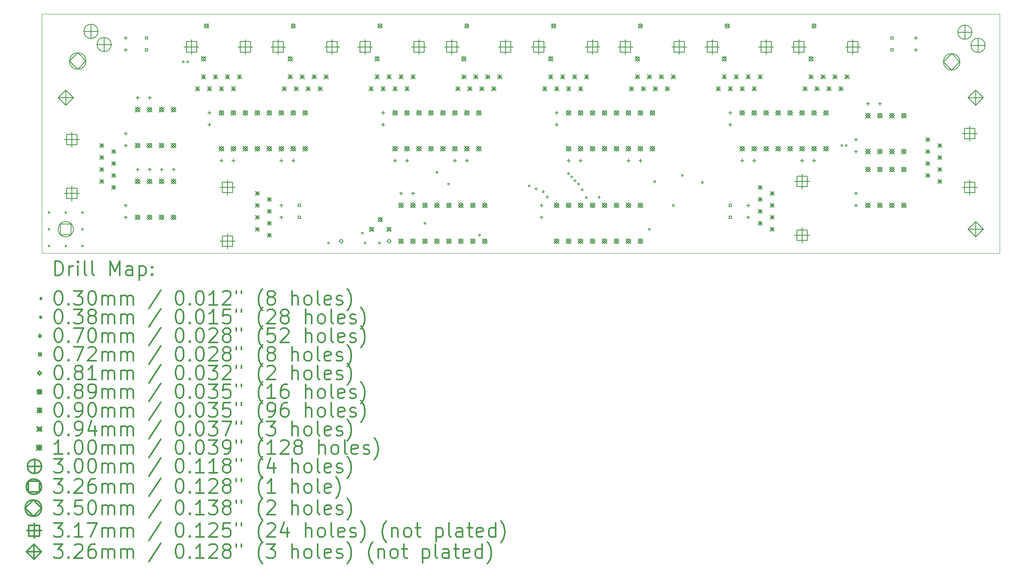
<source format=gbr>
%FSLAX45Y45*%
G04 Gerber Fmt 4.5, Leading zero omitted, Abs format (unit mm)*
G04 Created by KiCad (PCBNEW (5.0.0-rc2-83-gda392728d)) date 06/05/18 23:34:11*
%MOMM*%
%LPD*%
G01*
G04 APERTURE LIST*
%ADD10C,0.100000*%
%ADD11C,0.200000*%
%ADD12C,0.300000*%
G04 APERTURE END LIST*
D10*
X24130000Y-8890000D02*
X3810000Y-8890000D01*
X24130000Y-13970000D02*
X24130000Y-8890000D01*
X3810000Y-13970000D02*
X24130000Y-13970000D01*
X3810000Y-8890000D02*
X3810000Y-13970000D01*
D11*
X3947160Y-13091160D02*
X3977640Y-13121640D01*
X3977640Y-13091160D02*
X3947160Y-13121640D01*
X3947160Y-13446760D02*
X3977640Y-13477240D01*
X3977640Y-13446760D02*
X3947160Y-13477240D01*
X3947160Y-13802360D02*
X3977640Y-13832840D01*
X3977640Y-13802360D02*
X3947160Y-13832840D01*
X4302760Y-13091160D02*
X4333240Y-13121640D01*
X4333240Y-13091160D02*
X4302760Y-13121640D01*
X4302760Y-13802360D02*
X4333240Y-13832840D01*
X4333240Y-13802360D02*
X4302760Y-13832840D01*
X4658360Y-13091160D02*
X4688840Y-13121640D01*
X4688840Y-13091160D02*
X4658360Y-13121640D01*
X4658360Y-13446760D02*
X4688840Y-13477240D01*
X4688840Y-13446760D02*
X4658360Y-13477240D01*
X4658360Y-13802360D02*
X4688840Y-13832840D01*
X4688840Y-13802360D02*
X4658360Y-13832840D01*
X6830060Y-9906000D02*
G75*
G03X6830060Y-9906000I-19050J0D01*
G01*
X6924040Y-9906000D02*
G75*
G03X6924040Y-9906000I-19050J0D01*
G01*
X9911204Y-13753129D02*
G75*
G03X9911204Y-13753129I-19050J0D01*
G01*
X10631188Y-13544249D02*
G75*
G03X10631188Y-13544249I-19050J0D01*
G01*
X10687050Y-13753129D02*
G75*
G03X10687050Y-13753129I-19050J0D01*
G01*
X10991170Y-13753129D02*
G75*
G03X10991170Y-13753129I-19050J0D01*
G01*
X11957050Y-13335000D02*
G75*
G03X11957050Y-13335000I-19050J0D01*
G01*
X12211050Y-12251689D02*
G75*
G03X12211050Y-12251689I-19050J0D01*
G01*
X12458449Y-12500981D02*
G75*
G03X12458449Y-12500981I-19050J0D01*
G01*
X13113773Y-13585917D02*
G75*
G03X13113773Y-13585917I-19050J0D01*
G01*
X14168543Y-12541425D02*
G75*
G03X14168543Y-12541425I-19050J0D01*
G01*
X14315894Y-12604324D02*
G75*
G03X14315894Y-12604324I-19050J0D01*
G01*
X14465959Y-12665883D02*
G75*
G03X14465959Y-12665883I-19050J0D01*
G01*
X14555361Y-12778635D02*
G75*
G03X14555361Y-12778635I-19050J0D01*
G01*
X15002986Y-12280240D02*
G75*
G03X15002986Y-12280240I-19050J0D01*
G01*
X15069834Y-12351318D02*
G75*
G03X15069834Y-12351318I-19050J0D01*
G01*
X15139220Y-12430012D02*
G75*
G03X15139220Y-12430012I-19050J0D01*
G01*
X15216328Y-12499819D02*
G75*
G03X15216328Y-12499819I-19050J0D01*
G01*
X15293199Y-12622587D02*
G75*
G03X15293199Y-12622587I-19050J0D01*
G01*
X15380919Y-12788222D02*
G75*
G03X15380919Y-12788222I-19050J0D01*
G01*
X15652102Y-12782519D02*
G75*
G03X15652102Y-12782519I-19050J0D01*
G01*
X16719550Y-13462000D02*
G75*
G03X16719550Y-13462000I-19050J0D01*
G01*
X16829861Y-12446332D02*
G75*
G03X16829861Y-12446332I-19050J0D01*
G01*
X17227550Y-12954000D02*
G75*
G03X17227550Y-12954000I-19050J0D01*
G01*
X17417486Y-12320097D02*
G75*
G03X17417486Y-12320097I-19050J0D01*
G01*
X17844680Y-12467818D02*
G75*
G03X17844680Y-12467818I-19050J0D01*
G01*
X20800060Y-11684000D02*
G75*
G03X20800060Y-11684000I-19050J0D01*
G01*
X20894040Y-11684000D02*
G75*
G03X20894040Y-11684000I-19050J0D01*
G01*
X5588000Y-9362948D02*
X5588000Y-9433052D01*
X5552948Y-9398000D02*
X5623052Y-9398000D01*
X5588000Y-9616948D02*
X5588000Y-9687052D01*
X5552948Y-9652000D02*
X5623052Y-9652000D01*
X22352000Y-9362948D02*
X22352000Y-9433052D01*
X22316948Y-9398000D02*
X22387052Y-9398000D01*
X22352000Y-9616948D02*
X22352000Y-9687052D01*
X22316948Y-9652000D02*
X22387052Y-9652000D01*
X11049000Y-10950448D02*
X11049000Y-11020552D01*
X11013948Y-10985500D02*
X11084052Y-10985500D01*
X11049000Y-11204448D02*
X11049000Y-11274552D01*
X11013948Y-11239500D02*
X11084052Y-11239500D01*
X18415000Y-10950448D02*
X18415000Y-11020552D01*
X18379948Y-10985500D02*
X18450052Y-10985500D01*
X18415000Y-11204448D02*
X18415000Y-11274552D01*
X18379948Y-11239500D02*
X18450052Y-11239500D01*
X5588000Y-12918948D02*
X5588000Y-12989052D01*
X5552948Y-12954000D02*
X5623052Y-12954000D01*
X5588000Y-13172948D02*
X5588000Y-13243052D01*
X5552948Y-13208000D02*
X5623052Y-13208000D01*
X7366000Y-10950448D02*
X7366000Y-11020552D01*
X7330948Y-10985500D02*
X7401052Y-10985500D01*
X7366000Y-11204448D02*
X7366000Y-11274552D01*
X7330948Y-11239500D02*
X7401052Y-11239500D01*
X18796000Y-12918948D02*
X18796000Y-12989052D01*
X18760948Y-12954000D02*
X18831052Y-12954000D01*
X18796000Y-13172948D02*
X18796000Y-13243052D01*
X18760948Y-13208000D02*
X18831052Y-13208000D01*
X6350000Y-12156948D02*
X6350000Y-12227052D01*
X6314948Y-12192000D02*
X6385052Y-12192000D01*
X6604000Y-12156948D02*
X6604000Y-12227052D01*
X6568948Y-12192000D02*
X6639052Y-12192000D01*
X11430000Y-12664948D02*
X11430000Y-12735052D01*
X11394948Y-12700000D02*
X11465052Y-12700000D01*
X11684000Y-12664948D02*
X11684000Y-12735052D01*
X11648948Y-12700000D02*
X11719052Y-12700000D01*
X14986000Y-11966448D02*
X14986000Y-12036552D01*
X14950948Y-12001500D02*
X15021052Y-12001500D01*
X15240000Y-11966448D02*
X15240000Y-12036552D01*
X15204948Y-12001500D02*
X15275052Y-12001500D01*
X11303000Y-11966448D02*
X11303000Y-12036552D01*
X11267948Y-12001500D02*
X11338052Y-12001500D01*
X11557000Y-11966448D02*
X11557000Y-12036552D01*
X11521948Y-12001500D02*
X11592052Y-12001500D01*
X21082000Y-11521948D02*
X21082000Y-11592052D01*
X21046948Y-11557000D02*
X21117052Y-11557000D01*
X21082000Y-11775948D02*
X21082000Y-11846052D01*
X21046948Y-11811000D02*
X21117052Y-11811000D01*
X21082000Y-12664948D02*
X21082000Y-12735052D01*
X21046948Y-12700000D02*
X21117052Y-12700000D01*
X21082000Y-12918948D02*
X21082000Y-12989052D01*
X21046948Y-12954000D02*
X21117052Y-12954000D01*
X19939000Y-11966448D02*
X19939000Y-12036552D01*
X19903948Y-12001500D02*
X19974052Y-12001500D01*
X20193000Y-11966448D02*
X20193000Y-12036552D01*
X20157948Y-12001500D02*
X20228052Y-12001500D01*
X7620000Y-11966448D02*
X7620000Y-12036552D01*
X7584948Y-12001500D02*
X7655052Y-12001500D01*
X7874000Y-11966448D02*
X7874000Y-12036552D01*
X7838948Y-12001500D02*
X7909052Y-12001500D01*
X14414500Y-12918948D02*
X14414500Y-12989052D01*
X14379448Y-12954000D02*
X14449552Y-12954000D01*
X14414500Y-13172948D02*
X14414500Y-13243052D01*
X14379448Y-13208000D02*
X14449552Y-13208000D01*
X21336000Y-10759948D02*
X21336000Y-10830052D01*
X21300948Y-10795000D02*
X21371052Y-10795000D01*
X21590000Y-10759948D02*
X21590000Y-10830052D01*
X21554948Y-10795000D02*
X21625052Y-10795000D01*
X16256000Y-11966448D02*
X16256000Y-12036552D01*
X16220948Y-12001500D02*
X16291052Y-12001500D01*
X16510000Y-11966448D02*
X16510000Y-12036552D01*
X16474948Y-12001500D02*
X16545052Y-12001500D01*
X8890000Y-11966448D02*
X8890000Y-12036552D01*
X8854948Y-12001500D02*
X8925052Y-12001500D01*
X9144000Y-11966448D02*
X9144000Y-12036552D01*
X9108948Y-12001500D02*
X9179052Y-12001500D01*
X12573000Y-11966448D02*
X12573000Y-12036552D01*
X12537948Y-12001500D02*
X12608052Y-12001500D01*
X12827000Y-11966448D02*
X12827000Y-12036552D01*
X12791948Y-12001500D02*
X12862052Y-12001500D01*
X5588000Y-11394948D02*
X5588000Y-11465052D01*
X5552948Y-11430000D02*
X5623052Y-11430000D01*
X5588000Y-11648948D02*
X5588000Y-11719052D01*
X5552948Y-11684000D02*
X5623052Y-11684000D01*
X8890000Y-12918948D02*
X8890000Y-12989052D01*
X8854948Y-12954000D02*
X8925052Y-12954000D01*
X8890000Y-13172948D02*
X8890000Y-13243052D01*
X8854948Y-13208000D02*
X8925052Y-13208000D01*
X5842000Y-12156948D02*
X5842000Y-12227052D01*
X5806948Y-12192000D02*
X5877052Y-12192000D01*
X6096000Y-12156948D02*
X6096000Y-12227052D01*
X6060948Y-12192000D02*
X6131052Y-12192000D01*
X18669000Y-11966448D02*
X18669000Y-12036552D01*
X18633948Y-12001500D02*
X18704052Y-12001500D01*
X18923000Y-11966448D02*
X18923000Y-12036552D01*
X18887948Y-12001500D02*
X18958052Y-12001500D01*
X14732000Y-10950448D02*
X14732000Y-11020552D01*
X14696948Y-10985500D02*
X14767052Y-10985500D01*
X14732000Y-11204448D02*
X14732000Y-11274552D01*
X14696948Y-11239500D02*
X14767052Y-11239500D01*
X5842000Y-10632948D02*
X5842000Y-10703052D01*
X5806948Y-10668000D02*
X5877052Y-10668000D01*
X6096000Y-10632948D02*
X6096000Y-10703052D01*
X6060948Y-10668000D02*
X6131052Y-10668000D01*
X9296456Y-12979456D02*
X9296456Y-12928544D01*
X9245544Y-12928544D01*
X9245544Y-12979456D01*
X9296456Y-12979456D01*
X9296456Y-13233456D02*
X9296456Y-13182544D01*
X9245544Y-13182544D01*
X9245544Y-13233456D01*
X9296456Y-13233456D01*
X6057956Y-9423456D02*
X6057956Y-9372544D01*
X6007044Y-9372544D01*
X6007044Y-9423456D01*
X6057956Y-9423456D01*
X6057956Y-9677456D02*
X6057956Y-9626544D01*
X6007044Y-9626544D01*
X6007044Y-9677456D01*
X6057956Y-9677456D01*
X18440456Y-12979456D02*
X18440456Y-12928544D01*
X18389544Y-12928544D01*
X18389544Y-12979456D01*
X18440456Y-12979456D01*
X18440456Y-13233456D02*
X18440456Y-13182544D01*
X18389544Y-13182544D01*
X18389544Y-13233456D01*
X18440456Y-13233456D01*
X21869456Y-9423456D02*
X21869456Y-9372544D01*
X21818544Y-9372544D01*
X21818544Y-9423456D01*
X21869456Y-9423456D01*
X21869456Y-9677456D02*
X21869456Y-9626544D01*
X21818544Y-9626544D01*
X21818544Y-9677456D01*
X21869456Y-9677456D01*
X10160000Y-13756640D02*
X10200640Y-13716000D01*
X10160000Y-13675360D01*
X10119360Y-13716000D01*
X10160000Y-13756640D01*
X11176000Y-13756640D02*
X11216640Y-13716000D01*
X11176000Y-13675360D01*
X11135360Y-13716000D01*
X11176000Y-13756640D01*
X7194550Y-9798050D02*
X7283450Y-9886950D01*
X7283450Y-9798050D02*
X7194550Y-9886950D01*
X7283450Y-9842500D02*
G75*
G03X7283450Y-9842500I-44450J0D01*
G01*
X7258050Y-9099550D02*
X7346950Y-9188450D01*
X7346950Y-9099550D02*
X7258050Y-9188450D01*
X7346950Y-9144000D02*
G75*
G03X7346950Y-9144000I-44450J0D01*
G01*
X9036050Y-9798050D02*
X9124950Y-9886950D01*
X9124950Y-9798050D02*
X9036050Y-9886950D01*
X9124950Y-9842500D02*
G75*
G03X9124950Y-9842500I-44450J0D01*
G01*
X9099550Y-9099550D02*
X9188450Y-9188450D01*
X9188450Y-9099550D02*
X9099550Y-9188450D01*
X9188450Y-9144000D02*
G75*
G03X9188450Y-9144000I-44450J0D01*
G01*
X10877550Y-9798050D02*
X10966450Y-9886950D01*
X10966450Y-9798050D02*
X10877550Y-9886950D01*
X10966450Y-9842500D02*
G75*
G03X10966450Y-9842500I-44450J0D01*
G01*
X10941050Y-9099550D02*
X11029950Y-9188450D01*
X11029950Y-9099550D02*
X10941050Y-9188450D01*
X11029950Y-9144000D02*
G75*
G03X11029950Y-9144000I-44450J0D01*
G01*
X12719050Y-9798050D02*
X12807950Y-9886950D01*
X12807950Y-9798050D02*
X12719050Y-9886950D01*
X12807950Y-9842500D02*
G75*
G03X12807950Y-9842500I-44450J0D01*
G01*
X12782550Y-9099550D02*
X12871450Y-9188450D01*
X12871450Y-9099550D02*
X12782550Y-9188450D01*
X12871450Y-9144000D02*
G75*
G03X12871450Y-9144000I-44450J0D01*
G01*
X14560550Y-9798050D02*
X14649450Y-9886950D01*
X14649450Y-9798050D02*
X14560550Y-9886950D01*
X14649450Y-9842500D02*
G75*
G03X14649450Y-9842500I-44450J0D01*
G01*
X14624050Y-9099550D02*
X14712950Y-9188450D01*
X14712950Y-9099550D02*
X14624050Y-9188450D01*
X14712950Y-9144000D02*
G75*
G03X14712950Y-9144000I-44450J0D01*
G01*
X16402050Y-9798050D02*
X16490950Y-9886950D01*
X16490950Y-9798050D02*
X16402050Y-9886950D01*
X16490950Y-9842500D02*
G75*
G03X16490950Y-9842500I-44450J0D01*
G01*
X16465550Y-9099550D02*
X16554450Y-9188450D01*
X16554450Y-9099550D02*
X16465550Y-9188450D01*
X16554450Y-9144000D02*
G75*
G03X16554450Y-9144000I-44450J0D01*
G01*
X18243550Y-9798050D02*
X18332450Y-9886950D01*
X18332450Y-9798050D02*
X18243550Y-9886950D01*
X18332450Y-9842500D02*
G75*
G03X18332450Y-9842500I-44450J0D01*
G01*
X18307050Y-9099550D02*
X18395950Y-9188450D01*
X18395950Y-9099550D02*
X18307050Y-9188450D01*
X18395950Y-9144000D02*
G75*
G03X18395950Y-9144000I-44450J0D01*
G01*
X20085050Y-9798050D02*
X20173950Y-9886950D01*
X20173950Y-9798050D02*
X20085050Y-9886950D01*
X20173950Y-9842500D02*
G75*
G03X20173950Y-9842500I-44450J0D01*
G01*
X20148550Y-9099550D02*
X20237450Y-9188450D01*
X20237450Y-9099550D02*
X20148550Y-9188450D01*
X20237450Y-9144000D02*
G75*
G03X20237450Y-9144000I-44450J0D01*
G01*
X14433000Y-10432500D02*
X14523000Y-10522500D01*
X14523000Y-10432500D02*
X14433000Y-10522500D01*
X14478000Y-10432500D02*
X14478000Y-10522500D01*
X14433000Y-10477500D02*
X14523000Y-10477500D01*
X14560000Y-10178500D02*
X14650000Y-10268500D01*
X14650000Y-10178500D02*
X14560000Y-10268500D01*
X14605000Y-10178500D02*
X14605000Y-10268500D01*
X14560000Y-10223500D02*
X14650000Y-10223500D01*
X14687000Y-10432500D02*
X14777000Y-10522500D01*
X14777000Y-10432500D02*
X14687000Y-10522500D01*
X14732000Y-10432500D02*
X14732000Y-10522500D01*
X14687000Y-10477500D02*
X14777000Y-10477500D01*
X14814000Y-10178500D02*
X14904000Y-10268500D01*
X14904000Y-10178500D02*
X14814000Y-10268500D01*
X14859000Y-10178500D02*
X14859000Y-10268500D01*
X14814000Y-10223500D02*
X14904000Y-10223500D01*
X14941000Y-10432500D02*
X15031000Y-10522500D01*
X15031000Y-10432500D02*
X14941000Y-10522500D01*
X14986000Y-10432500D02*
X14986000Y-10522500D01*
X14941000Y-10477500D02*
X15031000Y-10477500D01*
X15068000Y-10178500D02*
X15158000Y-10268500D01*
X15158000Y-10178500D02*
X15068000Y-10268500D01*
X15113000Y-10178500D02*
X15113000Y-10268500D01*
X15068000Y-10223500D02*
X15158000Y-10223500D01*
X15195000Y-10432500D02*
X15285000Y-10522500D01*
X15285000Y-10432500D02*
X15195000Y-10522500D01*
X15240000Y-10432500D02*
X15240000Y-10522500D01*
X15195000Y-10477500D02*
X15285000Y-10477500D01*
X15322000Y-10178500D02*
X15412000Y-10268500D01*
X15412000Y-10178500D02*
X15322000Y-10268500D01*
X15367000Y-10178500D02*
X15367000Y-10268500D01*
X15322000Y-10223500D02*
X15412000Y-10223500D01*
X8908500Y-10432500D02*
X8998500Y-10522500D01*
X8998500Y-10432500D02*
X8908500Y-10522500D01*
X8953500Y-10432500D02*
X8953500Y-10522500D01*
X8908500Y-10477500D02*
X8998500Y-10477500D01*
X9035500Y-10178500D02*
X9125500Y-10268500D01*
X9125500Y-10178500D02*
X9035500Y-10268500D01*
X9080500Y-10178500D02*
X9080500Y-10268500D01*
X9035500Y-10223500D02*
X9125500Y-10223500D01*
X9162500Y-10432500D02*
X9252500Y-10522500D01*
X9252500Y-10432500D02*
X9162500Y-10522500D01*
X9207500Y-10432500D02*
X9207500Y-10522500D01*
X9162500Y-10477500D02*
X9252500Y-10477500D01*
X9289500Y-10178500D02*
X9379500Y-10268500D01*
X9379500Y-10178500D02*
X9289500Y-10268500D01*
X9334500Y-10178500D02*
X9334500Y-10268500D01*
X9289500Y-10223500D02*
X9379500Y-10223500D01*
X9416500Y-10432500D02*
X9506500Y-10522500D01*
X9506500Y-10432500D02*
X9416500Y-10522500D01*
X9461500Y-10432500D02*
X9461500Y-10522500D01*
X9416500Y-10477500D02*
X9506500Y-10477500D01*
X9543500Y-10178500D02*
X9633500Y-10268500D01*
X9633500Y-10178500D02*
X9543500Y-10268500D01*
X9588500Y-10178500D02*
X9588500Y-10268500D01*
X9543500Y-10223500D02*
X9633500Y-10223500D01*
X9670500Y-10432500D02*
X9760500Y-10522500D01*
X9760500Y-10432500D02*
X9670500Y-10522500D01*
X9715500Y-10432500D02*
X9715500Y-10522500D01*
X9670500Y-10477500D02*
X9760500Y-10477500D01*
X9797500Y-10178500D02*
X9887500Y-10268500D01*
X9887500Y-10178500D02*
X9797500Y-10268500D01*
X9842500Y-10178500D02*
X9842500Y-10268500D01*
X9797500Y-10223500D02*
X9887500Y-10223500D01*
X18116000Y-10432500D02*
X18206000Y-10522500D01*
X18206000Y-10432500D02*
X18116000Y-10522500D01*
X18161000Y-10432500D02*
X18161000Y-10522500D01*
X18116000Y-10477500D02*
X18206000Y-10477500D01*
X18243000Y-10178500D02*
X18333000Y-10268500D01*
X18333000Y-10178500D02*
X18243000Y-10268500D01*
X18288000Y-10178500D02*
X18288000Y-10268500D01*
X18243000Y-10223500D02*
X18333000Y-10223500D01*
X18370000Y-10432500D02*
X18460000Y-10522500D01*
X18460000Y-10432500D02*
X18370000Y-10522500D01*
X18415000Y-10432500D02*
X18415000Y-10522500D01*
X18370000Y-10477500D02*
X18460000Y-10477500D01*
X18497000Y-10178500D02*
X18587000Y-10268500D01*
X18587000Y-10178500D02*
X18497000Y-10268500D01*
X18542000Y-10178500D02*
X18542000Y-10268500D01*
X18497000Y-10223500D02*
X18587000Y-10223500D01*
X18624000Y-10432500D02*
X18714000Y-10522500D01*
X18714000Y-10432500D02*
X18624000Y-10522500D01*
X18669000Y-10432500D02*
X18669000Y-10522500D01*
X18624000Y-10477500D02*
X18714000Y-10477500D01*
X18751000Y-10178500D02*
X18841000Y-10268500D01*
X18841000Y-10178500D02*
X18751000Y-10268500D01*
X18796000Y-10178500D02*
X18796000Y-10268500D01*
X18751000Y-10223500D02*
X18841000Y-10223500D01*
X18878000Y-10432500D02*
X18968000Y-10522500D01*
X18968000Y-10432500D02*
X18878000Y-10522500D01*
X18923000Y-10432500D02*
X18923000Y-10522500D01*
X18878000Y-10477500D02*
X18968000Y-10477500D01*
X19005000Y-10178500D02*
X19095000Y-10268500D01*
X19095000Y-10178500D02*
X19005000Y-10268500D01*
X19050000Y-10178500D02*
X19050000Y-10268500D01*
X19005000Y-10223500D02*
X19095000Y-10223500D01*
X22561000Y-11512000D02*
X22651000Y-11602000D01*
X22651000Y-11512000D02*
X22561000Y-11602000D01*
X22606000Y-11512000D02*
X22606000Y-11602000D01*
X22561000Y-11557000D02*
X22651000Y-11557000D01*
X22561000Y-11766000D02*
X22651000Y-11856000D01*
X22651000Y-11766000D02*
X22561000Y-11856000D01*
X22606000Y-11766000D02*
X22606000Y-11856000D01*
X22561000Y-11811000D02*
X22651000Y-11811000D01*
X22561000Y-12020000D02*
X22651000Y-12110000D01*
X22651000Y-12020000D02*
X22561000Y-12110000D01*
X22606000Y-12020000D02*
X22606000Y-12110000D01*
X22561000Y-12065000D02*
X22651000Y-12065000D01*
X22561000Y-12274000D02*
X22651000Y-12364000D01*
X22651000Y-12274000D02*
X22561000Y-12364000D01*
X22606000Y-12274000D02*
X22606000Y-12364000D01*
X22561000Y-12319000D02*
X22651000Y-12319000D01*
X22815000Y-11639000D02*
X22905000Y-11729000D01*
X22905000Y-11639000D02*
X22815000Y-11729000D01*
X22860000Y-11639000D02*
X22860000Y-11729000D01*
X22815000Y-11684000D02*
X22905000Y-11684000D01*
X22815000Y-11893000D02*
X22905000Y-11983000D01*
X22905000Y-11893000D02*
X22815000Y-11983000D01*
X22860000Y-11893000D02*
X22860000Y-11983000D01*
X22815000Y-11938000D02*
X22905000Y-11938000D01*
X22815000Y-12147000D02*
X22905000Y-12237000D01*
X22905000Y-12147000D02*
X22815000Y-12237000D01*
X22860000Y-12147000D02*
X22860000Y-12237000D01*
X22815000Y-12192000D02*
X22905000Y-12192000D01*
X22815000Y-12401000D02*
X22905000Y-12491000D01*
X22905000Y-12401000D02*
X22815000Y-12491000D01*
X22860000Y-12401000D02*
X22860000Y-12491000D01*
X22815000Y-12446000D02*
X22905000Y-12446000D01*
X8337000Y-12655000D02*
X8427000Y-12745000D01*
X8427000Y-12655000D02*
X8337000Y-12745000D01*
X8382000Y-12655000D02*
X8382000Y-12745000D01*
X8337000Y-12700000D02*
X8427000Y-12700000D01*
X8337000Y-12909000D02*
X8427000Y-12999000D01*
X8427000Y-12909000D02*
X8337000Y-12999000D01*
X8382000Y-12909000D02*
X8382000Y-12999000D01*
X8337000Y-12954000D02*
X8427000Y-12954000D01*
X8337000Y-13163000D02*
X8427000Y-13253000D01*
X8427000Y-13163000D02*
X8337000Y-13253000D01*
X8382000Y-13163000D02*
X8382000Y-13253000D01*
X8337000Y-13208000D02*
X8427000Y-13208000D01*
X8337000Y-13417000D02*
X8427000Y-13507000D01*
X8427000Y-13417000D02*
X8337000Y-13507000D01*
X8382000Y-13417000D02*
X8382000Y-13507000D01*
X8337000Y-13462000D02*
X8427000Y-13462000D01*
X8591000Y-12782000D02*
X8681000Y-12872000D01*
X8681000Y-12782000D02*
X8591000Y-12872000D01*
X8636000Y-12782000D02*
X8636000Y-12872000D01*
X8591000Y-12827000D02*
X8681000Y-12827000D01*
X8591000Y-13036000D02*
X8681000Y-13126000D01*
X8681000Y-13036000D02*
X8591000Y-13126000D01*
X8636000Y-13036000D02*
X8636000Y-13126000D01*
X8591000Y-13081000D02*
X8681000Y-13081000D01*
X8591000Y-13290000D02*
X8681000Y-13380000D01*
X8681000Y-13290000D02*
X8591000Y-13380000D01*
X8636000Y-13290000D02*
X8636000Y-13380000D01*
X8591000Y-13335000D02*
X8681000Y-13335000D01*
X8591000Y-13544000D02*
X8681000Y-13634000D01*
X8681000Y-13544000D02*
X8591000Y-13634000D01*
X8636000Y-13544000D02*
X8636000Y-13634000D01*
X8591000Y-13589000D02*
X8681000Y-13589000D01*
X19957500Y-10432500D02*
X20047500Y-10522500D01*
X20047500Y-10432500D02*
X19957500Y-10522500D01*
X20002500Y-10432500D02*
X20002500Y-10522500D01*
X19957500Y-10477500D02*
X20047500Y-10477500D01*
X20084500Y-10178500D02*
X20174500Y-10268500D01*
X20174500Y-10178500D02*
X20084500Y-10268500D01*
X20129500Y-10178500D02*
X20129500Y-10268500D01*
X20084500Y-10223500D02*
X20174500Y-10223500D01*
X20211500Y-10432500D02*
X20301500Y-10522500D01*
X20301500Y-10432500D02*
X20211500Y-10522500D01*
X20256500Y-10432500D02*
X20256500Y-10522500D01*
X20211500Y-10477500D02*
X20301500Y-10477500D01*
X20338500Y-10178500D02*
X20428500Y-10268500D01*
X20428500Y-10178500D02*
X20338500Y-10268500D01*
X20383500Y-10178500D02*
X20383500Y-10268500D01*
X20338500Y-10223500D02*
X20428500Y-10223500D01*
X20465500Y-10432500D02*
X20555500Y-10522500D01*
X20555500Y-10432500D02*
X20465500Y-10522500D01*
X20510500Y-10432500D02*
X20510500Y-10522500D01*
X20465500Y-10477500D02*
X20555500Y-10477500D01*
X20592500Y-10178500D02*
X20682500Y-10268500D01*
X20682500Y-10178500D02*
X20592500Y-10268500D01*
X20637500Y-10178500D02*
X20637500Y-10268500D01*
X20592500Y-10223500D02*
X20682500Y-10223500D01*
X20719500Y-10432500D02*
X20809500Y-10522500D01*
X20809500Y-10432500D02*
X20719500Y-10522500D01*
X20764500Y-10432500D02*
X20764500Y-10522500D01*
X20719500Y-10477500D02*
X20809500Y-10477500D01*
X20846500Y-10178500D02*
X20936500Y-10268500D01*
X20936500Y-10178500D02*
X20846500Y-10268500D01*
X20891500Y-10178500D02*
X20891500Y-10268500D01*
X20846500Y-10223500D02*
X20936500Y-10223500D01*
X16274500Y-10432500D02*
X16364500Y-10522500D01*
X16364500Y-10432500D02*
X16274500Y-10522500D01*
X16319500Y-10432500D02*
X16319500Y-10522500D01*
X16274500Y-10477500D02*
X16364500Y-10477500D01*
X16401500Y-10178500D02*
X16491500Y-10268500D01*
X16491500Y-10178500D02*
X16401500Y-10268500D01*
X16446500Y-10178500D02*
X16446500Y-10268500D01*
X16401500Y-10223500D02*
X16491500Y-10223500D01*
X16528500Y-10432500D02*
X16618500Y-10522500D01*
X16618500Y-10432500D02*
X16528500Y-10522500D01*
X16573500Y-10432500D02*
X16573500Y-10522500D01*
X16528500Y-10477500D02*
X16618500Y-10477500D01*
X16655500Y-10178500D02*
X16745500Y-10268500D01*
X16745500Y-10178500D02*
X16655500Y-10268500D01*
X16700500Y-10178500D02*
X16700500Y-10268500D01*
X16655500Y-10223500D02*
X16745500Y-10223500D01*
X16782500Y-10432500D02*
X16872500Y-10522500D01*
X16872500Y-10432500D02*
X16782500Y-10522500D01*
X16827500Y-10432500D02*
X16827500Y-10522500D01*
X16782500Y-10477500D02*
X16872500Y-10477500D01*
X16909500Y-10178500D02*
X16999500Y-10268500D01*
X16999500Y-10178500D02*
X16909500Y-10268500D01*
X16954500Y-10178500D02*
X16954500Y-10268500D01*
X16909500Y-10223500D02*
X16999500Y-10223500D01*
X17036500Y-10432500D02*
X17126500Y-10522500D01*
X17126500Y-10432500D02*
X17036500Y-10522500D01*
X17081500Y-10432500D02*
X17081500Y-10522500D01*
X17036500Y-10477500D02*
X17126500Y-10477500D01*
X17163500Y-10178500D02*
X17253500Y-10268500D01*
X17253500Y-10178500D02*
X17163500Y-10268500D01*
X17208500Y-10178500D02*
X17208500Y-10268500D01*
X17163500Y-10223500D02*
X17253500Y-10223500D01*
X5035000Y-11639000D02*
X5125000Y-11729000D01*
X5125000Y-11639000D02*
X5035000Y-11729000D01*
X5080000Y-11639000D02*
X5080000Y-11729000D01*
X5035000Y-11684000D02*
X5125000Y-11684000D01*
X5035000Y-11893000D02*
X5125000Y-11983000D01*
X5125000Y-11893000D02*
X5035000Y-11983000D01*
X5080000Y-11893000D02*
X5080000Y-11983000D01*
X5035000Y-11938000D02*
X5125000Y-11938000D01*
X5035000Y-12147000D02*
X5125000Y-12237000D01*
X5125000Y-12147000D02*
X5035000Y-12237000D01*
X5080000Y-12147000D02*
X5080000Y-12237000D01*
X5035000Y-12192000D02*
X5125000Y-12192000D01*
X5035000Y-12401000D02*
X5125000Y-12491000D01*
X5125000Y-12401000D02*
X5035000Y-12491000D01*
X5080000Y-12401000D02*
X5080000Y-12491000D01*
X5035000Y-12446000D02*
X5125000Y-12446000D01*
X5289000Y-11766000D02*
X5379000Y-11856000D01*
X5379000Y-11766000D02*
X5289000Y-11856000D01*
X5334000Y-11766000D02*
X5334000Y-11856000D01*
X5289000Y-11811000D02*
X5379000Y-11811000D01*
X5289000Y-12020000D02*
X5379000Y-12110000D01*
X5379000Y-12020000D02*
X5289000Y-12110000D01*
X5334000Y-12020000D02*
X5334000Y-12110000D01*
X5289000Y-12065000D02*
X5379000Y-12065000D01*
X5289000Y-12274000D02*
X5379000Y-12364000D01*
X5379000Y-12274000D02*
X5289000Y-12364000D01*
X5334000Y-12274000D02*
X5334000Y-12364000D01*
X5289000Y-12319000D02*
X5379000Y-12319000D01*
X5289000Y-12528000D02*
X5379000Y-12618000D01*
X5379000Y-12528000D02*
X5289000Y-12618000D01*
X5334000Y-12528000D02*
X5334000Y-12618000D01*
X5289000Y-12573000D02*
X5379000Y-12573000D01*
X7067000Y-10432500D02*
X7157000Y-10522500D01*
X7157000Y-10432500D02*
X7067000Y-10522500D01*
X7112000Y-10432500D02*
X7112000Y-10522500D01*
X7067000Y-10477500D02*
X7157000Y-10477500D01*
X7194000Y-10178500D02*
X7284000Y-10268500D01*
X7284000Y-10178500D02*
X7194000Y-10268500D01*
X7239000Y-10178500D02*
X7239000Y-10268500D01*
X7194000Y-10223500D02*
X7284000Y-10223500D01*
X7321000Y-10432500D02*
X7411000Y-10522500D01*
X7411000Y-10432500D02*
X7321000Y-10522500D01*
X7366000Y-10432500D02*
X7366000Y-10522500D01*
X7321000Y-10477500D02*
X7411000Y-10477500D01*
X7448000Y-10178500D02*
X7538000Y-10268500D01*
X7538000Y-10178500D02*
X7448000Y-10268500D01*
X7493000Y-10178500D02*
X7493000Y-10268500D01*
X7448000Y-10223500D02*
X7538000Y-10223500D01*
X7575000Y-10432500D02*
X7665000Y-10522500D01*
X7665000Y-10432500D02*
X7575000Y-10522500D01*
X7620000Y-10432500D02*
X7620000Y-10522500D01*
X7575000Y-10477500D02*
X7665000Y-10477500D01*
X7702000Y-10178500D02*
X7792000Y-10268500D01*
X7792000Y-10178500D02*
X7702000Y-10268500D01*
X7747000Y-10178500D02*
X7747000Y-10268500D01*
X7702000Y-10223500D02*
X7792000Y-10223500D01*
X7829000Y-10432500D02*
X7919000Y-10522500D01*
X7919000Y-10432500D02*
X7829000Y-10522500D01*
X7874000Y-10432500D02*
X7874000Y-10522500D01*
X7829000Y-10477500D02*
X7919000Y-10477500D01*
X7956000Y-10178500D02*
X8046000Y-10268500D01*
X8046000Y-10178500D02*
X7956000Y-10268500D01*
X8001000Y-10178500D02*
X8001000Y-10268500D01*
X7956000Y-10223500D02*
X8046000Y-10223500D01*
X19005000Y-12528000D02*
X19095000Y-12618000D01*
X19095000Y-12528000D02*
X19005000Y-12618000D01*
X19050000Y-12528000D02*
X19050000Y-12618000D01*
X19005000Y-12573000D02*
X19095000Y-12573000D01*
X19005000Y-12782000D02*
X19095000Y-12872000D01*
X19095000Y-12782000D02*
X19005000Y-12872000D01*
X19050000Y-12782000D02*
X19050000Y-12872000D01*
X19005000Y-12827000D02*
X19095000Y-12827000D01*
X19005000Y-13036000D02*
X19095000Y-13126000D01*
X19095000Y-13036000D02*
X19005000Y-13126000D01*
X19050000Y-13036000D02*
X19050000Y-13126000D01*
X19005000Y-13081000D02*
X19095000Y-13081000D01*
X19005000Y-13290000D02*
X19095000Y-13380000D01*
X19095000Y-13290000D02*
X19005000Y-13380000D01*
X19050000Y-13290000D02*
X19050000Y-13380000D01*
X19005000Y-13335000D02*
X19095000Y-13335000D01*
X19259000Y-12655000D02*
X19349000Y-12745000D01*
X19349000Y-12655000D02*
X19259000Y-12745000D01*
X19304000Y-12655000D02*
X19304000Y-12745000D01*
X19259000Y-12700000D02*
X19349000Y-12700000D01*
X19259000Y-12909000D02*
X19349000Y-12999000D01*
X19349000Y-12909000D02*
X19259000Y-12999000D01*
X19304000Y-12909000D02*
X19304000Y-12999000D01*
X19259000Y-12954000D02*
X19349000Y-12954000D01*
X19259000Y-13163000D02*
X19349000Y-13253000D01*
X19349000Y-13163000D02*
X19259000Y-13253000D01*
X19304000Y-13163000D02*
X19304000Y-13253000D01*
X19259000Y-13208000D02*
X19349000Y-13208000D01*
X19259000Y-13417000D02*
X19349000Y-13507000D01*
X19349000Y-13417000D02*
X19259000Y-13507000D01*
X19304000Y-13417000D02*
X19304000Y-13507000D01*
X19259000Y-13462000D02*
X19349000Y-13462000D01*
X10750000Y-10432500D02*
X10840000Y-10522500D01*
X10840000Y-10432500D02*
X10750000Y-10522500D01*
X10795000Y-10432500D02*
X10795000Y-10522500D01*
X10750000Y-10477500D02*
X10840000Y-10477500D01*
X10877000Y-10178500D02*
X10967000Y-10268500D01*
X10967000Y-10178500D02*
X10877000Y-10268500D01*
X10922000Y-10178500D02*
X10922000Y-10268500D01*
X10877000Y-10223500D02*
X10967000Y-10223500D01*
X11004000Y-10432500D02*
X11094000Y-10522500D01*
X11094000Y-10432500D02*
X11004000Y-10522500D01*
X11049000Y-10432500D02*
X11049000Y-10522500D01*
X11004000Y-10477500D02*
X11094000Y-10477500D01*
X11131000Y-10178500D02*
X11221000Y-10268500D01*
X11221000Y-10178500D02*
X11131000Y-10268500D01*
X11176000Y-10178500D02*
X11176000Y-10268500D01*
X11131000Y-10223500D02*
X11221000Y-10223500D01*
X11258000Y-10432500D02*
X11348000Y-10522500D01*
X11348000Y-10432500D02*
X11258000Y-10522500D01*
X11303000Y-10432500D02*
X11303000Y-10522500D01*
X11258000Y-10477500D02*
X11348000Y-10477500D01*
X11385000Y-10178500D02*
X11475000Y-10268500D01*
X11475000Y-10178500D02*
X11385000Y-10268500D01*
X11430000Y-10178500D02*
X11430000Y-10268500D01*
X11385000Y-10223500D02*
X11475000Y-10223500D01*
X11512000Y-10432500D02*
X11602000Y-10522500D01*
X11602000Y-10432500D02*
X11512000Y-10522500D01*
X11557000Y-10432500D02*
X11557000Y-10522500D01*
X11512000Y-10477500D02*
X11602000Y-10477500D01*
X11639000Y-10178500D02*
X11729000Y-10268500D01*
X11729000Y-10178500D02*
X11639000Y-10268500D01*
X11684000Y-10178500D02*
X11684000Y-10268500D01*
X11639000Y-10223500D02*
X11729000Y-10223500D01*
X12591500Y-10432500D02*
X12681500Y-10522500D01*
X12681500Y-10432500D02*
X12591500Y-10522500D01*
X12636500Y-10432500D02*
X12636500Y-10522500D01*
X12591500Y-10477500D02*
X12681500Y-10477500D01*
X12718500Y-10178500D02*
X12808500Y-10268500D01*
X12808500Y-10178500D02*
X12718500Y-10268500D01*
X12763500Y-10178500D02*
X12763500Y-10268500D01*
X12718500Y-10223500D02*
X12808500Y-10223500D01*
X12845500Y-10432500D02*
X12935500Y-10522500D01*
X12935500Y-10432500D02*
X12845500Y-10522500D01*
X12890500Y-10432500D02*
X12890500Y-10522500D01*
X12845500Y-10477500D02*
X12935500Y-10477500D01*
X12972500Y-10178500D02*
X13062500Y-10268500D01*
X13062500Y-10178500D02*
X12972500Y-10268500D01*
X13017500Y-10178500D02*
X13017500Y-10268500D01*
X12972500Y-10223500D02*
X13062500Y-10223500D01*
X13099500Y-10432500D02*
X13189500Y-10522500D01*
X13189500Y-10432500D02*
X13099500Y-10522500D01*
X13144500Y-10432500D02*
X13144500Y-10522500D01*
X13099500Y-10477500D02*
X13189500Y-10477500D01*
X13226500Y-10178500D02*
X13316500Y-10268500D01*
X13316500Y-10178500D02*
X13226500Y-10268500D01*
X13271500Y-10178500D02*
X13271500Y-10268500D01*
X13226500Y-10223500D02*
X13316500Y-10223500D01*
X13353500Y-10432500D02*
X13443500Y-10522500D01*
X13443500Y-10432500D02*
X13353500Y-10522500D01*
X13398500Y-10432500D02*
X13398500Y-10522500D01*
X13353500Y-10477500D02*
X13443500Y-10477500D01*
X13480500Y-10178500D02*
X13570500Y-10268500D01*
X13570500Y-10178500D02*
X13480500Y-10268500D01*
X13525500Y-10178500D02*
X13525500Y-10268500D01*
X13480500Y-10223500D02*
X13570500Y-10223500D01*
X10760700Y-13415000D02*
X10854700Y-13509000D01*
X10854700Y-13415000D02*
X10760700Y-13509000D01*
X10840934Y-13495234D02*
X10840934Y-13428766D01*
X10774466Y-13428766D01*
X10774466Y-13495234D01*
X10840934Y-13495234D01*
X10944850Y-13207975D02*
X11038850Y-13301975D01*
X11038850Y-13207975D02*
X10944850Y-13301975D01*
X11025084Y-13288209D02*
X11025084Y-13221741D01*
X10958616Y-13221741D01*
X10958616Y-13288209D01*
X11025084Y-13288209D01*
X11129000Y-13415000D02*
X11223000Y-13509000D01*
X11223000Y-13415000D02*
X11129000Y-13509000D01*
X11209234Y-13495234D02*
X11209234Y-13428766D01*
X11142766Y-13428766D01*
X11142766Y-13495234D01*
X11209234Y-13495234D01*
X11253000Y-10935500D02*
X11353000Y-11035500D01*
X11353000Y-10935500D02*
X11253000Y-11035500D01*
X11303000Y-11035500D02*
X11353000Y-10985500D01*
X11303000Y-10935500D01*
X11253000Y-10985500D01*
X11303000Y-11035500D01*
X11253000Y-11697500D02*
X11353000Y-11797500D01*
X11353000Y-11697500D02*
X11253000Y-11797500D01*
X11303000Y-11797500D02*
X11353000Y-11747500D01*
X11303000Y-11697500D01*
X11253000Y-11747500D01*
X11303000Y-11797500D01*
X11507000Y-10935500D02*
X11607000Y-11035500D01*
X11607000Y-10935500D02*
X11507000Y-11035500D01*
X11557000Y-11035500D02*
X11607000Y-10985500D01*
X11557000Y-10935500D01*
X11507000Y-10985500D01*
X11557000Y-11035500D01*
X11507000Y-11697500D02*
X11607000Y-11797500D01*
X11607000Y-11697500D02*
X11507000Y-11797500D01*
X11557000Y-11797500D02*
X11607000Y-11747500D01*
X11557000Y-11697500D01*
X11507000Y-11747500D01*
X11557000Y-11797500D01*
X11761000Y-10935500D02*
X11861000Y-11035500D01*
X11861000Y-10935500D02*
X11761000Y-11035500D01*
X11811000Y-11035500D02*
X11861000Y-10985500D01*
X11811000Y-10935500D01*
X11761000Y-10985500D01*
X11811000Y-11035500D01*
X11761000Y-11697500D02*
X11861000Y-11797500D01*
X11861000Y-11697500D02*
X11761000Y-11797500D01*
X11811000Y-11797500D02*
X11861000Y-11747500D01*
X11811000Y-11697500D01*
X11761000Y-11747500D01*
X11811000Y-11797500D01*
X12015000Y-10935500D02*
X12115000Y-11035500D01*
X12115000Y-10935500D02*
X12015000Y-11035500D01*
X12065000Y-11035500D02*
X12115000Y-10985500D01*
X12065000Y-10935500D01*
X12015000Y-10985500D01*
X12065000Y-11035500D01*
X12015000Y-11697500D02*
X12115000Y-11797500D01*
X12115000Y-11697500D02*
X12015000Y-11797500D01*
X12065000Y-11797500D02*
X12115000Y-11747500D01*
X12065000Y-11697500D01*
X12015000Y-11747500D01*
X12065000Y-11797500D01*
X12269000Y-10935500D02*
X12369000Y-11035500D01*
X12369000Y-10935500D02*
X12269000Y-11035500D01*
X12319000Y-11035500D02*
X12369000Y-10985500D01*
X12319000Y-10935500D01*
X12269000Y-10985500D01*
X12319000Y-11035500D01*
X12269000Y-11697500D02*
X12369000Y-11797500D01*
X12369000Y-11697500D02*
X12269000Y-11797500D01*
X12319000Y-11797500D02*
X12369000Y-11747500D01*
X12319000Y-11697500D01*
X12269000Y-11747500D01*
X12319000Y-11797500D01*
X12523000Y-10935500D02*
X12623000Y-11035500D01*
X12623000Y-10935500D02*
X12523000Y-11035500D01*
X12573000Y-11035500D02*
X12623000Y-10985500D01*
X12573000Y-10935500D01*
X12523000Y-10985500D01*
X12573000Y-11035500D01*
X12523000Y-11697500D02*
X12623000Y-11797500D01*
X12623000Y-11697500D02*
X12523000Y-11797500D01*
X12573000Y-11797500D02*
X12623000Y-11747500D01*
X12573000Y-11697500D01*
X12523000Y-11747500D01*
X12573000Y-11797500D01*
X12777000Y-10935500D02*
X12877000Y-11035500D01*
X12877000Y-10935500D02*
X12777000Y-11035500D01*
X12827000Y-11035500D02*
X12877000Y-10985500D01*
X12827000Y-10935500D01*
X12777000Y-10985500D01*
X12827000Y-11035500D01*
X12777000Y-11697500D02*
X12877000Y-11797500D01*
X12877000Y-11697500D02*
X12777000Y-11797500D01*
X12827000Y-11797500D02*
X12877000Y-11747500D01*
X12827000Y-11697500D01*
X12777000Y-11747500D01*
X12827000Y-11797500D01*
X13031000Y-10935500D02*
X13131000Y-11035500D01*
X13131000Y-10935500D02*
X13031000Y-11035500D01*
X13081000Y-11035500D02*
X13131000Y-10985500D01*
X13081000Y-10935500D01*
X13031000Y-10985500D01*
X13081000Y-11035500D01*
X13031000Y-11697500D02*
X13131000Y-11797500D01*
X13131000Y-11697500D02*
X13031000Y-11797500D01*
X13081000Y-11797500D02*
X13131000Y-11747500D01*
X13081000Y-11697500D01*
X13031000Y-11747500D01*
X13081000Y-11797500D01*
X7570000Y-10935500D02*
X7670000Y-11035500D01*
X7670000Y-10935500D02*
X7570000Y-11035500D01*
X7620000Y-11035500D02*
X7670000Y-10985500D01*
X7620000Y-10935500D01*
X7570000Y-10985500D01*
X7620000Y-11035500D01*
X7570000Y-11697500D02*
X7670000Y-11797500D01*
X7670000Y-11697500D02*
X7570000Y-11797500D01*
X7620000Y-11797500D02*
X7670000Y-11747500D01*
X7620000Y-11697500D01*
X7570000Y-11747500D01*
X7620000Y-11797500D01*
X7824000Y-10935500D02*
X7924000Y-11035500D01*
X7924000Y-10935500D02*
X7824000Y-11035500D01*
X7874000Y-11035500D02*
X7924000Y-10985500D01*
X7874000Y-10935500D01*
X7824000Y-10985500D01*
X7874000Y-11035500D01*
X7824000Y-11697500D02*
X7924000Y-11797500D01*
X7924000Y-11697500D02*
X7824000Y-11797500D01*
X7874000Y-11797500D02*
X7924000Y-11747500D01*
X7874000Y-11697500D01*
X7824000Y-11747500D01*
X7874000Y-11797500D01*
X8078000Y-10935500D02*
X8178000Y-11035500D01*
X8178000Y-10935500D02*
X8078000Y-11035500D01*
X8128000Y-11035500D02*
X8178000Y-10985500D01*
X8128000Y-10935500D01*
X8078000Y-10985500D01*
X8128000Y-11035500D01*
X8078000Y-11697500D02*
X8178000Y-11797500D01*
X8178000Y-11697500D02*
X8078000Y-11797500D01*
X8128000Y-11797500D02*
X8178000Y-11747500D01*
X8128000Y-11697500D01*
X8078000Y-11747500D01*
X8128000Y-11797500D01*
X8332000Y-10935500D02*
X8432000Y-11035500D01*
X8432000Y-10935500D02*
X8332000Y-11035500D01*
X8382000Y-11035500D02*
X8432000Y-10985500D01*
X8382000Y-10935500D01*
X8332000Y-10985500D01*
X8382000Y-11035500D01*
X8332000Y-11697500D02*
X8432000Y-11797500D01*
X8432000Y-11697500D02*
X8332000Y-11797500D01*
X8382000Y-11797500D02*
X8432000Y-11747500D01*
X8382000Y-11697500D01*
X8332000Y-11747500D01*
X8382000Y-11797500D01*
X8586000Y-10935500D02*
X8686000Y-11035500D01*
X8686000Y-10935500D02*
X8586000Y-11035500D01*
X8636000Y-11035500D02*
X8686000Y-10985500D01*
X8636000Y-10935500D01*
X8586000Y-10985500D01*
X8636000Y-11035500D01*
X8586000Y-11697500D02*
X8686000Y-11797500D01*
X8686000Y-11697500D02*
X8586000Y-11797500D01*
X8636000Y-11797500D02*
X8686000Y-11747500D01*
X8636000Y-11697500D01*
X8586000Y-11747500D01*
X8636000Y-11797500D01*
X8840000Y-10935500D02*
X8940000Y-11035500D01*
X8940000Y-10935500D02*
X8840000Y-11035500D01*
X8890000Y-11035500D02*
X8940000Y-10985500D01*
X8890000Y-10935500D01*
X8840000Y-10985500D01*
X8890000Y-11035500D01*
X8840000Y-11697500D02*
X8940000Y-11797500D01*
X8940000Y-11697500D02*
X8840000Y-11797500D01*
X8890000Y-11797500D02*
X8940000Y-11747500D01*
X8890000Y-11697500D01*
X8840000Y-11747500D01*
X8890000Y-11797500D01*
X9094000Y-10935500D02*
X9194000Y-11035500D01*
X9194000Y-10935500D02*
X9094000Y-11035500D01*
X9144000Y-11035500D02*
X9194000Y-10985500D01*
X9144000Y-10935500D01*
X9094000Y-10985500D01*
X9144000Y-11035500D01*
X9094000Y-11697500D02*
X9194000Y-11797500D01*
X9194000Y-11697500D02*
X9094000Y-11797500D01*
X9144000Y-11797500D02*
X9194000Y-11747500D01*
X9144000Y-11697500D01*
X9094000Y-11747500D01*
X9144000Y-11797500D01*
X9348000Y-10935500D02*
X9448000Y-11035500D01*
X9448000Y-10935500D02*
X9348000Y-11035500D01*
X9398000Y-11035500D02*
X9448000Y-10985500D01*
X9398000Y-10935500D01*
X9348000Y-10985500D01*
X9398000Y-11035500D01*
X9348000Y-11697500D02*
X9448000Y-11797500D01*
X9448000Y-11697500D02*
X9348000Y-11797500D01*
X9398000Y-11797500D02*
X9448000Y-11747500D01*
X9398000Y-11697500D01*
X9348000Y-11747500D01*
X9398000Y-11797500D01*
X18619000Y-10935500D02*
X18719000Y-11035500D01*
X18719000Y-10935500D02*
X18619000Y-11035500D01*
X18669000Y-11035500D02*
X18719000Y-10985500D01*
X18669000Y-10935500D01*
X18619000Y-10985500D01*
X18669000Y-11035500D01*
X18619000Y-11697500D02*
X18719000Y-11797500D01*
X18719000Y-11697500D02*
X18619000Y-11797500D01*
X18669000Y-11797500D02*
X18719000Y-11747500D01*
X18669000Y-11697500D01*
X18619000Y-11747500D01*
X18669000Y-11797500D01*
X18873000Y-10935500D02*
X18973000Y-11035500D01*
X18973000Y-10935500D02*
X18873000Y-11035500D01*
X18923000Y-11035500D02*
X18973000Y-10985500D01*
X18923000Y-10935500D01*
X18873000Y-10985500D01*
X18923000Y-11035500D01*
X18873000Y-11697500D02*
X18973000Y-11797500D01*
X18973000Y-11697500D02*
X18873000Y-11797500D01*
X18923000Y-11797500D02*
X18973000Y-11747500D01*
X18923000Y-11697500D01*
X18873000Y-11747500D01*
X18923000Y-11797500D01*
X19127000Y-10935500D02*
X19227000Y-11035500D01*
X19227000Y-10935500D02*
X19127000Y-11035500D01*
X19177000Y-11035500D02*
X19227000Y-10985500D01*
X19177000Y-10935500D01*
X19127000Y-10985500D01*
X19177000Y-11035500D01*
X19127000Y-11697500D02*
X19227000Y-11797500D01*
X19227000Y-11697500D02*
X19127000Y-11797500D01*
X19177000Y-11797500D02*
X19227000Y-11747500D01*
X19177000Y-11697500D01*
X19127000Y-11747500D01*
X19177000Y-11797500D01*
X19381000Y-10935500D02*
X19481000Y-11035500D01*
X19481000Y-10935500D02*
X19381000Y-11035500D01*
X19431000Y-11035500D02*
X19481000Y-10985500D01*
X19431000Y-10935500D01*
X19381000Y-10985500D01*
X19431000Y-11035500D01*
X19381000Y-11697500D02*
X19481000Y-11797500D01*
X19481000Y-11697500D02*
X19381000Y-11797500D01*
X19431000Y-11797500D02*
X19481000Y-11747500D01*
X19431000Y-11697500D01*
X19381000Y-11747500D01*
X19431000Y-11797500D01*
X19635000Y-10935500D02*
X19735000Y-11035500D01*
X19735000Y-10935500D02*
X19635000Y-11035500D01*
X19685000Y-11035500D02*
X19735000Y-10985500D01*
X19685000Y-10935500D01*
X19635000Y-10985500D01*
X19685000Y-11035500D01*
X19635000Y-11697500D02*
X19735000Y-11797500D01*
X19735000Y-11697500D02*
X19635000Y-11797500D01*
X19685000Y-11797500D02*
X19735000Y-11747500D01*
X19685000Y-11697500D01*
X19635000Y-11747500D01*
X19685000Y-11797500D01*
X19889000Y-10935500D02*
X19989000Y-11035500D01*
X19989000Y-10935500D02*
X19889000Y-11035500D01*
X19939000Y-11035500D02*
X19989000Y-10985500D01*
X19939000Y-10935500D01*
X19889000Y-10985500D01*
X19939000Y-11035500D01*
X19889000Y-11697500D02*
X19989000Y-11797500D01*
X19989000Y-11697500D02*
X19889000Y-11797500D01*
X19939000Y-11797500D02*
X19989000Y-11747500D01*
X19939000Y-11697500D01*
X19889000Y-11747500D01*
X19939000Y-11797500D01*
X20143000Y-10935500D02*
X20243000Y-11035500D01*
X20243000Y-10935500D02*
X20143000Y-11035500D01*
X20193000Y-11035500D02*
X20243000Y-10985500D01*
X20193000Y-10935500D01*
X20143000Y-10985500D01*
X20193000Y-11035500D01*
X20143000Y-11697500D02*
X20243000Y-11797500D01*
X20243000Y-11697500D02*
X20143000Y-11797500D01*
X20193000Y-11797500D02*
X20243000Y-11747500D01*
X20193000Y-11697500D01*
X20143000Y-11747500D01*
X20193000Y-11797500D01*
X20397000Y-10935500D02*
X20497000Y-11035500D01*
X20497000Y-10935500D02*
X20397000Y-11035500D01*
X20447000Y-11035500D02*
X20497000Y-10985500D01*
X20447000Y-10935500D01*
X20397000Y-10985500D01*
X20447000Y-11035500D01*
X20397000Y-11697500D02*
X20497000Y-11797500D01*
X20497000Y-11697500D02*
X20397000Y-11797500D01*
X20447000Y-11797500D02*
X20497000Y-11747500D01*
X20447000Y-11697500D01*
X20397000Y-11747500D01*
X20447000Y-11797500D01*
X21286000Y-12142000D02*
X21386000Y-12242000D01*
X21386000Y-12142000D02*
X21286000Y-12242000D01*
X21336000Y-12242000D02*
X21386000Y-12192000D01*
X21336000Y-12142000D01*
X21286000Y-12192000D01*
X21336000Y-12242000D01*
X21286000Y-12904000D02*
X21386000Y-13004000D01*
X21386000Y-12904000D02*
X21286000Y-13004000D01*
X21336000Y-13004000D02*
X21386000Y-12954000D01*
X21336000Y-12904000D01*
X21286000Y-12954000D01*
X21336000Y-13004000D01*
X21540000Y-12142000D02*
X21640000Y-12242000D01*
X21640000Y-12142000D02*
X21540000Y-12242000D01*
X21590000Y-12242000D02*
X21640000Y-12192000D01*
X21590000Y-12142000D01*
X21540000Y-12192000D01*
X21590000Y-12242000D01*
X21540000Y-12904000D02*
X21640000Y-13004000D01*
X21640000Y-12904000D02*
X21540000Y-13004000D01*
X21590000Y-13004000D02*
X21640000Y-12954000D01*
X21590000Y-12904000D01*
X21540000Y-12954000D01*
X21590000Y-13004000D01*
X21794000Y-12142000D02*
X21894000Y-12242000D01*
X21894000Y-12142000D02*
X21794000Y-12242000D01*
X21844000Y-12242000D02*
X21894000Y-12192000D01*
X21844000Y-12142000D01*
X21794000Y-12192000D01*
X21844000Y-12242000D01*
X21794000Y-12904000D02*
X21894000Y-13004000D01*
X21894000Y-12904000D02*
X21794000Y-13004000D01*
X21844000Y-13004000D02*
X21894000Y-12954000D01*
X21844000Y-12904000D01*
X21794000Y-12954000D01*
X21844000Y-13004000D01*
X22048000Y-12142000D02*
X22148000Y-12242000D01*
X22148000Y-12142000D02*
X22048000Y-12242000D01*
X22098000Y-12242000D02*
X22148000Y-12192000D01*
X22098000Y-12142000D01*
X22048000Y-12192000D01*
X22098000Y-12242000D01*
X22048000Y-12904000D02*
X22148000Y-13004000D01*
X22148000Y-12904000D02*
X22048000Y-13004000D01*
X22098000Y-13004000D02*
X22148000Y-12954000D01*
X22098000Y-12904000D01*
X22048000Y-12954000D01*
X22098000Y-13004000D01*
X14936000Y-10935500D02*
X15036000Y-11035500D01*
X15036000Y-10935500D02*
X14936000Y-11035500D01*
X14986000Y-11035500D02*
X15036000Y-10985500D01*
X14986000Y-10935500D01*
X14936000Y-10985500D01*
X14986000Y-11035500D01*
X14936000Y-11697500D02*
X15036000Y-11797500D01*
X15036000Y-11697500D02*
X14936000Y-11797500D01*
X14986000Y-11797500D02*
X15036000Y-11747500D01*
X14986000Y-11697500D01*
X14936000Y-11747500D01*
X14986000Y-11797500D01*
X15190000Y-10935500D02*
X15290000Y-11035500D01*
X15290000Y-10935500D02*
X15190000Y-11035500D01*
X15240000Y-11035500D02*
X15290000Y-10985500D01*
X15240000Y-10935500D01*
X15190000Y-10985500D01*
X15240000Y-11035500D01*
X15190000Y-11697500D02*
X15290000Y-11797500D01*
X15290000Y-11697500D02*
X15190000Y-11797500D01*
X15240000Y-11797500D02*
X15290000Y-11747500D01*
X15240000Y-11697500D01*
X15190000Y-11747500D01*
X15240000Y-11797500D01*
X15444000Y-10935500D02*
X15544000Y-11035500D01*
X15544000Y-10935500D02*
X15444000Y-11035500D01*
X15494000Y-11035500D02*
X15544000Y-10985500D01*
X15494000Y-10935500D01*
X15444000Y-10985500D01*
X15494000Y-11035500D01*
X15444000Y-11697500D02*
X15544000Y-11797500D01*
X15544000Y-11697500D02*
X15444000Y-11797500D01*
X15494000Y-11797500D02*
X15544000Y-11747500D01*
X15494000Y-11697500D01*
X15444000Y-11747500D01*
X15494000Y-11797500D01*
X15698000Y-10935500D02*
X15798000Y-11035500D01*
X15798000Y-10935500D02*
X15698000Y-11035500D01*
X15748000Y-11035500D02*
X15798000Y-10985500D01*
X15748000Y-10935500D01*
X15698000Y-10985500D01*
X15748000Y-11035500D01*
X15698000Y-11697500D02*
X15798000Y-11797500D01*
X15798000Y-11697500D02*
X15698000Y-11797500D01*
X15748000Y-11797500D02*
X15798000Y-11747500D01*
X15748000Y-11697500D01*
X15698000Y-11747500D01*
X15748000Y-11797500D01*
X15952000Y-10935500D02*
X16052000Y-11035500D01*
X16052000Y-10935500D02*
X15952000Y-11035500D01*
X16002000Y-11035500D02*
X16052000Y-10985500D01*
X16002000Y-10935500D01*
X15952000Y-10985500D01*
X16002000Y-11035500D01*
X15952000Y-11697500D02*
X16052000Y-11797500D01*
X16052000Y-11697500D02*
X15952000Y-11797500D01*
X16002000Y-11797500D02*
X16052000Y-11747500D01*
X16002000Y-11697500D01*
X15952000Y-11747500D01*
X16002000Y-11797500D01*
X16206000Y-10935500D02*
X16306000Y-11035500D01*
X16306000Y-10935500D02*
X16206000Y-11035500D01*
X16256000Y-11035500D02*
X16306000Y-10985500D01*
X16256000Y-10935500D01*
X16206000Y-10985500D01*
X16256000Y-11035500D01*
X16206000Y-11697500D02*
X16306000Y-11797500D01*
X16306000Y-11697500D02*
X16206000Y-11797500D01*
X16256000Y-11797500D02*
X16306000Y-11747500D01*
X16256000Y-11697500D01*
X16206000Y-11747500D01*
X16256000Y-11797500D01*
X16460000Y-10935500D02*
X16560000Y-11035500D01*
X16560000Y-10935500D02*
X16460000Y-11035500D01*
X16510000Y-11035500D02*
X16560000Y-10985500D01*
X16510000Y-10935500D01*
X16460000Y-10985500D01*
X16510000Y-11035500D01*
X16460000Y-11697500D02*
X16560000Y-11797500D01*
X16560000Y-11697500D02*
X16460000Y-11797500D01*
X16510000Y-11797500D02*
X16560000Y-11747500D01*
X16510000Y-11697500D01*
X16460000Y-11747500D01*
X16510000Y-11797500D01*
X16714000Y-10935500D02*
X16814000Y-11035500D01*
X16814000Y-10935500D02*
X16714000Y-11035500D01*
X16764000Y-11035500D02*
X16814000Y-10985500D01*
X16764000Y-10935500D01*
X16714000Y-10985500D01*
X16764000Y-11035500D01*
X16714000Y-11697500D02*
X16814000Y-11797500D01*
X16814000Y-11697500D02*
X16714000Y-11797500D01*
X16764000Y-11797500D02*
X16814000Y-11747500D01*
X16764000Y-11697500D01*
X16714000Y-11747500D01*
X16764000Y-11797500D01*
X21286000Y-10999000D02*
X21386000Y-11099000D01*
X21386000Y-10999000D02*
X21286000Y-11099000D01*
X21336000Y-11099000D02*
X21386000Y-11049000D01*
X21336000Y-10999000D01*
X21286000Y-11049000D01*
X21336000Y-11099000D01*
X21286000Y-11761000D02*
X21386000Y-11861000D01*
X21386000Y-11761000D02*
X21286000Y-11861000D01*
X21336000Y-11861000D02*
X21386000Y-11811000D01*
X21336000Y-11761000D01*
X21286000Y-11811000D01*
X21336000Y-11861000D01*
X21540000Y-10999000D02*
X21640000Y-11099000D01*
X21640000Y-10999000D02*
X21540000Y-11099000D01*
X21590000Y-11099000D02*
X21640000Y-11049000D01*
X21590000Y-10999000D01*
X21540000Y-11049000D01*
X21590000Y-11099000D01*
X21540000Y-11761000D02*
X21640000Y-11861000D01*
X21640000Y-11761000D02*
X21540000Y-11861000D01*
X21590000Y-11861000D02*
X21640000Y-11811000D01*
X21590000Y-11761000D01*
X21540000Y-11811000D01*
X21590000Y-11861000D01*
X21794000Y-10999000D02*
X21894000Y-11099000D01*
X21894000Y-10999000D02*
X21794000Y-11099000D01*
X21844000Y-11099000D02*
X21894000Y-11049000D01*
X21844000Y-10999000D01*
X21794000Y-11049000D01*
X21844000Y-11099000D01*
X21794000Y-11761000D02*
X21894000Y-11861000D01*
X21894000Y-11761000D02*
X21794000Y-11861000D01*
X21844000Y-11861000D02*
X21894000Y-11811000D01*
X21844000Y-11761000D01*
X21794000Y-11811000D01*
X21844000Y-11861000D01*
X22048000Y-10999000D02*
X22148000Y-11099000D01*
X22148000Y-10999000D02*
X22048000Y-11099000D01*
X22098000Y-11099000D02*
X22148000Y-11049000D01*
X22098000Y-10999000D01*
X22048000Y-11049000D01*
X22098000Y-11099000D01*
X22048000Y-11761000D02*
X22148000Y-11861000D01*
X22148000Y-11761000D02*
X22048000Y-11861000D01*
X22098000Y-11861000D02*
X22148000Y-11811000D01*
X22098000Y-11761000D01*
X22048000Y-11811000D01*
X22098000Y-11861000D01*
X5792000Y-12396000D02*
X5892000Y-12496000D01*
X5892000Y-12396000D02*
X5792000Y-12496000D01*
X5842000Y-12496000D02*
X5892000Y-12446000D01*
X5842000Y-12396000D01*
X5792000Y-12446000D01*
X5842000Y-12496000D01*
X5792000Y-13158000D02*
X5892000Y-13258000D01*
X5892000Y-13158000D02*
X5792000Y-13258000D01*
X5842000Y-13258000D02*
X5892000Y-13208000D01*
X5842000Y-13158000D01*
X5792000Y-13208000D01*
X5842000Y-13258000D01*
X6046000Y-12396000D02*
X6146000Y-12496000D01*
X6146000Y-12396000D02*
X6046000Y-12496000D01*
X6096000Y-12496000D02*
X6146000Y-12446000D01*
X6096000Y-12396000D01*
X6046000Y-12446000D01*
X6096000Y-12496000D01*
X6046000Y-13158000D02*
X6146000Y-13258000D01*
X6146000Y-13158000D02*
X6046000Y-13258000D01*
X6096000Y-13258000D02*
X6146000Y-13208000D01*
X6096000Y-13158000D01*
X6046000Y-13208000D01*
X6096000Y-13258000D01*
X6300000Y-12396000D02*
X6400000Y-12496000D01*
X6400000Y-12396000D02*
X6300000Y-12496000D01*
X6350000Y-12496000D02*
X6400000Y-12446000D01*
X6350000Y-12396000D01*
X6300000Y-12446000D01*
X6350000Y-12496000D01*
X6300000Y-13158000D02*
X6400000Y-13258000D01*
X6400000Y-13158000D02*
X6300000Y-13258000D01*
X6350000Y-13258000D02*
X6400000Y-13208000D01*
X6350000Y-13158000D01*
X6300000Y-13208000D01*
X6350000Y-13258000D01*
X6554000Y-12396000D02*
X6654000Y-12496000D01*
X6654000Y-12396000D02*
X6554000Y-12496000D01*
X6604000Y-12496000D02*
X6654000Y-12446000D01*
X6604000Y-12396000D01*
X6554000Y-12446000D01*
X6604000Y-12496000D01*
X6554000Y-13158000D02*
X6654000Y-13258000D01*
X6654000Y-13158000D02*
X6554000Y-13258000D01*
X6604000Y-13258000D02*
X6654000Y-13208000D01*
X6604000Y-13158000D01*
X6554000Y-13208000D01*
X6604000Y-13258000D01*
X14682000Y-12904000D02*
X14782000Y-13004000D01*
X14782000Y-12904000D02*
X14682000Y-13004000D01*
X14732000Y-13004000D02*
X14782000Y-12954000D01*
X14732000Y-12904000D01*
X14682000Y-12954000D01*
X14732000Y-13004000D01*
X14682000Y-13666000D02*
X14782000Y-13766000D01*
X14782000Y-13666000D02*
X14682000Y-13766000D01*
X14732000Y-13766000D02*
X14782000Y-13716000D01*
X14732000Y-13666000D01*
X14682000Y-13716000D01*
X14732000Y-13766000D01*
X14936000Y-12904000D02*
X15036000Y-13004000D01*
X15036000Y-12904000D02*
X14936000Y-13004000D01*
X14986000Y-13004000D02*
X15036000Y-12954000D01*
X14986000Y-12904000D01*
X14936000Y-12954000D01*
X14986000Y-13004000D01*
X14936000Y-13666000D02*
X15036000Y-13766000D01*
X15036000Y-13666000D02*
X14936000Y-13766000D01*
X14986000Y-13766000D02*
X15036000Y-13716000D01*
X14986000Y-13666000D01*
X14936000Y-13716000D01*
X14986000Y-13766000D01*
X15190000Y-12904000D02*
X15290000Y-13004000D01*
X15290000Y-12904000D02*
X15190000Y-13004000D01*
X15240000Y-13004000D02*
X15290000Y-12954000D01*
X15240000Y-12904000D01*
X15190000Y-12954000D01*
X15240000Y-13004000D01*
X15190000Y-13666000D02*
X15290000Y-13766000D01*
X15290000Y-13666000D02*
X15190000Y-13766000D01*
X15240000Y-13766000D02*
X15290000Y-13716000D01*
X15240000Y-13666000D01*
X15190000Y-13716000D01*
X15240000Y-13766000D01*
X15444000Y-12904000D02*
X15544000Y-13004000D01*
X15544000Y-12904000D02*
X15444000Y-13004000D01*
X15494000Y-13004000D02*
X15544000Y-12954000D01*
X15494000Y-12904000D01*
X15444000Y-12954000D01*
X15494000Y-13004000D01*
X15444000Y-13666000D02*
X15544000Y-13766000D01*
X15544000Y-13666000D02*
X15444000Y-13766000D01*
X15494000Y-13766000D02*
X15544000Y-13716000D01*
X15494000Y-13666000D01*
X15444000Y-13716000D01*
X15494000Y-13766000D01*
X15698000Y-12904000D02*
X15798000Y-13004000D01*
X15798000Y-12904000D02*
X15698000Y-13004000D01*
X15748000Y-13004000D02*
X15798000Y-12954000D01*
X15748000Y-12904000D01*
X15698000Y-12954000D01*
X15748000Y-13004000D01*
X15698000Y-13666000D02*
X15798000Y-13766000D01*
X15798000Y-13666000D02*
X15698000Y-13766000D01*
X15748000Y-13766000D02*
X15798000Y-13716000D01*
X15748000Y-13666000D01*
X15698000Y-13716000D01*
X15748000Y-13766000D01*
X15952000Y-12904000D02*
X16052000Y-13004000D01*
X16052000Y-12904000D02*
X15952000Y-13004000D01*
X16002000Y-13004000D02*
X16052000Y-12954000D01*
X16002000Y-12904000D01*
X15952000Y-12954000D01*
X16002000Y-13004000D01*
X15952000Y-13666000D02*
X16052000Y-13766000D01*
X16052000Y-13666000D02*
X15952000Y-13766000D01*
X16002000Y-13766000D02*
X16052000Y-13716000D01*
X16002000Y-13666000D01*
X15952000Y-13716000D01*
X16002000Y-13766000D01*
X16206000Y-12904000D02*
X16306000Y-13004000D01*
X16306000Y-12904000D02*
X16206000Y-13004000D01*
X16256000Y-13004000D02*
X16306000Y-12954000D01*
X16256000Y-12904000D01*
X16206000Y-12954000D01*
X16256000Y-13004000D01*
X16206000Y-13666000D02*
X16306000Y-13766000D01*
X16306000Y-13666000D02*
X16206000Y-13766000D01*
X16256000Y-13766000D02*
X16306000Y-13716000D01*
X16256000Y-13666000D01*
X16206000Y-13716000D01*
X16256000Y-13766000D01*
X16460000Y-12904000D02*
X16560000Y-13004000D01*
X16560000Y-12904000D02*
X16460000Y-13004000D01*
X16510000Y-13004000D02*
X16560000Y-12954000D01*
X16510000Y-12904000D01*
X16460000Y-12954000D01*
X16510000Y-13004000D01*
X16460000Y-13666000D02*
X16560000Y-13766000D01*
X16560000Y-13666000D02*
X16460000Y-13766000D01*
X16510000Y-13766000D02*
X16560000Y-13716000D01*
X16510000Y-13666000D01*
X16460000Y-13716000D01*
X16510000Y-13766000D01*
X5792000Y-10872000D02*
X5892000Y-10972000D01*
X5892000Y-10872000D02*
X5792000Y-10972000D01*
X5842000Y-10972000D02*
X5892000Y-10922000D01*
X5842000Y-10872000D01*
X5792000Y-10922000D01*
X5842000Y-10972000D01*
X5792000Y-11634000D02*
X5892000Y-11734000D01*
X5892000Y-11634000D02*
X5792000Y-11734000D01*
X5842000Y-11734000D02*
X5892000Y-11684000D01*
X5842000Y-11634000D01*
X5792000Y-11684000D01*
X5842000Y-11734000D01*
X6046000Y-10872000D02*
X6146000Y-10972000D01*
X6146000Y-10872000D02*
X6046000Y-10972000D01*
X6096000Y-10972000D02*
X6146000Y-10922000D01*
X6096000Y-10872000D01*
X6046000Y-10922000D01*
X6096000Y-10972000D01*
X6046000Y-11634000D02*
X6146000Y-11734000D01*
X6146000Y-11634000D02*
X6046000Y-11734000D01*
X6096000Y-11734000D02*
X6146000Y-11684000D01*
X6096000Y-11634000D01*
X6046000Y-11684000D01*
X6096000Y-11734000D01*
X6300000Y-10872000D02*
X6400000Y-10972000D01*
X6400000Y-10872000D02*
X6300000Y-10972000D01*
X6350000Y-10972000D02*
X6400000Y-10922000D01*
X6350000Y-10872000D01*
X6300000Y-10922000D01*
X6350000Y-10972000D01*
X6300000Y-11634000D02*
X6400000Y-11734000D01*
X6400000Y-11634000D02*
X6300000Y-11734000D01*
X6350000Y-11734000D02*
X6400000Y-11684000D01*
X6350000Y-11634000D01*
X6300000Y-11684000D01*
X6350000Y-11734000D01*
X6554000Y-10872000D02*
X6654000Y-10972000D01*
X6654000Y-10872000D02*
X6554000Y-10972000D01*
X6604000Y-10972000D02*
X6654000Y-10922000D01*
X6604000Y-10872000D01*
X6554000Y-10922000D01*
X6604000Y-10972000D01*
X6554000Y-11634000D02*
X6654000Y-11734000D01*
X6654000Y-11634000D02*
X6554000Y-11734000D01*
X6604000Y-11734000D02*
X6654000Y-11684000D01*
X6604000Y-11634000D01*
X6554000Y-11684000D01*
X6604000Y-11734000D01*
X11380000Y-12904000D02*
X11480000Y-13004000D01*
X11480000Y-12904000D02*
X11380000Y-13004000D01*
X11430000Y-13004000D02*
X11480000Y-12954000D01*
X11430000Y-12904000D01*
X11380000Y-12954000D01*
X11430000Y-13004000D01*
X11380000Y-13666000D02*
X11480000Y-13766000D01*
X11480000Y-13666000D02*
X11380000Y-13766000D01*
X11430000Y-13766000D02*
X11480000Y-13716000D01*
X11430000Y-13666000D01*
X11380000Y-13716000D01*
X11430000Y-13766000D01*
X11634000Y-12904000D02*
X11734000Y-13004000D01*
X11734000Y-12904000D02*
X11634000Y-13004000D01*
X11684000Y-13004000D02*
X11734000Y-12954000D01*
X11684000Y-12904000D01*
X11634000Y-12954000D01*
X11684000Y-13004000D01*
X11634000Y-13666000D02*
X11734000Y-13766000D01*
X11734000Y-13666000D02*
X11634000Y-13766000D01*
X11684000Y-13766000D02*
X11734000Y-13716000D01*
X11684000Y-13666000D01*
X11634000Y-13716000D01*
X11684000Y-13766000D01*
X11888000Y-12904000D02*
X11988000Y-13004000D01*
X11988000Y-12904000D02*
X11888000Y-13004000D01*
X11938000Y-13004000D02*
X11988000Y-12954000D01*
X11938000Y-12904000D01*
X11888000Y-12954000D01*
X11938000Y-13004000D01*
X11888000Y-13666000D02*
X11988000Y-13766000D01*
X11988000Y-13666000D02*
X11888000Y-13766000D01*
X11938000Y-13766000D02*
X11988000Y-13716000D01*
X11938000Y-13666000D01*
X11888000Y-13716000D01*
X11938000Y-13766000D01*
X12142000Y-12904000D02*
X12242000Y-13004000D01*
X12242000Y-12904000D02*
X12142000Y-13004000D01*
X12192000Y-13004000D02*
X12242000Y-12954000D01*
X12192000Y-12904000D01*
X12142000Y-12954000D01*
X12192000Y-13004000D01*
X12142000Y-13666000D02*
X12242000Y-13766000D01*
X12242000Y-13666000D02*
X12142000Y-13766000D01*
X12192000Y-13766000D02*
X12242000Y-13716000D01*
X12192000Y-13666000D01*
X12142000Y-13716000D01*
X12192000Y-13766000D01*
X12396000Y-12904000D02*
X12496000Y-13004000D01*
X12496000Y-12904000D02*
X12396000Y-13004000D01*
X12446000Y-13004000D02*
X12496000Y-12954000D01*
X12446000Y-12904000D01*
X12396000Y-12954000D01*
X12446000Y-13004000D01*
X12396000Y-13666000D02*
X12496000Y-13766000D01*
X12496000Y-13666000D02*
X12396000Y-13766000D01*
X12446000Y-13766000D02*
X12496000Y-13716000D01*
X12446000Y-13666000D01*
X12396000Y-13716000D01*
X12446000Y-13766000D01*
X12650000Y-12904000D02*
X12750000Y-13004000D01*
X12750000Y-12904000D02*
X12650000Y-13004000D01*
X12700000Y-13004000D02*
X12750000Y-12954000D01*
X12700000Y-12904000D01*
X12650000Y-12954000D01*
X12700000Y-13004000D01*
X12650000Y-13666000D02*
X12750000Y-13766000D01*
X12750000Y-13666000D02*
X12650000Y-13766000D01*
X12700000Y-13766000D02*
X12750000Y-13716000D01*
X12700000Y-13666000D01*
X12650000Y-13716000D01*
X12700000Y-13766000D01*
X12904000Y-12904000D02*
X13004000Y-13004000D01*
X13004000Y-12904000D02*
X12904000Y-13004000D01*
X12954000Y-13004000D02*
X13004000Y-12954000D01*
X12954000Y-12904000D01*
X12904000Y-12954000D01*
X12954000Y-13004000D01*
X12904000Y-13666000D02*
X13004000Y-13766000D01*
X13004000Y-13666000D02*
X12904000Y-13766000D01*
X12954000Y-13766000D02*
X13004000Y-13716000D01*
X12954000Y-13666000D01*
X12904000Y-13716000D01*
X12954000Y-13766000D01*
X13158000Y-12904000D02*
X13258000Y-13004000D01*
X13258000Y-12904000D02*
X13158000Y-13004000D01*
X13208000Y-13004000D02*
X13258000Y-12954000D01*
X13208000Y-12904000D01*
X13158000Y-12954000D01*
X13208000Y-13004000D01*
X13158000Y-13666000D02*
X13258000Y-13766000D01*
X13258000Y-13666000D02*
X13158000Y-13766000D01*
X13208000Y-13766000D02*
X13258000Y-13716000D01*
X13208000Y-13666000D01*
X13158000Y-13716000D01*
X13208000Y-13766000D01*
X4852000Y-9108000D02*
X4852000Y-9408000D01*
X4702000Y-9258000D02*
X5002000Y-9258000D01*
X5002000Y-9258000D02*
G75*
G03X5002000Y-9258000I-150000J0D01*
G01*
X5132000Y-9388000D02*
X5132000Y-9688000D01*
X4982000Y-9538000D02*
X5282000Y-9538000D01*
X5282000Y-9538000D02*
G75*
G03X5282000Y-9538000I-150000J0D01*
G01*
X23394000Y-9126000D02*
X23394000Y-9426000D01*
X23244000Y-9276000D02*
X23544000Y-9276000D01*
X23544000Y-9276000D02*
G75*
G03X23544000Y-9276000I-150000J0D01*
G01*
X23674000Y-9406000D02*
X23674000Y-9706000D01*
X23524000Y-9556000D02*
X23824000Y-9556000D01*
X23824000Y-9556000D02*
G75*
G03X23824000Y-9556000I-150000J0D01*
G01*
X4433260Y-13577259D02*
X4433260Y-13346740D01*
X4202741Y-13346740D01*
X4202741Y-13577259D01*
X4433260Y-13577259D01*
X4481000Y-13462000D02*
G75*
G03X4481000Y-13462000I-163000J0D01*
G01*
X4572000Y-10063000D02*
X4747000Y-9888000D01*
X4572000Y-9713000D01*
X4397000Y-9888000D01*
X4572000Y-10063000D01*
X4747000Y-9888000D02*
G75*
G03X4747000Y-9888000I-175000J0D01*
G01*
X23114000Y-10081000D02*
X23289000Y-9906000D01*
X23114000Y-9731000D01*
X22939000Y-9906000D01*
X23114000Y-10081000D01*
X23289000Y-9906000D02*
G75*
G03X23289000Y-9906000I-175000J0D01*
G01*
X4445000Y-11399000D02*
X4445000Y-11716000D01*
X4286500Y-11557500D02*
X4603500Y-11557500D01*
X4557078Y-11669577D02*
X4557078Y-11445422D01*
X4332923Y-11445422D01*
X4332923Y-11669577D01*
X4557078Y-11669577D01*
X4445000Y-12542000D02*
X4445000Y-12859000D01*
X4286500Y-12700500D02*
X4603500Y-12700500D01*
X4557078Y-12812577D02*
X4557078Y-12588422D01*
X4332923Y-12588422D01*
X4332923Y-12812577D01*
X4557078Y-12812577D01*
X6984500Y-9430000D02*
X6984500Y-9747000D01*
X6826000Y-9588500D02*
X7143000Y-9588500D01*
X7096577Y-9700578D02*
X7096577Y-9476423D01*
X6872422Y-9476423D01*
X6872422Y-9700578D01*
X7096577Y-9700578D01*
X8127500Y-9430000D02*
X8127500Y-9747000D01*
X7969000Y-9588500D02*
X8286000Y-9588500D01*
X8239577Y-9700578D02*
X8239577Y-9476423D01*
X8015422Y-9476423D01*
X8015422Y-9700578D01*
X8239577Y-9700578D01*
X19939000Y-12287000D02*
X19939000Y-12604000D01*
X19780500Y-12445500D02*
X20097500Y-12445500D01*
X20051078Y-12557577D02*
X20051078Y-12333422D01*
X19826923Y-12333422D01*
X19826923Y-12557577D01*
X20051078Y-12557577D01*
X19939000Y-13430000D02*
X19939000Y-13747000D01*
X19780500Y-13588500D02*
X20097500Y-13588500D01*
X20051078Y-13700577D02*
X20051078Y-13476422D01*
X19826923Y-13476422D01*
X19826923Y-13700577D01*
X20051078Y-13700577D01*
X10667500Y-9430000D02*
X10667500Y-9747000D01*
X10509000Y-9588500D02*
X10826000Y-9588500D01*
X10779578Y-9700578D02*
X10779578Y-9476423D01*
X10555423Y-9476423D01*
X10555423Y-9700578D01*
X10779578Y-9700578D01*
X11810500Y-9430000D02*
X11810500Y-9747000D01*
X11652000Y-9588500D02*
X11969000Y-9588500D01*
X11922577Y-9700578D02*
X11922577Y-9476423D01*
X11698422Y-9476423D01*
X11698422Y-9700578D01*
X11922577Y-9700578D01*
X12509000Y-9430000D02*
X12509000Y-9747000D01*
X12350500Y-9588500D02*
X12667500Y-9588500D01*
X12621077Y-9700578D02*
X12621077Y-9476423D01*
X12396922Y-9476423D01*
X12396922Y-9700578D01*
X12621077Y-9700578D01*
X13652000Y-9430000D02*
X13652000Y-9747000D01*
X13493500Y-9588500D02*
X13810500Y-9588500D01*
X13764077Y-9700578D02*
X13764077Y-9476423D01*
X13539922Y-9476423D01*
X13539922Y-9700578D01*
X13764077Y-9700578D01*
X14350500Y-9430000D02*
X14350500Y-9747000D01*
X14192000Y-9588500D02*
X14509000Y-9588500D01*
X14462577Y-9700578D02*
X14462577Y-9476423D01*
X14238422Y-9476423D01*
X14238422Y-9700578D01*
X14462577Y-9700578D01*
X15493500Y-9430000D02*
X15493500Y-9747000D01*
X15335000Y-9588500D02*
X15652000Y-9588500D01*
X15605577Y-9700578D02*
X15605577Y-9476423D01*
X15381422Y-9476423D01*
X15381422Y-9700578D01*
X15605577Y-9700578D01*
X8826000Y-9430000D02*
X8826000Y-9747000D01*
X8667500Y-9588500D02*
X8984500Y-9588500D01*
X8938078Y-9700578D02*
X8938078Y-9476423D01*
X8713923Y-9476423D01*
X8713923Y-9700578D01*
X8938078Y-9700578D01*
X9969000Y-9430000D02*
X9969000Y-9747000D01*
X9810500Y-9588500D02*
X10127500Y-9588500D01*
X10081078Y-9700578D02*
X10081078Y-9476423D01*
X9856923Y-9476423D01*
X9856923Y-9700578D01*
X10081078Y-9700578D01*
X18033500Y-9430000D02*
X18033500Y-9747000D01*
X17875000Y-9588500D02*
X18192000Y-9588500D01*
X18145578Y-9700578D02*
X18145578Y-9476423D01*
X17921423Y-9476423D01*
X17921423Y-9700578D01*
X18145578Y-9700578D01*
X19176500Y-9430000D02*
X19176500Y-9747000D01*
X19018000Y-9588500D02*
X19335000Y-9588500D01*
X19288578Y-9700578D02*
X19288578Y-9476423D01*
X19064423Y-9476423D01*
X19064423Y-9700578D01*
X19288578Y-9700578D01*
X23495000Y-11271000D02*
X23495000Y-11588000D01*
X23336500Y-11429500D02*
X23653500Y-11429500D01*
X23607077Y-11541577D02*
X23607077Y-11317422D01*
X23382922Y-11317422D01*
X23382922Y-11541577D01*
X23607077Y-11541577D01*
X23495000Y-12414000D02*
X23495000Y-12731000D01*
X23336500Y-12572500D02*
X23653500Y-12572500D01*
X23607077Y-12684577D02*
X23607077Y-12460422D01*
X23382922Y-12460422D01*
X23382922Y-12684577D01*
X23607077Y-12684577D01*
X7747000Y-12415000D02*
X7747000Y-12732000D01*
X7588500Y-12573500D02*
X7905500Y-12573500D01*
X7859077Y-12685577D02*
X7859077Y-12461422D01*
X7634922Y-12461422D01*
X7634922Y-12685577D01*
X7859077Y-12685577D01*
X7747000Y-13558000D02*
X7747000Y-13875000D01*
X7588500Y-13716500D02*
X7905500Y-13716500D01*
X7859077Y-13828577D02*
X7859077Y-13604422D01*
X7634922Y-13604422D01*
X7634922Y-13828577D01*
X7859077Y-13828577D01*
X19875000Y-9430000D02*
X19875000Y-9747000D01*
X19716500Y-9588500D02*
X20033500Y-9588500D01*
X19987078Y-9700578D02*
X19987078Y-9476423D01*
X19762923Y-9476423D01*
X19762923Y-9700578D01*
X19987078Y-9700578D01*
X21018000Y-9430000D02*
X21018000Y-9747000D01*
X20859500Y-9588500D02*
X21176500Y-9588500D01*
X21130078Y-9700578D02*
X21130078Y-9476423D01*
X20905923Y-9476423D01*
X20905923Y-9700578D01*
X21130078Y-9700578D01*
X16192000Y-9430000D02*
X16192000Y-9747000D01*
X16033500Y-9588500D02*
X16350500Y-9588500D01*
X16304077Y-9700578D02*
X16304077Y-9476423D01*
X16079922Y-9476423D01*
X16079922Y-9700578D01*
X16304077Y-9700578D01*
X17335000Y-9430000D02*
X17335000Y-9747000D01*
X17176500Y-9588500D02*
X17493500Y-9588500D01*
X17447078Y-9700578D02*
X17447078Y-9476423D01*
X17222923Y-9476423D01*
X17222923Y-9700578D01*
X17447078Y-9700578D01*
X23622000Y-10505000D02*
X23622000Y-10831000D01*
X23459000Y-10668000D02*
X23785000Y-10668000D01*
X23622000Y-10831000D02*
X23785000Y-10668000D01*
X23622000Y-10505000D01*
X23459000Y-10668000D01*
X23622000Y-10831000D01*
X23622000Y-13299000D02*
X23622000Y-13625000D01*
X23459000Y-13462000D02*
X23785000Y-13462000D01*
X23622000Y-13625000D02*
X23785000Y-13462000D01*
X23622000Y-13299000D01*
X23459000Y-13462000D01*
X23622000Y-13625000D01*
X4318000Y-10505000D02*
X4318000Y-10831000D01*
X4155000Y-10668000D02*
X4481000Y-10668000D01*
X4318000Y-10831000D02*
X4481000Y-10668000D01*
X4318000Y-10505000D01*
X4155000Y-10668000D01*
X4318000Y-10831000D01*
D12*
X4091428Y-14440714D02*
X4091428Y-14140714D01*
X4162857Y-14140714D01*
X4205714Y-14155000D01*
X4234286Y-14183571D01*
X4248571Y-14212143D01*
X4262857Y-14269286D01*
X4262857Y-14312143D01*
X4248571Y-14369286D01*
X4234286Y-14397857D01*
X4205714Y-14426429D01*
X4162857Y-14440714D01*
X4091428Y-14440714D01*
X4391428Y-14440714D02*
X4391428Y-14240714D01*
X4391428Y-14297857D02*
X4405714Y-14269286D01*
X4420000Y-14255000D01*
X4448571Y-14240714D01*
X4477143Y-14240714D01*
X4577143Y-14440714D02*
X4577143Y-14240714D01*
X4577143Y-14140714D02*
X4562857Y-14155000D01*
X4577143Y-14169286D01*
X4591428Y-14155000D01*
X4577143Y-14140714D01*
X4577143Y-14169286D01*
X4762857Y-14440714D02*
X4734286Y-14426429D01*
X4720000Y-14397857D01*
X4720000Y-14140714D01*
X4920000Y-14440714D02*
X4891428Y-14426429D01*
X4877143Y-14397857D01*
X4877143Y-14140714D01*
X5262857Y-14440714D02*
X5262857Y-14140714D01*
X5362857Y-14355000D01*
X5462857Y-14140714D01*
X5462857Y-14440714D01*
X5734286Y-14440714D02*
X5734286Y-14283571D01*
X5720000Y-14255000D01*
X5691428Y-14240714D01*
X5634286Y-14240714D01*
X5605714Y-14255000D01*
X5734286Y-14426429D02*
X5705714Y-14440714D01*
X5634286Y-14440714D01*
X5605714Y-14426429D01*
X5591428Y-14397857D01*
X5591428Y-14369286D01*
X5605714Y-14340714D01*
X5634286Y-14326429D01*
X5705714Y-14326429D01*
X5734286Y-14312143D01*
X5877143Y-14240714D02*
X5877143Y-14540714D01*
X5877143Y-14255000D02*
X5905714Y-14240714D01*
X5962857Y-14240714D01*
X5991428Y-14255000D01*
X6005714Y-14269286D01*
X6020000Y-14297857D01*
X6020000Y-14383571D01*
X6005714Y-14412143D01*
X5991428Y-14426429D01*
X5962857Y-14440714D01*
X5905714Y-14440714D01*
X5877143Y-14426429D01*
X6148571Y-14412143D02*
X6162857Y-14426429D01*
X6148571Y-14440714D01*
X6134286Y-14426429D01*
X6148571Y-14412143D01*
X6148571Y-14440714D01*
X6148571Y-14255000D02*
X6162857Y-14269286D01*
X6148571Y-14283571D01*
X6134286Y-14269286D01*
X6148571Y-14255000D01*
X6148571Y-14283571D01*
X3774520Y-14919760D02*
X3805000Y-14950240D01*
X3805000Y-14919760D02*
X3774520Y-14950240D01*
X4148571Y-14770714D02*
X4177143Y-14770714D01*
X4205714Y-14785000D01*
X4220000Y-14799286D01*
X4234286Y-14827857D01*
X4248571Y-14885000D01*
X4248571Y-14956429D01*
X4234286Y-15013571D01*
X4220000Y-15042143D01*
X4205714Y-15056429D01*
X4177143Y-15070714D01*
X4148571Y-15070714D01*
X4120000Y-15056429D01*
X4105714Y-15042143D01*
X4091428Y-15013571D01*
X4077143Y-14956429D01*
X4077143Y-14885000D01*
X4091428Y-14827857D01*
X4105714Y-14799286D01*
X4120000Y-14785000D01*
X4148571Y-14770714D01*
X4377143Y-15042143D02*
X4391428Y-15056429D01*
X4377143Y-15070714D01*
X4362857Y-15056429D01*
X4377143Y-15042143D01*
X4377143Y-15070714D01*
X4491428Y-14770714D02*
X4677143Y-14770714D01*
X4577143Y-14885000D01*
X4620000Y-14885000D01*
X4648571Y-14899286D01*
X4662857Y-14913571D01*
X4677143Y-14942143D01*
X4677143Y-15013571D01*
X4662857Y-15042143D01*
X4648571Y-15056429D01*
X4620000Y-15070714D01*
X4534286Y-15070714D01*
X4505714Y-15056429D01*
X4491428Y-15042143D01*
X4862857Y-14770714D02*
X4891428Y-14770714D01*
X4920000Y-14785000D01*
X4934286Y-14799286D01*
X4948571Y-14827857D01*
X4962857Y-14885000D01*
X4962857Y-14956429D01*
X4948571Y-15013571D01*
X4934286Y-15042143D01*
X4920000Y-15056429D01*
X4891428Y-15070714D01*
X4862857Y-15070714D01*
X4834286Y-15056429D01*
X4820000Y-15042143D01*
X4805714Y-15013571D01*
X4791428Y-14956429D01*
X4791428Y-14885000D01*
X4805714Y-14827857D01*
X4820000Y-14799286D01*
X4834286Y-14785000D01*
X4862857Y-14770714D01*
X5091428Y-15070714D02*
X5091428Y-14870714D01*
X5091428Y-14899286D02*
X5105714Y-14885000D01*
X5134286Y-14870714D01*
X5177143Y-14870714D01*
X5205714Y-14885000D01*
X5220000Y-14913571D01*
X5220000Y-15070714D01*
X5220000Y-14913571D02*
X5234286Y-14885000D01*
X5262857Y-14870714D01*
X5305714Y-14870714D01*
X5334286Y-14885000D01*
X5348571Y-14913571D01*
X5348571Y-15070714D01*
X5491428Y-15070714D02*
X5491428Y-14870714D01*
X5491428Y-14899286D02*
X5505714Y-14885000D01*
X5534286Y-14870714D01*
X5577143Y-14870714D01*
X5605714Y-14885000D01*
X5620000Y-14913571D01*
X5620000Y-15070714D01*
X5620000Y-14913571D02*
X5634286Y-14885000D01*
X5662857Y-14870714D01*
X5705714Y-14870714D01*
X5734286Y-14885000D01*
X5748571Y-14913571D01*
X5748571Y-15070714D01*
X6334286Y-14756429D02*
X6077143Y-15142143D01*
X6720000Y-14770714D02*
X6748571Y-14770714D01*
X6777143Y-14785000D01*
X6791428Y-14799286D01*
X6805714Y-14827857D01*
X6820000Y-14885000D01*
X6820000Y-14956429D01*
X6805714Y-15013571D01*
X6791428Y-15042143D01*
X6777143Y-15056429D01*
X6748571Y-15070714D01*
X6720000Y-15070714D01*
X6691428Y-15056429D01*
X6677143Y-15042143D01*
X6662857Y-15013571D01*
X6648571Y-14956429D01*
X6648571Y-14885000D01*
X6662857Y-14827857D01*
X6677143Y-14799286D01*
X6691428Y-14785000D01*
X6720000Y-14770714D01*
X6948571Y-15042143D02*
X6962857Y-15056429D01*
X6948571Y-15070714D01*
X6934286Y-15056429D01*
X6948571Y-15042143D01*
X6948571Y-15070714D01*
X7148571Y-14770714D02*
X7177143Y-14770714D01*
X7205714Y-14785000D01*
X7220000Y-14799286D01*
X7234286Y-14827857D01*
X7248571Y-14885000D01*
X7248571Y-14956429D01*
X7234286Y-15013571D01*
X7220000Y-15042143D01*
X7205714Y-15056429D01*
X7177143Y-15070714D01*
X7148571Y-15070714D01*
X7120000Y-15056429D01*
X7105714Y-15042143D01*
X7091428Y-15013571D01*
X7077143Y-14956429D01*
X7077143Y-14885000D01*
X7091428Y-14827857D01*
X7105714Y-14799286D01*
X7120000Y-14785000D01*
X7148571Y-14770714D01*
X7534286Y-15070714D02*
X7362857Y-15070714D01*
X7448571Y-15070714D02*
X7448571Y-14770714D01*
X7420000Y-14813571D01*
X7391428Y-14842143D01*
X7362857Y-14856429D01*
X7648571Y-14799286D02*
X7662857Y-14785000D01*
X7691428Y-14770714D01*
X7762857Y-14770714D01*
X7791428Y-14785000D01*
X7805714Y-14799286D01*
X7820000Y-14827857D01*
X7820000Y-14856429D01*
X7805714Y-14899286D01*
X7634286Y-15070714D01*
X7820000Y-15070714D01*
X7934286Y-14770714D02*
X7934286Y-14827857D01*
X8048571Y-14770714D02*
X8048571Y-14827857D01*
X8491428Y-15185000D02*
X8477143Y-15170714D01*
X8448571Y-15127857D01*
X8434286Y-15099286D01*
X8420000Y-15056429D01*
X8405714Y-14985000D01*
X8405714Y-14927857D01*
X8420000Y-14856429D01*
X8434286Y-14813571D01*
X8448571Y-14785000D01*
X8477143Y-14742143D01*
X8491428Y-14727857D01*
X8648571Y-14899286D02*
X8620000Y-14885000D01*
X8605714Y-14870714D01*
X8591428Y-14842143D01*
X8591428Y-14827857D01*
X8605714Y-14799286D01*
X8620000Y-14785000D01*
X8648571Y-14770714D01*
X8705714Y-14770714D01*
X8734286Y-14785000D01*
X8748571Y-14799286D01*
X8762857Y-14827857D01*
X8762857Y-14842143D01*
X8748571Y-14870714D01*
X8734286Y-14885000D01*
X8705714Y-14899286D01*
X8648571Y-14899286D01*
X8620000Y-14913571D01*
X8605714Y-14927857D01*
X8591428Y-14956429D01*
X8591428Y-15013571D01*
X8605714Y-15042143D01*
X8620000Y-15056429D01*
X8648571Y-15070714D01*
X8705714Y-15070714D01*
X8734286Y-15056429D01*
X8748571Y-15042143D01*
X8762857Y-15013571D01*
X8762857Y-14956429D01*
X8748571Y-14927857D01*
X8734286Y-14913571D01*
X8705714Y-14899286D01*
X9120000Y-15070714D02*
X9120000Y-14770714D01*
X9248571Y-15070714D02*
X9248571Y-14913571D01*
X9234286Y-14885000D01*
X9205714Y-14870714D01*
X9162857Y-14870714D01*
X9134286Y-14885000D01*
X9120000Y-14899286D01*
X9434286Y-15070714D02*
X9405714Y-15056429D01*
X9391428Y-15042143D01*
X9377143Y-15013571D01*
X9377143Y-14927857D01*
X9391428Y-14899286D01*
X9405714Y-14885000D01*
X9434286Y-14870714D01*
X9477143Y-14870714D01*
X9505714Y-14885000D01*
X9520000Y-14899286D01*
X9534286Y-14927857D01*
X9534286Y-15013571D01*
X9520000Y-15042143D01*
X9505714Y-15056429D01*
X9477143Y-15070714D01*
X9434286Y-15070714D01*
X9705714Y-15070714D02*
X9677143Y-15056429D01*
X9662857Y-15027857D01*
X9662857Y-14770714D01*
X9934286Y-15056429D02*
X9905714Y-15070714D01*
X9848571Y-15070714D01*
X9820000Y-15056429D01*
X9805714Y-15027857D01*
X9805714Y-14913571D01*
X9820000Y-14885000D01*
X9848571Y-14870714D01*
X9905714Y-14870714D01*
X9934286Y-14885000D01*
X9948571Y-14913571D01*
X9948571Y-14942143D01*
X9805714Y-14970714D01*
X10062857Y-15056429D02*
X10091428Y-15070714D01*
X10148571Y-15070714D01*
X10177143Y-15056429D01*
X10191428Y-15027857D01*
X10191428Y-15013571D01*
X10177143Y-14985000D01*
X10148571Y-14970714D01*
X10105714Y-14970714D01*
X10077143Y-14956429D01*
X10062857Y-14927857D01*
X10062857Y-14913571D01*
X10077143Y-14885000D01*
X10105714Y-14870714D01*
X10148571Y-14870714D01*
X10177143Y-14885000D01*
X10291428Y-15185000D02*
X10305714Y-15170714D01*
X10334286Y-15127857D01*
X10348571Y-15099286D01*
X10362857Y-15056429D01*
X10377143Y-14985000D01*
X10377143Y-14927857D01*
X10362857Y-14856429D01*
X10348571Y-14813571D01*
X10334286Y-14785000D01*
X10305714Y-14742143D01*
X10291428Y-14727857D01*
X3805000Y-15331000D02*
G75*
G03X3805000Y-15331000I-19050J0D01*
G01*
X4148571Y-15166714D02*
X4177143Y-15166714D01*
X4205714Y-15181000D01*
X4220000Y-15195286D01*
X4234286Y-15223857D01*
X4248571Y-15281000D01*
X4248571Y-15352429D01*
X4234286Y-15409571D01*
X4220000Y-15438143D01*
X4205714Y-15452429D01*
X4177143Y-15466714D01*
X4148571Y-15466714D01*
X4120000Y-15452429D01*
X4105714Y-15438143D01*
X4091428Y-15409571D01*
X4077143Y-15352429D01*
X4077143Y-15281000D01*
X4091428Y-15223857D01*
X4105714Y-15195286D01*
X4120000Y-15181000D01*
X4148571Y-15166714D01*
X4377143Y-15438143D02*
X4391428Y-15452429D01*
X4377143Y-15466714D01*
X4362857Y-15452429D01*
X4377143Y-15438143D01*
X4377143Y-15466714D01*
X4491428Y-15166714D02*
X4677143Y-15166714D01*
X4577143Y-15281000D01*
X4620000Y-15281000D01*
X4648571Y-15295286D01*
X4662857Y-15309571D01*
X4677143Y-15338143D01*
X4677143Y-15409571D01*
X4662857Y-15438143D01*
X4648571Y-15452429D01*
X4620000Y-15466714D01*
X4534286Y-15466714D01*
X4505714Y-15452429D01*
X4491428Y-15438143D01*
X4848571Y-15295286D02*
X4820000Y-15281000D01*
X4805714Y-15266714D01*
X4791428Y-15238143D01*
X4791428Y-15223857D01*
X4805714Y-15195286D01*
X4820000Y-15181000D01*
X4848571Y-15166714D01*
X4905714Y-15166714D01*
X4934286Y-15181000D01*
X4948571Y-15195286D01*
X4962857Y-15223857D01*
X4962857Y-15238143D01*
X4948571Y-15266714D01*
X4934286Y-15281000D01*
X4905714Y-15295286D01*
X4848571Y-15295286D01*
X4820000Y-15309571D01*
X4805714Y-15323857D01*
X4791428Y-15352429D01*
X4791428Y-15409571D01*
X4805714Y-15438143D01*
X4820000Y-15452429D01*
X4848571Y-15466714D01*
X4905714Y-15466714D01*
X4934286Y-15452429D01*
X4948571Y-15438143D01*
X4962857Y-15409571D01*
X4962857Y-15352429D01*
X4948571Y-15323857D01*
X4934286Y-15309571D01*
X4905714Y-15295286D01*
X5091428Y-15466714D02*
X5091428Y-15266714D01*
X5091428Y-15295286D02*
X5105714Y-15281000D01*
X5134286Y-15266714D01*
X5177143Y-15266714D01*
X5205714Y-15281000D01*
X5220000Y-15309571D01*
X5220000Y-15466714D01*
X5220000Y-15309571D02*
X5234286Y-15281000D01*
X5262857Y-15266714D01*
X5305714Y-15266714D01*
X5334286Y-15281000D01*
X5348571Y-15309571D01*
X5348571Y-15466714D01*
X5491428Y-15466714D02*
X5491428Y-15266714D01*
X5491428Y-15295286D02*
X5505714Y-15281000D01*
X5534286Y-15266714D01*
X5577143Y-15266714D01*
X5605714Y-15281000D01*
X5620000Y-15309571D01*
X5620000Y-15466714D01*
X5620000Y-15309571D02*
X5634286Y-15281000D01*
X5662857Y-15266714D01*
X5705714Y-15266714D01*
X5734286Y-15281000D01*
X5748571Y-15309571D01*
X5748571Y-15466714D01*
X6334286Y-15152429D02*
X6077143Y-15538143D01*
X6720000Y-15166714D02*
X6748571Y-15166714D01*
X6777143Y-15181000D01*
X6791428Y-15195286D01*
X6805714Y-15223857D01*
X6820000Y-15281000D01*
X6820000Y-15352429D01*
X6805714Y-15409571D01*
X6791428Y-15438143D01*
X6777143Y-15452429D01*
X6748571Y-15466714D01*
X6720000Y-15466714D01*
X6691428Y-15452429D01*
X6677143Y-15438143D01*
X6662857Y-15409571D01*
X6648571Y-15352429D01*
X6648571Y-15281000D01*
X6662857Y-15223857D01*
X6677143Y-15195286D01*
X6691428Y-15181000D01*
X6720000Y-15166714D01*
X6948571Y-15438143D02*
X6962857Y-15452429D01*
X6948571Y-15466714D01*
X6934286Y-15452429D01*
X6948571Y-15438143D01*
X6948571Y-15466714D01*
X7148571Y-15166714D02*
X7177143Y-15166714D01*
X7205714Y-15181000D01*
X7220000Y-15195286D01*
X7234286Y-15223857D01*
X7248571Y-15281000D01*
X7248571Y-15352429D01*
X7234286Y-15409571D01*
X7220000Y-15438143D01*
X7205714Y-15452429D01*
X7177143Y-15466714D01*
X7148571Y-15466714D01*
X7120000Y-15452429D01*
X7105714Y-15438143D01*
X7091428Y-15409571D01*
X7077143Y-15352429D01*
X7077143Y-15281000D01*
X7091428Y-15223857D01*
X7105714Y-15195286D01*
X7120000Y-15181000D01*
X7148571Y-15166714D01*
X7534286Y-15466714D02*
X7362857Y-15466714D01*
X7448571Y-15466714D02*
X7448571Y-15166714D01*
X7420000Y-15209571D01*
X7391428Y-15238143D01*
X7362857Y-15252429D01*
X7805714Y-15166714D02*
X7662857Y-15166714D01*
X7648571Y-15309571D01*
X7662857Y-15295286D01*
X7691428Y-15281000D01*
X7762857Y-15281000D01*
X7791428Y-15295286D01*
X7805714Y-15309571D01*
X7820000Y-15338143D01*
X7820000Y-15409571D01*
X7805714Y-15438143D01*
X7791428Y-15452429D01*
X7762857Y-15466714D01*
X7691428Y-15466714D01*
X7662857Y-15452429D01*
X7648571Y-15438143D01*
X7934286Y-15166714D02*
X7934286Y-15223857D01*
X8048571Y-15166714D02*
X8048571Y-15223857D01*
X8491428Y-15581000D02*
X8477143Y-15566714D01*
X8448571Y-15523857D01*
X8434286Y-15495286D01*
X8420000Y-15452429D01*
X8405714Y-15381000D01*
X8405714Y-15323857D01*
X8420000Y-15252429D01*
X8434286Y-15209571D01*
X8448571Y-15181000D01*
X8477143Y-15138143D01*
X8491428Y-15123857D01*
X8591428Y-15195286D02*
X8605714Y-15181000D01*
X8634286Y-15166714D01*
X8705714Y-15166714D01*
X8734286Y-15181000D01*
X8748571Y-15195286D01*
X8762857Y-15223857D01*
X8762857Y-15252429D01*
X8748571Y-15295286D01*
X8577143Y-15466714D01*
X8762857Y-15466714D01*
X8934286Y-15295286D02*
X8905714Y-15281000D01*
X8891428Y-15266714D01*
X8877143Y-15238143D01*
X8877143Y-15223857D01*
X8891428Y-15195286D01*
X8905714Y-15181000D01*
X8934286Y-15166714D01*
X8991428Y-15166714D01*
X9020000Y-15181000D01*
X9034286Y-15195286D01*
X9048571Y-15223857D01*
X9048571Y-15238143D01*
X9034286Y-15266714D01*
X9020000Y-15281000D01*
X8991428Y-15295286D01*
X8934286Y-15295286D01*
X8905714Y-15309571D01*
X8891428Y-15323857D01*
X8877143Y-15352429D01*
X8877143Y-15409571D01*
X8891428Y-15438143D01*
X8905714Y-15452429D01*
X8934286Y-15466714D01*
X8991428Y-15466714D01*
X9020000Y-15452429D01*
X9034286Y-15438143D01*
X9048571Y-15409571D01*
X9048571Y-15352429D01*
X9034286Y-15323857D01*
X9020000Y-15309571D01*
X8991428Y-15295286D01*
X9405714Y-15466714D02*
X9405714Y-15166714D01*
X9534286Y-15466714D02*
X9534286Y-15309571D01*
X9520000Y-15281000D01*
X9491428Y-15266714D01*
X9448571Y-15266714D01*
X9420000Y-15281000D01*
X9405714Y-15295286D01*
X9720000Y-15466714D02*
X9691428Y-15452429D01*
X9677143Y-15438143D01*
X9662857Y-15409571D01*
X9662857Y-15323857D01*
X9677143Y-15295286D01*
X9691428Y-15281000D01*
X9720000Y-15266714D01*
X9762857Y-15266714D01*
X9791428Y-15281000D01*
X9805714Y-15295286D01*
X9820000Y-15323857D01*
X9820000Y-15409571D01*
X9805714Y-15438143D01*
X9791428Y-15452429D01*
X9762857Y-15466714D01*
X9720000Y-15466714D01*
X9991428Y-15466714D02*
X9962857Y-15452429D01*
X9948571Y-15423857D01*
X9948571Y-15166714D01*
X10220000Y-15452429D02*
X10191428Y-15466714D01*
X10134286Y-15466714D01*
X10105714Y-15452429D01*
X10091428Y-15423857D01*
X10091428Y-15309571D01*
X10105714Y-15281000D01*
X10134286Y-15266714D01*
X10191428Y-15266714D01*
X10220000Y-15281000D01*
X10234286Y-15309571D01*
X10234286Y-15338143D01*
X10091428Y-15366714D01*
X10348571Y-15452429D02*
X10377143Y-15466714D01*
X10434286Y-15466714D01*
X10462857Y-15452429D01*
X10477143Y-15423857D01*
X10477143Y-15409571D01*
X10462857Y-15381000D01*
X10434286Y-15366714D01*
X10391428Y-15366714D01*
X10362857Y-15352429D01*
X10348571Y-15323857D01*
X10348571Y-15309571D01*
X10362857Y-15281000D01*
X10391428Y-15266714D01*
X10434286Y-15266714D01*
X10462857Y-15281000D01*
X10577143Y-15581000D02*
X10591428Y-15566714D01*
X10620000Y-15523857D01*
X10634286Y-15495286D01*
X10648571Y-15452429D01*
X10662857Y-15381000D01*
X10662857Y-15323857D01*
X10648571Y-15252429D01*
X10634286Y-15209571D01*
X10620000Y-15181000D01*
X10591428Y-15138143D01*
X10577143Y-15123857D01*
X3769948Y-15691948D02*
X3769948Y-15762052D01*
X3734896Y-15727000D02*
X3805000Y-15727000D01*
X4148571Y-15562714D02*
X4177143Y-15562714D01*
X4205714Y-15577000D01*
X4220000Y-15591286D01*
X4234286Y-15619857D01*
X4248571Y-15677000D01*
X4248571Y-15748429D01*
X4234286Y-15805571D01*
X4220000Y-15834143D01*
X4205714Y-15848429D01*
X4177143Y-15862714D01*
X4148571Y-15862714D01*
X4120000Y-15848429D01*
X4105714Y-15834143D01*
X4091428Y-15805571D01*
X4077143Y-15748429D01*
X4077143Y-15677000D01*
X4091428Y-15619857D01*
X4105714Y-15591286D01*
X4120000Y-15577000D01*
X4148571Y-15562714D01*
X4377143Y-15834143D02*
X4391428Y-15848429D01*
X4377143Y-15862714D01*
X4362857Y-15848429D01*
X4377143Y-15834143D01*
X4377143Y-15862714D01*
X4491428Y-15562714D02*
X4691428Y-15562714D01*
X4562857Y-15862714D01*
X4862857Y-15562714D02*
X4891428Y-15562714D01*
X4920000Y-15577000D01*
X4934286Y-15591286D01*
X4948571Y-15619857D01*
X4962857Y-15677000D01*
X4962857Y-15748429D01*
X4948571Y-15805571D01*
X4934286Y-15834143D01*
X4920000Y-15848429D01*
X4891428Y-15862714D01*
X4862857Y-15862714D01*
X4834286Y-15848429D01*
X4820000Y-15834143D01*
X4805714Y-15805571D01*
X4791428Y-15748429D01*
X4791428Y-15677000D01*
X4805714Y-15619857D01*
X4820000Y-15591286D01*
X4834286Y-15577000D01*
X4862857Y-15562714D01*
X5091428Y-15862714D02*
X5091428Y-15662714D01*
X5091428Y-15691286D02*
X5105714Y-15677000D01*
X5134286Y-15662714D01*
X5177143Y-15662714D01*
X5205714Y-15677000D01*
X5220000Y-15705571D01*
X5220000Y-15862714D01*
X5220000Y-15705571D02*
X5234286Y-15677000D01*
X5262857Y-15662714D01*
X5305714Y-15662714D01*
X5334286Y-15677000D01*
X5348571Y-15705571D01*
X5348571Y-15862714D01*
X5491428Y-15862714D02*
X5491428Y-15662714D01*
X5491428Y-15691286D02*
X5505714Y-15677000D01*
X5534286Y-15662714D01*
X5577143Y-15662714D01*
X5605714Y-15677000D01*
X5620000Y-15705571D01*
X5620000Y-15862714D01*
X5620000Y-15705571D02*
X5634286Y-15677000D01*
X5662857Y-15662714D01*
X5705714Y-15662714D01*
X5734286Y-15677000D01*
X5748571Y-15705571D01*
X5748571Y-15862714D01*
X6334286Y-15548429D02*
X6077143Y-15934143D01*
X6720000Y-15562714D02*
X6748571Y-15562714D01*
X6777143Y-15577000D01*
X6791428Y-15591286D01*
X6805714Y-15619857D01*
X6820000Y-15677000D01*
X6820000Y-15748429D01*
X6805714Y-15805571D01*
X6791428Y-15834143D01*
X6777143Y-15848429D01*
X6748571Y-15862714D01*
X6720000Y-15862714D01*
X6691428Y-15848429D01*
X6677143Y-15834143D01*
X6662857Y-15805571D01*
X6648571Y-15748429D01*
X6648571Y-15677000D01*
X6662857Y-15619857D01*
X6677143Y-15591286D01*
X6691428Y-15577000D01*
X6720000Y-15562714D01*
X6948571Y-15834143D02*
X6962857Y-15848429D01*
X6948571Y-15862714D01*
X6934286Y-15848429D01*
X6948571Y-15834143D01*
X6948571Y-15862714D01*
X7148571Y-15562714D02*
X7177143Y-15562714D01*
X7205714Y-15577000D01*
X7220000Y-15591286D01*
X7234286Y-15619857D01*
X7248571Y-15677000D01*
X7248571Y-15748429D01*
X7234286Y-15805571D01*
X7220000Y-15834143D01*
X7205714Y-15848429D01*
X7177143Y-15862714D01*
X7148571Y-15862714D01*
X7120000Y-15848429D01*
X7105714Y-15834143D01*
X7091428Y-15805571D01*
X7077143Y-15748429D01*
X7077143Y-15677000D01*
X7091428Y-15619857D01*
X7105714Y-15591286D01*
X7120000Y-15577000D01*
X7148571Y-15562714D01*
X7362857Y-15591286D02*
X7377143Y-15577000D01*
X7405714Y-15562714D01*
X7477143Y-15562714D01*
X7505714Y-15577000D01*
X7520000Y-15591286D01*
X7534286Y-15619857D01*
X7534286Y-15648429D01*
X7520000Y-15691286D01*
X7348571Y-15862714D01*
X7534286Y-15862714D01*
X7705714Y-15691286D02*
X7677143Y-15677000D01*
X7662857Y-15662714D01*
X7648571Y-15634143D01*
X7648571Y-15619857D01*
X7662857Y-15591286D01*
X7677143Y-15577000D01*
X7705714Y-15562714D01*
X7762857Y-15562714D01*
X7791428Y-15577000D01*
X7805714Y-15591286D01*
X7820000Y-15619857D01*
X7820000Y-15634143D01*
X7805714Y-15662714D01*
X7791428Y-15677000D01*
X7762857Y-15691286D01*
X7705714Y-15691286D01*
X7677143Y-15705571D01*
X7662857Y-15719857D01*
X7648571Y-15748429D01*
X7648571Y-15805571D01*
X7662857Y-15834143D01*
X7677143Y-15848429D01*
X7705714Y-15862714D01*
X7762857Y-15862714D01*
X7791428Y-15848429D01*
X7805714Y-15834143D01*
X7820000Y-15805571D01*
X7820000Y-15748429D01*
X7805714Y-15719857D01*
X7791428Y-15705571D01*
X7762857Y-15691286D01*
X7934286Y-15562714D02*
X7934286Y-15619857D01*
X8048571Y-15562714D02*
X8048571Y-15619857D01*
X8491428Y-15977000D02*
X8477143Y-15962714D01*
X8448571Y-15919857D01*
X8434286Y-15891286D01*
X8420000Y-15848429D01*
X8405714Y-15777000D01*
X8405714Y-15719857D01*
X8420000Y-15648429D01*
X8434286Y-15605571D01*
X8448571Y-15577000D01*
X8477143Y-15534143D01*
X8491428Y-15519857D01*
X8748571Y-15562714D02*
X8605714Y-15562714D01*
X8591428Y-15705571D01*
X8605714Y-15691286D01*
X8634286Y-15677000D01*
X8705714Y-15677000D01*
X8734286Y-15691286D01*
X8748571Y-15705571D01*
X8762857Y-15734143D01*
X8762857Y-15805571D01*
X8748571Y-15834143D01*
X8734286Y-15848429D01*
X8705714Y-15862714D01*
X8634286Y-15862714D01*
X8605714Y-15848429D01*
X8591428Y-15834143D01*
X8877143Y-15591286D02*
X8891428Y-15577000D01*
X8920000Y-15562714D01*
X8991428Y-15562714D01*
X9020000Y-15577000D01*
X9034286Y-15591286D01*
X9048571Y-15619857D01*
X9048571Y-15648429D01*
X9034286Y-15691286D01*
X8862857Y-15862714D01*
X9048571Y-15862714D01*
X9405714Y-15862714D02*
X9405714Y-15562714D01*
X9534286Y-15862714D02*
X9534286Y-15705571D01*
X9520000Y-15677000D01*
X9491428Y-15662714D01*
X9448571Y-15662714D01*
X9420000Y-15677000D01*
X9405714Y-15691286D01*
X9720000Y-15862714D02*
X9691428Y-15848429D01*
X9677143Y-15834143D01*
X9662857Y-15805571D01*
X9662857Y-15719857D01*
X9677143Y-15691286D01*
X9691428Y-15677000D01*
X9720000Y-15662714D01*
X9762857Y-15662714D01*
X9791428Y-15677000D01*
X9805714Y-15691286D01*
X9820000Y-15719857D01*
X9820000Y-15805571D01*
X9805714Y-15834143D01*
X9791428Y-15848429D01*
X9762857Y-15862714D01*
X9720000Y-15862714D01*
X9991428Y-15862714D02*
X9962857Y-15848429D01*
X9948571Y-15819857D01*
X9948571Y-15562714D01*
X10220000Y-15848429D02*
X10191428Y-15862714D01*
X10134286Y-15862714D01*
X10105714Y-15848429D01*
X10091428Y-15819857D01*
X10091428Y-15705571D01*
X10105714Y-15677000D01*
X10134286Y-15662714D01*
X10191428Y-15662714D01*
X10220000Y-15677000D01*
X10234286Y-15705571D01*
X10234286Y-15734143D01*
X10091428Y-15762714D01*
X10348571Y-15848429D02*
X10377143Y-15862714D01*
X10434286Y-15862714D01*
X10462857Y-15848429D01*
X10477143Y-15819857D01*
X10477143Y-15805571D01*
X10462857Y-15777000D01*
X10434286Y-15762714D01*
X10391428Y-15762714D01*
X10362857Y-15748429D01*
X10348571Y-15719857D01*
X10348571Y-15705571D01*
X10362857Y-15677000D01*
X10391428Y-15662714D01*
X10434286Y-15662714D01*
X10462857Y-15677000D01*
X10577143Y-15977000D02*
X10591428Y-15962714D01*
X10620000Y-15919857D01*
X10634286Y-15891286D01*
X10648571Y-15848429D01*
X10662857Y-15777000D01*
X10662857Y-15719857D01*
X10648571Y-15648429D01*
X10634286Y-15605571D01*
X10620000Y-15577000D01*
X10591428Y-15534143D01*
X10577143Y-15519857D01*
X3794456Y-16148456D02*
X3794456Y-16097544D01*
X3743544Y-16097544D01*
X3743544Y-16148456D01*
X3794456Y-16148456D01*
X4148571Y-15958714D02*
X4177143Y-15958714D01*
X4205714Y-15973000D01*
X4220000Y-15987286D01*
X4234286Y-16015857D01*
X4248571Y-16073000D01*
X4248571Y-16144429D01*
X4234286Y-16201571D01*
X4220000Y-16230143D01*
X4205714Y-16244429D01*
X4177143Y-16258714D01*
X4148571Y-16258714D01*
X4120000Y-16244429D01*
X4105714Y-16230143D01*
X4091428Y-16201571D01*
X4077143Y-16144429D01*
X4077143Y-16073000D01*
X4091428Y-16015857D01*
X4105714Y-15987286D01*
X4120000Y-15973000D01*
X4148571Y-15958714D01*
X4377143Y-16230143D02*
X4391428Y-16244429D01*
X4377143Y-16258714D01*
X4362857Y-16244429D01*
X4377143Y-16230143D01*
X4377143Y-16258714D01*
X4491428Y-15958714D02*
X4691428Y-15958714D01*
X4562857Y-16258714D01*
X4791428Y-15987286D02*
X4805714Y-15973000D01*
X4834286Y-15958714D01*
X4905714Y-15958714D01*
X4934286Y-15973000D01*
X4948571Y-15987286D01*
X4962857Y-16015857D01*
X4962857Y-16044429D01*
X4948571Y-16087286D01*
X4777143Y-16258714D01*
X4962857Y-16258714D01*
X5091428Y-16258714D02*
X5091428Y-16058714D01*
X5091428Y-16087286D02*
X5105714Y-16073000D01*
X5134286Y-16058714D01*
X5177143Y-16058714D01*
X5205714Y-16073000D01*
X5220000Y-16101571D01*
X5220000Y-16258714D01*
X5220000Y-16101571D02*
X5234286Y-16073000D01*
X5262857Y-16058714D01*
X5305714Y-16058714D01*
X5334286Y-16073000D01*
X5348571Y-16101571D01*
X5348571Y-16258714D01*
X5491428Y-16258714D02*
X5491428Y-16058714D01*
X5491428Y-16087286D02*
X5505714Y-16073000D01*
X5534286Y-16058714D01*
X5577143Y-16058714D01*
X5605714Y-16073000D01*
X5620000Y-16101571D01*
X5620000Y-16258714D01*
X5620000Y-16101571D02*
X5634286Y-16073000D01*
X5662857Y-16058714D01*
X5705714Y-16058714D01*
X5734286Y-16073000D01*
X5748571Y-16101571D01*
X5748571Y-16258714D01*
X6334286Y-15944429D02*
X6077143Y-16330143D01*
X6720000Y-15958714D02*
X6748571Y-15958714D01*
X6777143Y-15973000D01*
X6791428Y-15987286D01*
X6805714Y-16015857D01*
X6820000Y-16073000D01*
X6820000Y-16144429D01*
X6805714Y-16201571D01*
X6791428Y-16230143D01*
X6777143Y-16244429D01*
X6748571Y-16258714D01*
X6720000Y-16258714D01*
X6691428Y-16244429D01*
X6677143Y-16230143D01*
X6662857Y-16201571D01*
X6648571Y-16144429D01*
X6648571Y-16073000D01*
X6662857Y-16015857D01*
X6677143Y-15987286D01*
X6691428Y-15973000D01*
X6720000Y-15958714D01*
X6948571Y-16230143D02*
X6962857Y-16244429D01*
X6948571Y-16258714D01*
X6934286Y-16244429D01*
X6948571Y-16230143D01*
X6948571Y-16258714D01*
X7148571Y-15958714D02*
X7177143Y-15958714D01*
X7205714Y-15973000D01*
X7220000Y-15987286D01*
X7234286Y-16015857D01*
X7248571Y-16073000D01*
X7248571Y-16144429D01*
X7234286Y-16201571D01*
X7220000Y-16230143D01*
X7205714Y-16244429D01*
X7177143Y-16258714D01*
X7148571Y-16258714D01*
X7120000Y-16244429D01*
X7105714Y-16230143D01*
X7091428Y-16201571D01*
X7077143Y-16144429D01*
X7077143Y-16073000D01*
X7091428Y-16015857D01*
X7105714Y-15987286D01*
X7120000Y-15973000D01*
X7148571Y-15958714D01*
X7362857Y-15987286D02*
X7377143Y-15973000D01*
X7405714Y-15958714D01*
X7477143Y-15958714D01*
X7505714Y-15973000D01*
X7520000Y-15987286D01*
X7534286Y-16015857D01*
X7534286Y-16044429D01*
X7520000Y-16087286D01*
X7348571Y-16258714D01*
X7534286Y-16258714D01*
X7705714Y-16087286D02*
X7677143Y-16073000D01*
X7662857Y-16058714D01*
X7648571Y-16030143D01*
X7648571Y-16015857D01*
X7662857Y-15987286D01*
X7677143Y-15973000D01*
X7705714Y-15958714D01*
X7762857Y-15958714D01*
X7791428Y-15973000D01*
X7805714Y-15987286D01*
X7820000Y-16015857D01*
X7820000Y-16030143D01*
X7805714Y-16058714D01*
X7791428Y-16073000D01*
X7762857Y-16087286D01*
X7705714Y-16087286D01*
X7677143Y-16101571D01*
X7662857Y-16115857D01*
X7648571Y-16144429D01*
X7648571Y-16201571D01*
X7662857Y-16230143D01*
X7677143Y-16244429D01*
X7705714Y-16258714D01*
X7762857Y-16258714D01*
X7791428Y-16244429D01*
X7805714Y-16230143D01*
X7820000Y-16201571D01*
X7820000Y-16144429D01*
X7805714Y-16115857D01*
X7791428Y-16101571D01*
X7762857Y-16087286D01*
X7934286Y-15958714D02*
X7934286Y-16015857D01*
X8048571Y-15958714D02*
X8048571Y-16015857D01*
X8491428Y-16373000D02*
X8477143Y-16358714D01*
X8448571Y-16315857D01*
X8434286Y-16287286D01*
X8420000Y-16244429D01*
X8405714Y-16173000D01*
X8405714Y-16115857D01*
X8420000Y-16044429D01*
X8434286Y-16001571D01*
X8448571Y-15973000D01*
X8477143Y-15930143D01*
X8491428Y-15915857D01*
X8648571Y-16087286D02*
X8620000Y-16073000D01*
X8605714Y-16058714D01*
X8591428Y-16030143D01*
X8591428Y-16015857D01*
X8605714Y-15987286D01*
X8620000Y-15973000D01*
X8648571Y-15958714D01*
X8705714Y-15958714D01*
X8734286Y-15973000D01*
X8748571Y-15987286D01*
X8762857Y-16015857D01*
X8762857Y-16030143D01*
X8748571Y-16058714D01*
X8734286Y-16073000D01*
X8705714Y-16087286D01*
X8648571Y-16087286D01*
X8620000Y-16101571D01*
X8605714Y-16115857D01*
X8591428Y-16144429D01*
X8591428Y-16201571D01*
X8605714Y-16230143D01*
X8620000Y-16244429D01*
X8648571Y-16258714D01*
X8705714Y-16258714D01*
X8734286Y-16244429D01*
X8748571Y-16230143D01*
X8762857Y-16201571D01*
X8762857Y-16144429D01*
X8748571Y-16115857D01*
X8734286Y-16101571D01*
X8705714Y-16087286D01*
X9120000Y-16258714D02*
X9120000Y-15958714D01*
X9248571Y-16258714D02*
X9248571Y-16101571D01*
X9234286Y-16073000D01*
X9205714Y-16058714D01*
X9162857Y-16058714D01*
X9134286Y-16073000D01*
X9120000Y-16087286D01*
X9434286Y-16258714D02*
X9405714Y-16244429D01*
X9391428Y-16230143D01*
X9377143Y-16201571D01*
X9377143Y-16115857D01*
X9391428Y-16087286D01*
X9405714Y-16073000D01*
X9434286Y-16058714D01*
X9477143Y-16058714D01*
X9505714Y-16073000D01*
X9520000Y-16087286D01*
X9534286Y-16115857D01*
X9534286Y-16201571D01*
X9520000Y-16230143D01*
X9505714Y-16244429D01*
X9477143Y-16258714D01*
X9434286Y-16258714D01*
X9705714Y-16258714D02*
X9677143Y-16244429D01*
X9662857Y-16215857D01*
X9662857Y-15958714D01*
X9934286Y-16244429D02*
X9905714Y-16258714D01*
X9848571Y-16258714D01*
X9820000Y-16244429D01*
X9805714Y-16215857D01*
X9805714Y-16101571D01*
X9820000Y-16073000D01*
X9848571Y-16058714D01*
X9905714Y-16058714D01*
X9934286Y-16073000D01*
X9948571Y-16101571D01*
X9948571Y-16130143D01*
X9805714Y-16158714D01*
X10062857Y-16244429D02*
X10091428Y-16258714D01*
X10148571Y-16258714D01*
X10177143Y-16244429D01*
X10191428Y-16215857D01*
X10191428Y-16201571D01*
X10177143Y-16173000D01*
X10148571Y-16158714D01*
X10105714Y-16158714D01*
X10077143Y-16144429D01*
X10062857Y-16115857D01*
X10062857Y-16101571D01*
X10077143Y-16073000D01*
X10105714Y-16058714D01*
X10148571Y-16058714D01*
X10177143Y-16073000D01*
X10291428Y-16373000D02*
X10305714Y-16358714D01*
X10334286Y-16315857D01*
X10348571Y-16287286D01*
X10362857Y-16244429D01*
X10377143Y-16173000D01*
X10377143Y-16115857D01*
X10362857Y-16044429D01*
X10348571Y-16001571D01*
X10334286Y-15973000D01*
X10305714Y-15930143D01*
X10291428Y-15915857D01*
X3764360Y-16559640D02*
X3805000Y-16519000D01*
X3764360Y-16478360D01*
X3723720Y-16519000D01*
X3764360Y-16559640D01*
X4148571Y-16354714D02*
X4177143Y-16354714D01*
X4205714Y-16369000D01*
X4220000Y-16383286D01*
X4234286Y-16411857D01*
X4248571Y-16469000D01*
X4248571Y-16540429D01*
X4234286Y-16597571D01*
X4220000Y-16626143D01*
X4205714Y-16640429D01*
X4177143Y-16654714D01*
X4148571Y-16654714D01*
X4120000Y-16640429D01*
X4105714Y-16626143D01*
X4091428Y-16597571D01*
X4077143Y-16540429D01*
X4077143Y-16469000D01*
X4091428Y-16411857D01*
X4105714Y-16383286D01*
X4120000Y-16369000D01*
X4148571Y-16354714D01*
X4377143Y-16626143D02*
X4391428Y-16640429D01*
X4377143Y-16654714D01*
X4362857Y-16640429D01*
X4377143Y-16626143D01*
X4377143Y-16654714D01*
X4562857Y-16483286D02*
X4534286Y-16469000D01*
X4520000Y-16454714D01*
X4505714Y-16426143D01*
X4505714Y-16411857D01*
X4520000Y-16383286D01*
X4534286Y-16369000D01*
X4562857Y-16354714D01*
X4620000Y-16354714D01*
X4648571Y-16369000D01*
X4662857Y-16383286D01*
X4677143Y-16411857D01*
X4677143Y-16426143D01*
X4662857Y-16454714D01*
X4648571Y-16469000D01*
X4620000Y-16483286D01*
X4562857Y-16483286D01*
X4534286Y-16497571D01*
X4520000Y-16511857D01*
X4505714Y-16540429D01*
X4505714Y-16597571D01*
X4520000Y-16626143D01*
X4534286Y-16640429D01*
X4562857Y-16654714D01*
X4620000Y-16654714D01*
X4648571Y-16640429D01*
X4662857Y-16626143D01*
X4677143Y-16597571D01*
X4677143Y-16540429D01*
X4662857Y-16511857D01*
X4648571Y-16497571D01*
X4620000Y-16483286D01*
X4962857Y-16654714D02*
X4791428Y-16654714D01*
X4877143Y-16654714D02*
X4877143Y-16354714D01*
X4848571Y-16397571D01*
X4820000Y-16426143D01*
X4791428Y-16440429D01*
X5091428Y-16654714D02*
X5091428Y-16454714D01*
X5091428Y-16483286D02*
X5105714Y-16469000D01*
X5134286Y-16454714D01*
X5177143Y-16454714D01*
X5205714Y-16469000D01*
X5220000Y-16497571D01*
X5220000Y-16654714D01*
X5220000Y-16497571D02*
X5234286Y-16469000D01*
X5262857Y-16454714D01*
X5305714Y-16454714D01*
X5334286Y-16469000D01*
X5348571Y-16497571D01*
X5348571Y-16654714D01*
X5491428Y-16654714D02*
X5491428Y-16454714D01*
X5491428Y-16483286D02*
X5505714Y-16469000D01*
X5534286Y-16454714D01*
X5577143Y-16454714D01*
X5605714Y-16469000D01*
X5620000Y-16497571D01*
X5620000Y-16654714D01*
X5620000Y-16497571D02*
X5634286Y-16469000D01*
X5662857Y-16454714D01*
X5705714Y-16454714D01*
X5734286Y-16469000D01*
X5748571Y-16497571D01*
X5748571Y-16654714D01*
X6334286Y-16340429D02*
X6077143Y-16726143D01*
X6720000Y-16354714D02*
X6748571Y-16354714D01*
X6777143Y-16369000D01*
X6791428Y-16383286D01*
X6805714Y-16411857D01*
X6820000Y-16469000D01*
X6820000Y-16540429D01*
X6805714Y-16597571D01*
X6791428Y-16626143D01*
X6777143Y-16640429D01*
X6748571Y-16654714D01*
X6720000Y-16654714D01*
X6691428Y-16640429D01*
X6677143Y-16626143D01*
X6662857Y-16597571D01*
X6648571Y-16540429D01*
X6648571Y-16469000D01*
X6662857Y-16411857D01*
X6677143Y-16383286D01*
X6691428Y-16369000D01*
X6720000Y-16354714D01*
X6948571Y-16626143D02*
X6962857Y-16640429D01*
X6948571Y-16654714D01*
X6934286Y-16640429D01*
X6948571Y-16626143D01*
X6948571Y-16654714D01*
X7148571Y-16354714D02*
X7177143Y-16354714D01*
X7205714Y-16369000D01*
X7220000Y-16383286D01*
X7234286Y-16411857D01*
X7248571Y-16469000D01*
X7248571Y-16540429D01*
X7234286Y-16597571D01*
X7220000Y-16626143D01*
X7205714Y-16640429D01*
X7177143Y-16654714D01*
X7148571Y-16654714D01*
X7120000Y-16640429D01*
X7105714Y-16626143D01*
X7091428Y-16597571D01*
X7077143Y-16540429D01*
X7077143Y-16469000D01*
X7091428Y-16411857D01*
X7105714Y-16383286D01*
X7120000Y-16369000D01*
X7148571Y-16354714D01*
X7348571Y-16354714D02*
X7534286Y-16354714D01*
X7434286Y-16469000D01*
X7477143Y-16469000D01*
X7505714Y-16483286D01*
X7520000Y-16497571D01*
X7534286Y-16526143D01*
X7534286Y-16597571D01*
X7520000Y-16626143D01*
X7505714Y-16640429D01*
X7477143Y-16654714D01*
X7391428Y-16654714D01*
X7362857Y-16640429D01*
X7348571Y-16626143D01*
X7648571Y-16383286D02*
X7662857Y-16369000D01*
X7691428Y-16354714D01*
X7762857Y-16354714D01*
X7791428Y-16369000D01*
X7805714Y-16383286D01*
X7820000Y-16411857D01*
X7820000Y-16440429D01*
X7805714Y-16483286D01*
X7634286Y-16654714D01*
X7820000Y-16654714D01*
X7934286Y-16354714D02*
X7934286Y-16411857D01*
X8048571Y-16354714D02*
X8048571Y-16411857D01*
X8491428Y-16769000D02*
X8477143Y-16754714D01*
X8448571Y-16711857D01*
X8434286Y-16683286D01*
X8420000Y-16640429D01*
X8405714Y-16569000D01*
X8405714Y-16511857D01*
X8420000Y-16440429D01*
X8434286Y-16397571D01*
X8448571Y-16369000D01*
X8477143Y-16326143D01*
X8491428Y-16311857D01*
X8591428Y-16383286D02*
X8605714Y-16369000D01*
X8634286Y-16354714D01*
X8705714Y-16354714D01*
X8734286Y-16369000D01*
X8748571Y-16383286D01*
X8762857Y-16411857D01*
X8762857Y-16440429D01*
X8748571Y-16483286D01*
X8577143Y-16654714D01*
X8762857Y-16654714D01*
X9120000Y-16654714D02*
X9120000Y-16354714D01*
X9248571Y-16654714D02*
X9248571Y-16497571D01*
X9234286Y-16469000D01*
X9205714Y-16454714D01*
X9162857Y-16454714D01*
X9134286Y-16469000D01*
X9120000Y-16483286D01*
X9434286Y-16654714D02*
X9405714Y-16640429D01*
X9391428Y-16626143D01*
X9377143Y-16597571D01*
X9377143Y-16511857D01*
X9391428Y-16483286D01*
X9405714Y-16469000D01*
X9434286Y-16454714D01*
X9477143Y-16454714D01*
X9505714Y-16469000D01*
X9520000Y-16483286D01*
X9534286Y-16511857D01*
X9534286Y-16597571D01*
X9520000Y-16626143D01*
X9505714Y-16640429D01*
X9477143Y-16654714D01*
X9434286Y-16654714D01*
X9705714Y-16654714D02*
X9677143Y-16640429D01*
X9662857Y-16611857D01*
X9662857Y-16354714D01*
X9934286Y-16640429D02*
X9905714Y-16654714D01*
X9848571Y-16654714D01*
X9820000Y-16640429D01*
X9805714Y-16611857D01*
X9805714Y-16497571D01*
X9820000Y-16469000D01*
X9848571Y-16454714D01*
X9905714Y-16454714D01*
X9934286Y-16469000D01*
X9948571Y-16497571D01*
X9948571Y-16526143D01*
X9805714Y-16554714D01*
X10062857Y-16640429D02*
X10091428Y-16654714D01*
X10148571Y-16654714D01*
X10177143Y-16640429D01*
X10191428Y-16611857D01*
X10191428Y-16597571D01*
X10177143Y-16569000D01*
X10148571Y-16554714D01*
X10105714Y-16554714D01*
X10077143Y-16540429D01*
X10062857Y-16511857D01*
X10062857Y-16497571D01*
X10077143Y-16469000D01*
X10105714Y-16454714D01*
X10148571Y-16454714D01*
X10177143Y-16469000D01*
X10291428Y-16769000D02*
X10305714Y-16754714D01*
X10334286Y-16711857D01*
X10348571Y-16683286D01*
X10362857Y-16640429D01*
X10377143Y-16569000D01*
X10377143Y-16511857D01*
X10362857Y-16440429D01*
X10348571Y-16397571D01*
X10334286Y-16369000D01*
X10305714Y-16326143D01*
X10291428Y-16311857D01*
X3716100Y-16870550D02*
X3805000Y-16959450D01*
X3805000Y-16870550D02*
X3716100Y-16959450D01*
X3805000Y-16915000D02*
G75*
G03X3805000Y-16915000I-44450J0D01*
G01*
X4148571Y-16750714D02*
X4177143Y-16750714D01*
X4205714Y-16765000D01*
X4220000Y-16779286D01*
X4234286Y-16807857D01*
X4248571Y-16865000D01*
X4248571Y-16936429D01*
X4234286Y-16993572D01*
X4220000Y-17022143D01*
X4205714Y-17036429D01*
X4177143Y-17050714D01*
X4148571Y-17050714D01*
X4120000Y-17036429D01*
X4105714Y-17022143D01*
X4091428Y-16993572D01*
X4077143Y-16936429D01*
X4077143Y-16865000D01*
X4091428Y-16807857D01*
X4105714Y-16779286D01*
X4120000Y-16765000D01*
X4148571Y-16750714D01*
X4377143Y-17022143D02*
X4391428Y-17036429D01*
X4377143Y-17050714D01*
X4362857Y-17036429D01*
X4377143Y-17022143D01*
X4377143Y-17050714D01*
X4562857Y-16879286D02*
X4534286Y-16865000D01*
X4520000Y-16850714D01*
X4505714Y-16822143D01*
X4505714Y-16807857D01*
X4520000Y-16779286D01*
X4534286Y-16765000D01*
X4562857Y-16750714D01*
X4620000Y-16750714D01*
X4648571Y-16765000D01*
X4662857Y-16779286D01*
X4677143Y-16807857D01*
X4677143Y-16822143D01*
X4662857Y-16850714D01*
X4648571Y-16865000D01*
X4620000Y-16879286D01*
X4562857Y-16879286D01*
X4534286Y-16893572D01*
X4520000Y-16907857D01*
X4505714Y-16936429D01*
X4505714Y-16993572D01*
X4520000Y-17022143D01*
X4534286Y-17036429D01*
X4562857Y-17050714D01*
X4620000Y-17050714D01*
X4648571Y-17036429D01*
X4662857Y-17022143D01*
X4677143Y-16993572D01*
X4677143Y-16936429D01*
X4662857Y-16907857D01*
X4648571Y-16893572D01*
X4620000Y-16879286D01*
X4820000Y-17050714D02*
X4877143Y-17050714D01*
X4905714Y-17036429D01*
X4920000Y-17022143D01*
X4948571Y-16979286D01*
X4962857Y-16922143D01*
X4962857Y-16807857D01*
X4948571Y-16779286D01*
X4934286Y-16765000D01*
X4905714Y-16750714D01*
X4848571Y-16750714D01*
X4820000Y-16765000D01*
X4805714Y-16779286D01*
X4791428Y-16807857D01*
X4791428Y-16879286D01*
X4805714Y-16907857D01*
X4820000Y-16922143D01*
X4848571Y-16936429D01*
X4905714Y-16936429D01*
X4934286Y-16922143D01*
X4948571Y-16907857D01*
X4962857Y-16879286D01*
X5091428Y-17050714D02*
X5091428Y-16850714D01*
X5091428Y-16879286D02*
X5105714Y-16865000D01*
X5134286Y-16850714D01*
X5177143Y-16850714D01*
X5205714Y-16865000D01*
X5220000Y-16893572D01*
X5220000Y-17050714D01*
X5220000Y-16893572D02*
X5234286Y-16865000D01*
X5262857Y-16850714D01*
X5305714Y-16850714D01*
X5334286Y-16865000D01*
X5348571Y-16893572D01*
X5348571Y-17050714D01*
X5491428Y-17050714D02*
X5491428Y-16850714D01*
X5491428Y-16879286D02*
X5505714Y-16865000D01*
X5534286Y-16850714D01*
X5577143Y-16850714D01*
X5605714Y-16865000D01*
X5620000Y-16893572D01*
X5620000Y-17050714D01*
X5620000Y-16893572D02*
X5634286Y-16865000D01*
X5662857Y-16850714D01*
X5705714Y-16850714D01*
X5734286Y-16865000D01*
X5748571Y-16893572D01*
X5748571Y-17050714D01*
X6334286Y-16736429D02*
X6077143Y-17122143D01*
X6720000Y-16750714D02*
X6748571Y-16750714D01*
X6777143Y-16765000D01*
X6791428Y-16779286D01*
X6805714Y-16807857D01*
X6820000Y-16865000D01*
X6820000Y-16936429D01*
X6805714Y-16993572D01*
X6791428Y-17022143D01*
X6777143Y-17036429D01*
X6748571Y-17050714D01*
X6720000Y-17050714D01*
X6691428Y-17036429D01*
X6677143Y-17022143D01*
X6662857Y-16993572D01*
X6648571Y-16936429D01*
X6648571Y-16865000D01*
X6662857Y-16807857D01*
X6677143Y-16779286D01*
X6691428Y-16765000D01*
X6720000Y-16750714D01*
X6948571Y-17022143D02*
X6962857Y-17036429D01*
X6948571Y-17050714D01*
X6934286Y-17036429D01*
X6948571Y-17022143D01*
X6948571Y-17050714D01*
X7148571Y-16750714D02*
X7177143Y-16750714D01*
X7205714Y-16765000D01*
X7220000Y-16779286D01*
X7234286Y-16807857D01*
X7248571Y-16865000D01*
X7248571Y-16936429D01*
X7234286Y-16993572D01*
X7220000Y-17022143D01*
X7205714Y-17036429D01*
X7177143Y-17050714D01*
X7148571Y-17050714D01*
X7120000Y-17036429D01*
X7105714Y-17022143D01*
X7091428Y-16993572D01*
X7077143Y-16936429D01*
X7077143Y-16865000D01*
X7091428Y-16807857D01*
X7105714Y-16779286D01*
X7120000Y-16765000D01*
X7148571Y-16750714D01*
X7348571Y-16750714D02*
X7534286Y-16750714D01*
X7434286Y-16865000D01*
X7477143Y-16865000D01*
X7505714Y-16879286D01*
X7520000Y-16893572D01*
X7534286Y-16922143D01*
X7534286Y-16993572D01*
X7520000Y-17022143D01*
X7505714Y-17036429D01*
X7477143Y-17050714D01*
X7391428Y-17050714D01*
X7362857Y-17036429D01*
X7348571Y-17022143D01*
X7805714Y-16750714D02*
X7662857Y-16750714D01*
X7648571Y-16893572D01*
X7662857Y-16879286D01*
X7691428Y-16865000D01*
X7762857Y-16865000D01*
X7791428Y-16879286D01*
X7805714Y-16893572D01*
X7820000Y-16922143D01*
X7820000Y-16993572D01*
X7805714Y-17022143D01*
X7791428Y-17036429D01*
X7762857Y-17050714D01*
X7691428Y-17050714D01*
X7662857Y-17036429D01*
X7648571Y-17022143D01*
X7934286Y-16750714D02*
X7934286Y-16807857D01*
X8048571Y-16750714D02*
X8048571Y-16807857D01*
X8491428Y-17165000D02*
X8477143Y-17150714D01*
X8448571Y-17107857D01*
X8434286Y-17079286D01*
X8420000Y-17036429D01*
X8405714Y-16965000D01*
X8405714Y-16907857D01*
X8420000Y-16836429D01*
X8434286Y-16793572D01*
X8448571Y-16765000D01*
X8477143Y-16722143D01*
X8491428Y-16707857D01*
X8762857Y-17050714D02*
X8591428Y-17050714D01*
X8677143Y-17050714D02*
X8677143Y-16750714D01*
X8648571Y-16793572D01*
X8620000Y-16822143D01*
X8591428Y-16836429D01*
X9020000Y-16750714D02*
X8962857Y-16750714D01*
X8934286Y-16765000D01*
X8920000Y-16779286D01*
X8891428Y-16822143D01*
X8877143Y-16879286D01*
X8877143Y-16993572D01*
X8891428Y-17022143D01*
X8905714Y-17036429D01*
X8934286Y-17050714D01*
X8991428Y-17050714D01*
X9020000Y-17036429D01*
X9034286Y-17022143D01*
X9048571Y-16993572D01*
X9048571Y-16922143D01*
X9034286Y-16893572D01*
X9020000Y-16879286D01*
X8991428Y-16865000D01*
X8934286Y-16865000D01*
X8905714Y-16879286D01*
X8891428Y-16893572D01*
X8877143Y-16922143D01*
X9405714Y-17050714D02*
X9405714Y-16750714D01*
X9534286Y-17050714D02*
X9534286Y-16893572D01*
X9520000Y-16865000D01*
X9491428Y-16850714D01*
X9448571Y-16850714D01*
X9420000Y-16865000D01*
X9405714Y-16879286D01*
X9720000Y-17050714D02*
X9691428Y-17036429D01*
X9677143Y-17022143D01*
X9662857Y-16993572D01*
X9662857Y-16907857D01*
X9677143Y-16879286D01*
X9691428Y-16865000D01*
X9720000Y-16850714D01*
X9762857Y-16850714D01*
X9791428Y-16865000D01*
X9805714Y-16879286D01*
X9820000Y-16907857D01*
X9820000Y-16993572D01*
X9805714Y-17022143D01*
X9791428Y-17036429D01*
X9762857Y-17050714D01*
X9720000Y-17050714D01*
X9991428Y-17050714D02*
X9962857Y-17036429D01*
X9948571Y-17007857D01*
X9948571Y-16750714D01*
X10220000Y-17036429D02*
X10191428Y-17050714D01*
X10134286Y-17050714D01*
X10105714Y-17036429D01*
X10091428Y-17007857D01*
X10091428Y-16893572D01*
X10105714Y-16865000D01*
X10134286Y-16850714D01*
X10191428Y-16850714D01*
X10220000Y-16865000D01*
X10234286Y-16893572D01*
X10234286Y-16922143D01*
X10091428Y-16950714D01*
X10348571Y-17036429D02*
X10377143Y-17050714D01*
X10434286Y-17050714D01*
X10462857Y-17036429D01*
X10477143Y-17007857D01*
X10477143Y-16993572D01*
X10462857Y-16965000D01*
X10434286Y-16950714D01*
X10391428Y-16950714D01*
X10362857Y-16936429D01*
X10348571Y-16907857D01*
X10348571Y-16893572D01*
X10362857Y-16865000D01*
X10391428Y-16850714D01*
X10434286Y-16850714D01*
X10462857Y-16865000D01*
X10577143Y-17165000D02*
X10591428Y-17150714D01*
X10620000Y-17107857D01*
X10634286Y-17079286D01*
X10648571Y-17036429D01*
X10662857Y-16965000D01*
X10662857Y-16907857D01*
X10648571Y-16836429D01*
X10634286Y-16793572D01*
X10620000Y-16765000D01*
X10591428Y-16722143D01*
X10577143Y-16707857D01*
X3715000Y-17266000D02*
X3805000Y-17356000D01*
X3805000Y-17266000D02*
X3715000Y-17356000D01*
X3760000Y-17266000D02*
X3760000Y-17356000D01*
X3715000Y-17311000D02*
X3805000Y-17311000D01*
X4148571Y-17146714D02*
X4177143Y-17146714D01*
X4205714Y-17161000D01*
X4220000Y-17175286D01*
X4234286Y-17203857D01*
X4248571Y-17261000D01*
X4248571Y-17332429D01*
X4234286Y-17389572D01*
X4220000Y-17418143D01*
X4205714Y-17432429D01*
X4177143Y-17446714D01*
X4148571Y-17446714D01*
X4120000Y-17432429D01*
X4105714Y-17418143D01*
X4091428Y-17389572D01*
X4077143Y-17332429D01*
X4077143Y-17261000D01*
X4091428Y-17203857D01*
X4105714Y-17175286D01*
X4120000Y-17161000D01*
X4148571Y-17146714D01*
X4377143Y-17418143D02*
X4391428Y-17432429D01*
X4377143Y-17446714D01*
X4362857Y-17432429D01*
X4377143Y-17418143D01*
X4377143Y-17446714D01*
X4534286Y-17446714D02*
X4591428Y-17446714D01*
X4620000Y-17432429D01*
X4634286Y-17418143D01*
X4662857Y-17375286D01*
X4677143Y-17318143D01*
X4677143Y-17203857D01*
X4662857Y-17175286D01*
X4648571Y-17161000D01*
X4620000Y-17146714D01*
X4562857Y-17146714D01*
X4534286Y-17161000D01*
X4520000Y-17175286D01*
X4505714Y-17203857D01*
X4505714Y-17275286D01*
X4520000Y-17303857D01*
X4534286Y-17318143D01*
X4562857Y-17332429D01*
X4620000Y-17332429D01*
X4648571Y-17318143D01*
X4662857Y-17303857D01*
X4677143Y-17275286D01*
X4862857Y-17146714D02*
X4891428Y-17146714D01*
X4920000Y-17161000D01*
X4934286Y-17175286D01*
X4948571Y-17203857D01*
X4962857Y-17261000D01*
X4962857Y-17332429D01*
X4948571Y-17389572D01*
X4934286Y-17418143D01*
X4920000Y-17432429D01*
X4891428Y-17446714D01*
X4862857Y-17446714D01*
X4834286Y-17432429D01*
X4820000Y-17418143D01*
X4805714Y-17389572D01*
X4791428Y-17332429D01*
X4791428Y-17261000D01*
X4805714Y-17203857D01*
X4820000Y-17175286D01*
X4834286Y-17161000D01*
X4862857Y-17146714D01*
X5091428Y-17446714D02*
X5091428Y-17246714D01*
X5091428Y-17275286D02*
X5105714Y-17261000D01*
X5134286Y-17246714D01*
X5177143Y-17246714D01*
X5205714Y-17261000D01*
X5220000Y-17289572D01*
X5220000Y-17446714D01*
X5220000Y-17289572D02*
X5234286Y-17261000D01*
X5262857Y-17246714D01*
X5305714Y-17246714D01*
X5334286Y-17261000D01*
X5348571Y-17289572D01*
X5348571Y-17446714D01*
X5491428Y-17446714D02*
X5491428Y-17246714D01*
X5491428Y-17275286D02*
X5505714Y-17261000D01*
X5534286Y-17246714D01*
X5577143Y-17246714D01*
X5605714Y-17261000D01*
X5620000Y-17289572D01*
X5620000Y-17446714D01*
X5620000Y-17289572D02*
X5634286Y-17261000D01*
X5662857Y-17246714D01*
X5705714Y-17246714D01*
X5734286Y-17261000D01*
X5748571Y-17289572D01*
X5748571Y-17446714D01*
X6334286Y-17132429D02*
X6077143Y-17518143D01*
X6720000Y-17146714D02*
X6748571Y-17146714D01*
X6777143Y-17161000D01*
X6791428Y-17175286D01*
X6805714Y-17203857D01*
X6820000Y-17261000D01*
X6820000Y-17332429D01*
X6805714Y-17389572D01*
X6791428Y-17418143D01*
X6777143Y-17432429D01*
X6748571Y-17446714D01*
X6720000Y-17446714D01*
X6691428Y-17432429D01*
X6677143Y-17418143D01*
X6662857Y-17389572D01*
X6648571Y-17332429D01*
X6648571Y-17261000D01*
X6662857Y-17203857D01*
X6677143Y-17175286D01*
X6691428Y-17161000D01*
X6720000Y-17146714D01*
X6948571Y-17418143D02*
X6962857Y-17432429D01*
X6948571Y-17446714D01*
X6934286Y-17432429D01*
X6948571Y-17418143D01*
X6948571Y-17446714D01*
X7148571Y-17146714D02*
X7177143Y-17146714D01*
X7205714Y-17161000D01*
X7220000Y-17175286D01*
X7234286Y-17203857D01*
X7248571Y-17261000D01*
X7248571Y-17332429D01*
X7234286Y-17389572D01*
X7220000Y-17418143D01*
X7205714Y-17432429D01*
X7177143Y-17446714D01*
X7148571Y-17446714D01*
X7120000Y-17432429D01*
X7105714Y-17418143D01*
X7091428Y-17389572D01*
X7077143Y-17332429D01*
X7077143Y-17261000D01*
X7091428Y-17203857D01*
X7105714Y-17175286D01*
X7120000Y-17161000D01*
X7148571Y-17146714D01*
X7348571Y-17146714D02*
X7534286Y-17146714D01*
X7434286Y-17261000D01*
X7477143Y-17261000D01*
X7505714Y-17275286D01*
X7520000Y-17289572D01*
X7534286Y-17318143D01*
X7534286Y-17389572D01*
X7520000Y-17418143D01*
X7505714Y-17432429D01*
X7477143Y-17446714D01*
X7391428Y-17446714D01*
X7362857Y-17432429D01*
X7348571Y-17418143D01*
X7805714Y-17146714D02*
X7662857Y-17146714D01*
X7648571Y-17289572D01*
X7662857Y-17275286D01*
X7691428Y-17261000D01*
X7762857Y-17261000D01*
X7791428Y-17275286D01*
X7805714Y-17289572D01*
X7820000Y-17318143D01*
X7820000Y-17389572D01*
X7805714Y-17418143D01*
X7791428Y-17432429D01*
X7762857Y-17446714D01*
X7691428Y-17446714D01*
X7662857Y-17432429D01*
X7648571Y-17418143D01*
X7934286Y-17146714D02*
X7934286Y-17203857D01*
X8048571Y-17146714D02*
X8048571Y-17203857D01*
X8491428Y-17561000D02*
X8477143Y-17546714D01*
X8448571Y-17503857D01*
X8434286Y-17475286D01*
X8420000Y-17432429D01*
X8405714Y-17361000D01*
X8405714Y-17303857D01*
X8420000Y-17232429D01*
X8434286Y-17189572D01*
X8448571Y-17161000D01*
X8477143Y-17118143D01*
X8491428Y-17103857D01*
X8620000Y-17446714D02*
X8677143Y-17446714D01*
X8705714Y-17432429D01*
X8720000Y-17418143D01*
X8748571Y-17375286D01*
X8762857Y-17318143D01*
X8762857Y-17203857D01*
X8748571Y-17175286D01*
X8734286Y-17161000D01*
X8705714Y-17146714D01*
X8648571Y-17146714D01*
X8620000Y-17161000D01*
X8605714Y-17175286D01*
X8591428Y-17203857D01*
X8591428Y-17275286D01*
X8605714Y-17303857D01*
X8620000Y-17318143D01*
X8648571Y-17332429D01*
X8705714Y-17332429D01*
X8734286Y-17318143D01*
X8748571Y-17303857D01*
X8762857Y-17275286D01*
X9020000Y-17146714D02*
X8962857Y-17146714D01*
X8934286Y-17161000D01*
X8920000Y-17175286D01*
X8891428Y-17218143D01*
X8877143Y-17275286D01*
X8877143Y-17389572D01*
X8891428Y-17418143D01*
X8905714Y-17432429D01*
X8934286Y-17446714D01*
X8991428Y-17446714D01*
X9020000Y-17432429D01*
X9034286Y-17418143D01*
X9048571Y-17389572D01*
X9048571Y-17318143D01*
X9034286Y-17289572D01*
X9020000Y-17275286D01*
X8991428Y-17261000D01*
X8934286Y-17261000D01*
X8905714Y-17275286D01*
X8891428Y-17289572D01*
X8877143Y-17318143D01*
X9405714Y-17446714D02*
X9405714Y-17146714D01*
X9534286Y-17446714D02*
X9534286Y-17289572D01*
X9520000Y-17261000D01*
X9491428Y-17246714D01*
X9448571Y-17246714D01*
X9420000Y-17261000D01*
X9405714Y-17275286D01*
X9720000Y-17446714D02*
X9691428Y-17432429D01*
X9677143Y-17418143D01*
X9662857Y-17389572D01*
X9662857Y-17303857D01*
X9677143Y-17275286D01*
X9691428Y-17261000D01*
X9720000Y-17246714D01*
X9762857Y-17246714D01*
X9791428Y-17261000D01*
X9805714Y-17275286D01*
X9820000Y-17303857D01*
X9820000Y-17389572D01*
X9805714Y-17418143D01*
X9791428Y-17432429D01*
X9762857Y-17446714D01*
X9720000Y-17446714D01*
X9991428Y-17446714D02*
X9962857Y-17432429D01*
X9948571Y-17403857D01*
X9948571Y-17146714D01*
X10220000Y-17432429D02*
X10191428Y-17446714D01*
X10134286Y-17446714D01*
X10105714Y-17432429D01*
X10091428Y-17403857D01*
X10091428Y-17289572D01*
X10105714Y-17261000D01*
X10134286Y-17246714D01*
X10191428Y-17246714D01*
X10220000Y-17261000D01*
X10234286Y-17289572D01*
X10234286Y-17318143D01*
X10091428Y-17346714D01*
X10348571Y-17432429D02*
X10377143Y-17446714D01*
X10434286Y-17446714D01*
X10462857Y-17432429D01*
X10477143Y-17403857D01*
X10477143Y-17389572D01*
X10462857Y-17361000D01*
X10434286Y-17346714D01*
X10391428Y-17346714D01*
X10362857Y-17332429D01*
X10348571Y-17303857D01*
X10348571Y-17289572D01*
X10362857Y-17261000D01*
X10391428Y-17246714D01*
X10434286Y-17246714D01*
X10462857Y-17261000D01*
X10577143Y-17561000D02*
X10591428Y-17546714D01*
X10620000Y-17503857D01*
X10634286Y-17475286D01*
X10648571Y-17432429D01*
X10662857Y-17361000D01*
X10662857Y-17303857D01*
X10648571Y-17232429D01*
X10634286Y-17189572D01*
X10620000Y-17161000D01*
X10591428Y-17118143D01*
X10577143Y-17103857D01*
X3711000Y-17660000D02*
X3805000Y-17754000D01*
X3805000Y-17660000D02*
X3711000Y-17754000D01*
X3791234Y-17740234D02*
X3791234Y-17673766D01*
X3724766Y-17673766D01*
X3724766Y-17740234D01*
X3791234Y-17740234D01*
X4148571Y-17542714D02*
X4177143Y-17542714D01*
X4205714Y-17557000D01*
X4220000Y-17571286D01*
X4234286Y-17599857D01*
X4248571Y-17657000D01*
X4248571Y-17728429D01*
X4234286Y-17785572D01*
X4220000Y-17814143D01*
X4205714Y-17828429D01*
X4177143Y-17842714D01*
X4148571Y-17842714D01*
X4120000Y-17828429D01*
X4105714Y-17814143D01*
X4091428Y-17785572D01*
X4077143Y-17728429D01*
X4077143Y-17657000D01*
X4091428Y-17599857D01*
X4105714Y-17571286D01*
X4120000Y-17557000D01*
X4148571Y-17542714D01*
X4377143Y-17814143D02*
X4391428Y-17828429D01*
X4377143Y-17842714D01*
X4362857Y-17828429D01*
X4377143Y-17814143D01*
X4377143Y-17842714D01*
X4534286Y-17842714D02*
X4591428Y-17842714D01*
X4620000Y-17828429D01*
X4634286Y-17814143D01*
X4662857Y-17771286D01*
X4677143Y-17714143D01*
X4677143Y-17599857D01*
X4662857Y-17571286D01*
X4648571Y-17557000D01*
X4620000Y-17542714D01*
X4562857Y-17542714D01*
X4534286Y-17557000D01*
X4520000Y-17571286D01*
X4505714Y-17599857D01*
X4505714Y-17671286D01*
X4520000Y-17699857D01*
X4534286Y-17714143D01*
X4562857Y-17728429D01*
X4620000Y-17728429D01*
X4648571Y-17714143D01*
X4662857Y-17699857D01*
X4677143Y-17671286D01*
X4934286Y-17642714D02*
X4934286Y-17842714D01*
X4862857Y-17528429D02*
X4791428Y-17742714D01*
X4977143Y-17742714D01*
X5091428Y-17842714D02*
X5091428Y-17642714D01*
X5091428Y-17671286D02*
X5105714Y-17657000D01*
X5134286Y-17642714D01*
X5177143Y-17642714D01*
X5205714Y-17657000D01*
X5220000Y-17685572D01*
X5220000Y-17842714D01*
X5220000Y-17685572D02*
X5234286Y-17657000D01*
X5262857Y-17642714D01*
X5305714Y-17642714D01*
X5334286Y-17657000D01*
X5348571Y-17685572D01*
X5348571Y-17842714D01*
X5491428Y-17842714D02*
X5491428Y-17642714D01*
X5491428Y-17671286D02*
X5505714Y-17657000D01*
X5534286Y-17642714D01*
X5577143Y-17642714D01*
X5605714Y-17657000D01*
X5620000Y-17685572D01*
X5620000Y-17842714D01*
X5620000Y-17685572D02*
X5634286Y-17657000D01*
X5662857Y-17642714D01*
X5705714Y-17642714D01*
X5734286Y-17657000D01*
X5748571Y-17685572D01*
X5748571Y-17842714D01*
X6334286Y-17528429D02*
X6077143Y-17914143D01*
X6720000Y-17542714D02*
X6748571Y-17542714D01*
X6777143Y-17557000D01*
X6791428Y-17571286D01*
X6805714Y-17599857D01*
X6820000Y-17657000D01*
X6820000Y-17728429D01*
X6805714Y-17785572D01*
X6791428Y-17814143D01*
X6777143Y-17828429D01*
X6748571Y-17842714D01*
X6720000Y-17842714D01*
X6691428Y-17828429D01*
X6677143Y-17814143D01*
X6662857Y-17785572D01*
X6648571Y-17728429D01*
X6648571Y-17657000D01*
X6662857Y-17599857D01*
X6677143Y-17571286D01*
X6691428Y-17557000D01*
X6720000Y-17542714D01*
X6948571Y-17814143D02*
X6962857Y-17828429D01*
X6948571Y-17842714D01*
X6934286Y-17828429D01*
X6948571Y-17814143D01*
X6948571Y-17842714D01*
X7148571Y-17542714D02*
X7177143Y-17542714D01*
X7205714Y-17557000D01*
X7220000Y-17571286D01*
X7234286Y-17599857D01*
X7248571Y-17657000D01*
X7248571Y-17728429D01*
X7234286Y-17785572D01*
X7220000Y-17814143D01*
X7205714Y-17828429D01*
X7177143Y-17842714D01*
X7148571Y-17842714D01*
X7120000Y-17828429D01*
X7105714Y-17814143D01*
X7091428Y-17785572D01*
X7077143Y-17728429D01*
X7077143Y-17657000D01*
X7091428Y-17599857D01*
X7105714Y-17571286D01*
X7120000Y-17557000D01*
X7148571Y-17542714D01*
X7348571Y-17542714D02*
X7534286Y-17542714D01*
X7434286Y-17657000D01*
X7477143Y-17657000D01*
X7505714Y-17671286D01*
X7520000Y-17685572D01*
X7534286Y-17714143D01*
X7534286Y-17785572D01*
X7520000Y-17814143D01*
X7505714Y-17828429D01*
X7477143Y-17842714D01*
X7391428Y-17842714D01*
X7362857Y-17828429D01*
X7348571Y-17814143D01*
X7634286Y-17542714D02*
X7834286Y-17542714D01*
X7705714Y-17842714D01*
X7934286Y-17542714D02*
X7934286Y-17599857D01*
X8048571Y-17542714D02*
X8048571Y-17599857D01*
X8491428Y-17957000D02*
X8477143Y-17942714D01*
X8448571Y-17899857D01*
X8434286Y-17871286D01*
X8420000Y-17828429D01*
X8405714Y-17757000D01*
X8405714Y-17699857D01*
X8420000Y-17628429D01*
X8434286Y-17585572D01*
X8448571Y-17557000D01*
X8477143Y-17514143D01*
X8491428Y-17499857D01*
X8577143Y-17542714D02*
X8762857Y-17542714D01*
X8662857Y-17657000D01*
X8705714Y-17657000D01*
X8734286Y-17671286D01*
X8748571Y-17685572D01*
X8762857Y-17714143D01*
X8762857Y-17785572D01*
X8748571Y-17814143D01*
X8734286Y-17828429D01*
X8705714Y-17842714D01*
X8620000Y-17842714D01*
X8591428Y-17828429D01*
X8577143Y-17814143D01*
X9120000Y-17842714D02*
X9120000Y-17542714D01*
X9248571Y-17842714D02*
X9248571Y-17685572D01*
X9234286Y-17657000D01*
X9205714Y-17642714D01*
X9162857Y-17642714D01*
X9134286Y-17657000D01*
X9120000Y-17671286D01*
X9434286Y-17842714D02*
X9405714Y-17828429D01*
X9391428Y-17814143D01*
X9377143Y-17785572D01*
X9377143Y-17699857D01*
X9391428Y-17671286D01*
X9405714Y-17657000D01*
X9434286Y-17642714D01*
X9477143Y-17642714D01*
X9505714Y-17657000D01*
X9520000Y-17671286D01*
X9534286Y-17699857D01*
X9534286Y-17785572D01*
X9520000Y-17814143D01*
X9505714Y-17828429D01*
X9477143Y-17842714D01*
X9434286Y-17842714D01*
X9705714Y-17842714D02*
X9677143Y-17828429D01*
X9662857Y-17799857D01*
X9662857Y-17542714D01*
X9934286Y-17828429D02*
X9905714Y-17842714D01*
X9848571Y-17842714D01*
X9820000Y-17828429D01*
X9805714Y-17799857D01*
X9805714Y-17685572D01*
X9820000Y-17657000D01*
X9848571Y-17642714D01*
X9905714Y-17642714D01*
X9934286Y-17657000D01*
X9948571Y-17685572D01*
X9948571Y-17714143D01*
X9805714Y-17742714D01*
X10062857Y-17828429D02*
X10091428Y-17842714D01*
X10148571Y-17842714D01*
X10177143Y-17828429D01*
X10191428Y-17799857D01*
X10191428Y-17785572D01*
X10177143Y-17757000D01*
X10148571Y-17742714D01*
X10105714Y-17742714D01*
X10077143Y-17728429D01*
X10062857Y-17699857D01*
X10062857Y-17685572D01*
X10077143Y-17657000D01*
X10105714Y-17642714D01*
X10148571Y-17642714D01*
X10177143Y-17657000D01*
X10291428Y-17957000D02*
X10305714Y-17942714D01*
X10334286Y-17899857D01*
X10348571Y-17871286D01*
X10362857Y-17828429D01*
X10377143Y-17757000D01*
X10377143Y-17699857D01*
X10362857Y-17628429D01*
X10348571Y-17585572D01*
X10334286Y-17557000D01*
X10305714Y-17514143D01*
X10291428Y-17499857D01*
X3705000Y-18053000D02*
X3805000Y-18153000D01*
X3805000Y-18053000D02*
X3705000Y-18153000D01*
X3755000Y-18153000D02*
X3805000Y-18103000D01*
X3755000Y-18053000D01*
X3705000Y-18103000D01*
X3755000Y-18153000D01*
X4248571Y-18238714D02*
X4077143Y-18238714D01*
X4162857Y-18238714D02*
X4162857Y-17938714D01*
X4134286Y-17981572D01*
X4105714Y-18010143D01*
X4077143Y-18024429D01*
X4377143Y-18210143D02*
X4391428Y-18224429D01*
X4377143Y-18238714D01*
X4362857Y-18224429D01*
X4377143Y-18210143D01*
X4377143Y-18238714D01*
X4577143Y-17938714D02*
X4605714Y-17938714D01*
X4634286Y-17953000D01*
X4648571Y-17967286D01*
X4662857Y-17995857D01*
X4677143Y-18053000D01*
X4677143Y-18124429D01*
X4662857Y-18181572D01*
X4648571Y-18210143D01*
X4634286Y-18224429D01*
X4605714Y-18238714D01*
X4577143Y-18238714D01*
X4548571Y-18224429D01*
X4534286Y-18210143D01*
X4520000Y-18181572D01*
X4505714Y-18124429D01*
X4505714Y-18053000D01*
X4520000Y-17995857D01*
X4534286Y-17967286D01*
X4548571Y-17953000D01*
X4577143Y-17938714D01*
X4862857Y-17938714D02*
X4891428Y-17938714D01*
X4920000Y-17953000D01*
X4934286Y-17967286D01*
X4948571Y-17995857D01*
X4962857Y-18053000D01*
X4962857Y-18124429D01*
X4948571Y-18181572D01*
X4934286Y-18210143D01*
X4920000Y-18224429D01*
X4891428Y-18238714D01*
X4862857Y-18238714D01*
X4834286Y-18224429D01*
X4820000Y-18210143D01*
X4805714Y-18181572D01*
X4791428Y-18124429D01*
X4791428Y-18053000D01*
X4805714Y-17995857D01*
X4820000Y-17967286D01*
X4834286Y-17953000D01*
X4862857Y-17938714D01*
X5091428Y-18238714D02*
X5091428Y-18038714D01*
X5091428Y-18067286D02*
X5105714Y-18053000D01*
X5134286Y-18038714D01*
X5177143Y-18038714D01*
X5205714Y-18053000D01*
X5220000Y-18081572D01*
X5220000Y-18238714D01*
X5220000Y-18081572D02*
X5234286Y-18053000D01*
X5262857Y-18038714D01*
X5305714Y-18038714D01*
X5334286Y-18053000D01*
X5348571Y-18081572D01*
X5348571Y-18238714D01*
X5491428Y-18238714D02*
X5491428Y-18038714D01*
X5491428Y-18067286D02*
X5505714Y-18053000D01*
X5534286Y-18038714D01*
X5577143Y-18038714D01*
X5605714Y-18053000D01*
X5620000Y-18081572D01*
X5620000Y-18238714D01*
X5620000Y-18081572D02*
X5634286Y-18053000D01*
X5662857Y-18038714D01*
X5705714Y-18038714D01*
X5734286Y-18053000D01*
X5748571Y-18081572D01*
X5748571Y-18238714D01*
X6334286Y-17924429D02*
X6077143Y-18310143D01*
X6720000Y-17938714D02*
X6748571Y-17938714D01*
X6777143Y-17953000D01*
X6791428Y-17967286D01*
X6805714Y-17995857D01*
X6820000Y-18053000D01*
X6820000Y-18124429D01*
X6805714Y-18181572D01*
X6791428Y-18210143D01*
X6777143Y-18224429D01*
X6748571Y-18238714D01*
X6720000Y-18238714D01*
X6691428Y-18224429D01*
X6677143Y-18210143D01*
X6662857Y-18181572D01*
X6648571Y-18124429D01*
X6648571Y-18053000D01*
X6662857Y-17995857D01*
X6677143Y-17967286D01*
X6691428Y-17953000D01*
X6720000Y-17938714D01*
X6948571Y-18210143D02*
X6962857Y-18224429D01*
X6948571Y-18238714D01*
X6934286Y-18224429D01*
X6948571Y-18210143D01*
X6948571Y-18238714D01*
X7148571Y-17938714D02*
X7177143Y-17938714D01*
X7205714Y-17953000D01*
X7220000Y-17967286D01*
X7234286Y-17995857D01*
X7248571Y-18053000D01*
X7248571Y-18124429D01*
X7234286Y-18181572D01*
X7220000Y-18210143D01*
X7205714Y-18224429D01*
X7177143Y-18238714D01*
X7148571Y-18238714D01*
X7120000Y-18224429D01*
X7105714Y-18210143D01*
X7091428Y-18181572D01*
X7077143Y-18124429D01*
X7077143Y-18053000D01*
X7091428Y-17995857D01*
X7105714Y-17967286D01*
X7120000Y-17953000D01*
X7148571Y-17938714D01*
X7348571Y-17938714D02*
X7534286Y-17938714D01*
X7434286Y-18053000D01*
X7477143Y-18053000D01*
X7505714Y-18067286D01*
X7520000Y-18081572D01*
X7534286Y-18110143D01*
X7534286Y-18181572D01*
X7520000Y-18210143D01*
X7505714Y-18224429D01*
X7477143Y-18238714D01*
X7391428Y-18238714D01*
X7362857Y-18224429D01*
X7348571Y-18210143D01*
X7677143Y-18238714D02*
X7734286Y-18238714D01*
X7762857Y-18224429D01*
X7777143Y-18210143D01*
X7805714Y-18167286D01*
X7820000Y-18110143D01*
X7820000Y-17995857D01*
X7805714Y-17967286D01*
X7791428Y-17953000D01*
X7762857Y-17938714D01*
X7705714Y-17938714D01*
X7677143Y-17953000D01*
X7662857Y-17967286D01*
X7648571Y-17995857D01*
X7648571Y-18067286D01*
X7662857Y-18095857D01*
X7677143Y-18110143D01*
X7705714Y-18124429D01*
X7762857Y-18124429D01*
X7791428Y-18110143D01*
X7805714Y-18095857D01*
X7820000Y-18067286D01*
X7934286Y-17938714D02*
X7934286Y-17995857D01*
X8048571Y-17938714D02*
X8048571Y-17995857D01*
X8491428Y-18353000D02*
X8477143Y-18338714D01*
X8448571Y-18295857D01*
X8434286Y-18267286D01*
X8420000Y-18224429D01*
X8405714Y-18153000D01*
X8405714Y-18095857D01*
X8420000Y-18024429D01*
X8434286Y-17981572D01*
X8448571Y-17953000D01*
X8477143Y-17910143D01*
X8491428Y-17895857D01*
X8762857Y-18238714D02*
X8591428Y-18238714D01*
X8677143Y-18238714D02*
X8677143Y-17938714D01*
X8648571Y-17981572D01*
X8620000Y-18010143D01*
X8591428Y-18024429D01*
X8877143Y-17967286D02*
X8891428Y-17953000D01*
X8920000Y-17938714D01*
X8991428Y-17938714D01*
X9020000Y-17953000D01*
X9034286Y-17967286D01*
X9048571Y-17995857D01*
X9048571Y-18024429D01*
X9034286Y-18067286D01*
X8862857Y-18238714D01*
X9048571Y-18238714D01*
X9220000Y-18067286D02*
X9191428Y-18053000D01*
X9177143Y-18038714D01*
X9162857Y-18010143D01*
X9162857Y-17995857D01*
X9177143Y-17967286D01*
X9191428Y-17953000D01*
X9220000Y-17938714D01*
X9277143Y-17938714D01*
X9305714Y-17953000D01*
X9320000Y-17967286D01*
X9334286Y-17995857D01*
X9334286Y-18010143D01*
X9320000Y-18038714D01*
X9305714Y-18053000D01*
X9277143Y-18067286D01*
X9220000Y-18067286D01*
X9191428Y-18081572D01*
X9177143Y-18095857D01*
X9162857Y-18124429D01*
X9162857Y-18181572D01*
X9177143Y-18210143D01*
X9191428Y-18224429D01*
X9220000Y-18238714D01*
X9277143Y-18238714D01*
X9305714Y-18224429D01*
X9320000Y-18210143D01*
X9334286Y-18181572D01*
X9334286Y-18124429D01*
X9320000Y-18095857D01*
X9305714Y-18081572D01*
X9277143Y-18067286D01*
X9691428Y-18238714D02*
X9691428Y-17938714D01*
X9820000Y-18238714D02*
X9820000Y-18081572D01*
X9805714Y-18053000D01*
X9777143Y-18038714D01*
X9734286Y-18038714D01*
X9705714Y-18053000D01*
X9691428Y-18067286D01*
X10005714Y-18238714D02*
X9977143Y-18224429D01*
X9962857Y-18210143D01*
X9948571Y-18181572D01*
X9948571Y-18095857D01*
X9962857Y-18067286D01*
X9977143Y-18053000D01*
X10005714Y-18038714D01*
X10048571Y-18038714D01*
X10077143Y-18053000D01*
X10091428Y-18067286D01*
X10105714Y-18095857D01*
X10105714Y-18181572D01*
X10091428Y-18210143D01*
X10077143Y-18224429D01*
X10048571Y-18238714D01*
X10005714Y-18238714D01*
X10277143Y-18238714D02*
X10248571Y-18224429D01*
X10234286Y-18195857D01*
X10234286Y-17938714D01*
X10505714Y-18224429D02*
X10477143Y-18238714D01*
X10420000Y-18238714D01*
X10391428Y-18224429D01*
X10377143Y-18195857D01*
X10377143Y-18081572D01*
X10391428Y-18053000D01*
X10420000Y-18038714D01*
X10477143Y-18038714D01*
X10505714Y-18053000D01*
X10520000Y-18081572D01*
X10520000Y-18110143D01*
X10377143Y-18138714D01*
X10634286Y-18224429D02*
X10662857Y-18238714D01*
X10720000Y-18238714D01*
X10748571Y-18224429D01*
X10762857Y-18195857D01*
X10762857Y-18181572D01*
X10748571Y-18153000D01*
X10720000Y-18138714D01*
X10677143Y-18138714D01*
X10648571Y-18124429D01*
X10634286Y-18095857D01*
X10634286Y-18081572D01*
X10648571Y-18053000D01*
X10677143Y-18038714D01*
X10720000Y-18038714D01*
X10748571Y-18053000D01*
X10862857Y-18353000D02*
X10877143Y-18338714D01*
X10905714Y-18295857D01*
X10920000Y-18267286D01*
X10934286Y-18224429D01*
X10948571Y-18153000D01*
X10948571Y-18095857D01*
X10934286Y-18024429D01*
X10920000Y-17981572D01*
X10905714Y-17953000D01*
X10877143Y-17910143D01*
X10862857Y-17895857D01*
X3655000Y-18349000D02*
X3655000Y-18649000D01*
X3505000Y-18499000D02*
X3805000Y-18499000D01*
X3805000Y-18499000D02*
G75*
G03X3805000Y-18499000I-150000J0D01*
G01*
X4062857Y-18334714D02*
X4248571Y-18334714D01*
X4148571Y-18449000D01*
X4191428Y-18449000D01*
X4220000Y-18463286D01*
X4234286Y-18477572D01*
X4248571Y-18506143D01*
X4248571Y-18577572D01*
X4234286Y-18606143D01*
X4220000Y-18620429D01*
X4191428Y-18634714D01*
X4105714Y-18634714D01*
X4077143Y-18620429D01*
X4062857Y-18606143D01*
X4377143Y-18606143D02*
X4391428Y-18620429D01*
X4377143Y-18634714D01*
X4362857Y-18620429D01*
X4377143Y-18606143D01*
X4377143Y-18634714D01*
X4577143Y-18334714D02*
X4605714Y-18334714D01*
X4634286Y-18349000D01*
X4648571Y-18363286D01*
X4662857Y-18391857D01*
X4677143Y-18449000D01*
X4677143Y-18520429D01*
X4662857Y-18577572D01*
X4648571Y-18606143D01*
X4634286Y-18620429D01*
X4605714Y-18634714D01*
X4577143Y-18634714D01*
X4548571Y-18620429D01*
X4534286Y-18606143D01*
X4520000Y-18577572D01*
X4505714Y-18520429D01*
X4505714Y-18449000D01*
X4520000Y-18391857D01*
X4534286Y-18363286D01*
X4548571Y-18349000D01*
X4577143Y-18334714D01*
X4862857Y-18334714D02*
X4891428Y-18334714D01*
X4920000Y-18349000D01*
X4934286Y-18363286D01*
X4948571Y-18391857D01*
X4962857Y-18449000D01*
X4962857Y-18520429D01*
X4948571Y-18577572D01*
X4934286Y-18606143D01*
X4920000Y-18620429D01*
X4891428Y-18634714D01*
X4862857Y-18634714D01*
X4834286Y-18620429D01*
X4820000Y-18606143D01*
X4805714Y-18577572D01*
X4791428Y-18520429D01*
X4791428Y-18449000D01*
X4805714Y-18391857D01*
X4820000Y-18363286D01*
X4834286Y-18349000D01*
X4862857Y-18334714D01*
X5091428Y-18634714D02*
X5091428Y-18434714D01*
X5091428Y-18463286D02*
X5105714Y-18449000D01*
X5134286Y-18434714D01*
X5177143Y-18434714D01*
X5205714Y-18449000D01*
X5220000Y-18477572D01*
X5220000Y-18634714D01*
X5220000Y-18477572D02*
X5234286Y-18449000D01*
X5262857Y-18434714D01*
X5305714Y-18434714D01*
X5334286Y-18449000D01*
X5348571Y-18477572D01*
X5348571Y-18634714D01*
X5491428Y-18634714D02*
X5491428Y-18434714D01*
X5491428Y-18463286D02*
X5505714Y-18449000D01*
X5534286Y-18434714D01*
X5577143Y-18434714D01*
X5605714Y-18449000D01*
X5620000Y-18477572D01*
X5620000Y-18634714D01*
X5620000Y-18477572D02*
X5634286Y-18449000D01*
X5662857Y-18434714D01*
X5705714Y-18434714D01*
X5734286Y-18449000D01*
X5748571Y-18477572D01*
X5748571Y-18634714D01*
X6334286Y-18320429D02*
X6077143Y-18706143D01*
X6720000Y-18334714D02*
X6748571Y-18334714D01*
X6777143Y-18349000D01*
X6791428Y-18363286D01*
X6805714Y-18391857D01*
X6820000Y-18449000D01*
X6820000Y-18520429D01*
X6805714Y-18577572D01*
X6791428Y-18606143D01*
X6777143Y-18620429D01*
X6748571Y-18634714D01*
X6720000Y-18634714D01*
X6691428Y-18620429D01*
X6677143Y-18606143D01*
X6662857Y-18577572D01*
X6648571Y-18520429D01*
X6648571Y-18449000D01*
X6662857Y-18391857D01*
X6677143Y-18363286D01*
X6691428Y-18349000D01*
X6720000Y-18334714D01*
X6948571Y-18606143D02*
X6962857Y-18620429D01*
X6948571Y-18634714D01*
X6934286Y-18620429D01*
X6948571Y-18606143D01*
X6948571Y-18634714D01*
X7248571Y-18634714D02*
X7077143Y-18634714D01*
X7162857Y-18634714D02*
X7162857Y-18334714D01*
X7134286Y-18377572D01*
X7105714Y-18406143D01*
X7077143Y-18420429D01*
X7534286Y-18634714D02*
X7362857Y-18634714D01*
X7448571Y-18634714D02*
X7448571Y-18334714D01*
X7420000Y-18377572D01*
X7391428Y-18406143D01*
X7362857Y-18420429D01*
X7705714Y-18463286D02*
X7677143Y-18449000D01*
X7662857Y-18434714D01*
X7648571Y-18406143D01*
X7648571Y-18391857D01*
X7662857Y-18363286D01*
X7677143Y-18349000D01*
X7705714Y-18334714D01*
X7762857Y-18334714D01*
X7791428Y-18349000D01*
X7805714Y-18363286D01*
X7820000Y-18391857D01*
X7820000Y-18406143D01*
X7805714Y-18434714D01*
X7791428Y-18449000D01*
X7762857Y-18463286D01*
X7705714Y-18463286D01*
X7677143Y-18477572D01*
X7662857Y-18491857D01*
X7648571Y-18520429D01*
X7648571Y-18577572D01*
X7662857Y-18606143D01*
X7677143Y-18620429D01*
X7705714Y-18634714D01*
X7762857Y-18634714D01*
X7791428Y-18620429D01*
X7805714Y-18606143D01*
X7820000Y-18577572D01*
X7820000Y-18520429D01*
X7805714Y-18491857D01*
X7791428Y-18477572D01*
X7762857Y-18463286D01*
X7934286Y-18334714D02*
X7934286Y-18391857D01*
X8048571Y-18334714D02*
X8048571Y-18391857D01*
X8491428Y-18749000D02*
X8477143Y-18734714D01*
X8448571Y-18691857D01*
X8434286Y-18663286D01*
X8420000Y-18620429D01*
X8405714Y-18549000D01*
X8405714Y-18491857D01*
X8420000Y-18420429D01*
X8434286Y-18377572D01*
X8448571Y-18349000D01*
X8477143Y-18306143D01*
X8491428Y-18291857D01*
X8734286Y-18434714D02*
X8734286Y-18634714D01*
X8662857Y-18320429D02*
X8591428Y-18534714D01*
X8777143Y-18534714D01*
X9120000Y-18634714D02*
X9120000Y-18334714D01*
X9248571Y-18634714D02*
X9248571Y-18477572D01*
X9234286Y-18449000D01*
X9205714Y-18434714D01*
X9162857Y-18434714D01*
X9134286Y-18449000D01*
X9120000Y-18463286D01*
X9434286Y-18634714D02*
X9405714Y-18620429D01*
X9391428Y-18606143D01*
X9377143Y-18577572D01*
X9377143Y-18491857D01*
X9391428Y-18463286D01*
X9405714Y-18449000D01*
X9434286Y-18434714D01*
X9477143Y-18434714D01*
X9505714Y-18449000D01*
X9520000Y-18463286D01*
X9534286Y-18491857D01*
X9534286Y-18577572D01*
X9520000Y-18606143D01*
X9505714Y-18620429D01*
X9477143Y-18634714D01*
X9434286Y-18634714D01*
X9705714Y-18634714D02*
X9677143Y-18620429D01*
X9662857Y-18591857D01*
X9662857Y-18334714D01*
X9934286Y-18620429D02*
X9905714Y-18634714D01*
X9848571Y-18634714D01*
X9820000Y-18620429D01*
X9805714Y-18591857D01*
X9805714Y-18477572D01*
X9820000Y-18449000D01*
X9848571Y-18434714D01*
X9905714Y-18434714D01*
X9934286Y-18449000D01*
X9948571Y-18477572D01*
X9948571Y-18506143D01*
X9805714Y-18534714D01*
X10062857Y-18620429D02*
X10091428Y-18634714D01*
X10148571Y-18634714D01*
X10177143Y-18620429D01*
X10191428Y-18591857D01*
X10191428Y-18577572D01*
X10177143Y-18549000D01*
X10148571Y-18534714D01*
X10105714Y-18534714D01*
X10077143Y-18520429D01*
X10062857Y-18491857D01*
X10062857Y-18477572D01*
X10077143Y-18449000D01*
X10105714Y-18434714D01*
X10148571Y-18434714D01*
X10177143Y-18449000D01*
X10291428Y-18749000D02*
X10305714Y-18734714D01*
X10334286Y-18691857D01*
X10348571Y-18663286D01*
X10362857Y-18620429D01*
X10377143Y-18549000D01*
X10377143Y-18491857D01*
X10362857Y-18420429D01*
X10348571Y-18377572D01*
X10334286Y-18349000D01*
X10305714Y-18306143D01*
X10291428Y-18291857D01*
X3757259Y-19044260D02*
X3757259Y-18813741D01*
X3526740Y-18813741D01*
X3526740Y-19044260D01*
X3757259Y-19044260D01*
X3805000Y-18929000D02*
G75*
G03X3805000Y-18929000I-163000J0D01*
G01*
X4062857Y-18764714D02*
X4248571Y-18764714D01*
X4148571Y-18879000D01*
X4191428Y-18879000D01*
X4220000Y-18893286D01*
X4234286Y-18907572D01*
X4248571Y-18936143D01*
X4248571Y-19007572D01*
X4234286Y-19036143D01*
X4220000Y-19050429D01*
X4191428Y-19064714D01*
X4105714Y-19064714D01*
X4077143Y-19050429D01*
X4062857Y-19036143D01*
X4377143Y-19036143D02*
X4391428Y-19050429D01*
X4377143Y-19064714D01*
X4362857Y-19050429D01*
X4377143Y-19036143D01*
X4377143Y-19064714D01*
X4505714Y-18793286D02*
X4520000Y-18779000D01*
X4548571Y-18764714D01*
X4620000Y-18764714D01*
X4648571Y-18779000D01*
X4662857Y-18793286D01*
X4677143Y-18821857D01*
X4677143Y-18850429D01*
X4662857Y-18893286D01*
X4491428Y-19064714D01*
X4677143Y-19064714D01*
X4934286Y-18764714D02*
X4877143Y-18764714D01*
X4848571Y-18779000D01*
X4834286Y-18793286D01*
X4805714Y-18836143D01*
X4791428Y-18893286D01*
X4791428Y-19007572D01*
X4805714Y-19036143D01*
X4820000Y-19050429D01*
X4848571Y-19064714D01*
X4905714Y-19064714D01*
X4934286Y-19050429D01*
X4948571Y-19036143D01*
X4962857Y-19007572D01*
X4962857Y-18936143D01*
X4948571Y-18907572D01*
X4934286Y-18893286D01*
X4905714Y-18879000D01*
X4848571Y-18879000D01*
X4820000Y-18893286D01*
X4805714Y-18907572D01*
X4791428Y-18936143D01*
X5091428Y-19064714D02*
X5091428Y-18864714D01*
X5091428Y-18893286D02*
X5105714Y-18879000D01*
X5134286Y-18864714D01*
X5177143Y-18864714D01*
X5205714Y-18879000D01*
X5220000Y-18907572D01*
X5220000Y-19064714D01*
X5220000Y-18907572D02*
X5234286Y-18879000D01*
X5262857Y-18864714D01*
X5305714Y-18864714D01*
X5334286Y-18879000D01*
X5348571Y-18907572D01*
X5348571Y-19064714D01*
X5491428Y-19064714D02*
X5491428Y-18864714D01*
X5491428Y-18893286D02*
X5505714Y-18879000D01*
X5534286Y-18864714D01*
X5577143Y-18864714D01*
X5605714Y-18879000D01*
X5620000Y-18907572D01*
X5620000Y-19064714D01*
X5620000Y-18907572D02*
X5634286Y-18879000D01*
X5662857Y-18864714D01*
X5705714Y-18864714D01*
X5734286Y-18879000D01*
X5748571Y-18907572D01*
X5748571Y-19064714D01*
X6334286Y-18750429D02*
X6077143Y-19136143D01*
X6720000Y-18764714D02*
X6748571Y-18764714D01*
X6777143Y-18779000D01*
X6791428Y-18793286D01*
X6805714Y-18821857D01*
X6820000Y-18879000D01*
X6820000Y-18950429D01*
X6805714Y-19007572D01*
X6791428Y-19036143D01*
X6777143Y-19050429D01*
X6748571Y-19064714D01*
X6720000Y-19064714D01*
X6691428Y-19050429D01*
X6677143Y-19036143D01*
X6662857Y-19007572D01*
X6648571Y-18950429D01*
X6648571Y-18879000D01*
X6662857Y-18821857D01*
X6677143Y-18793286D01*
X6691428Y-18779000D01*
X6720000Y-18764714D01*
X6948571Y-19036143D02*
X6962857Y-19050429D01*
X6948571Y-19064714D01*
X6934286Y-19050429D01*
X6948571Y-19036143D01*
X6948571Y-19064714D01*
X7248571Y-19064714D02*
X7077143Y-19064714D01*
X7162857Y-19064714D02*
X7162857Y-18764714D01*
X7134286Y-18807572D01*
X7105714Y-18836143D01*
X7077143Y-18850429D01*
X7362857Y-18793286D02*
X7377143Y-18779000D01*
X7405714Y-18764714D01*
X7477143Y-18764714D01*
X7505714Y-18779000D01*
X7520000Y-18793286D01*
X7534286Y-18821857D01*
X7534286Y-18850429D01*
X7520000Y-18893286D01*
X7348571Y-19064714D01*
X7534286Y-19064714D01*
X7705714Y-18893286D02*
X7677143Y-18879000D01*
X7662857Y-18864714D01*
X7648571Y-18836143D01*
X7648571Y-18821857D01*
X7662857Y-18793286D01*
X7677143Y-18779000D01*
X7705714Y-18764714D01*
X7762857Y-18764714D01*
X7791428Y-18779000D01*
X7805714Y-18793286D01*
X7820000Y-18821857D01*
X7820000Y-18836143D01*
X7805714Y-18864714D01*
X7791428Y-18879000D01*
X7762857Y-18893286D01*
X7705714Y-18893286D01*
X7677143Y-18907572D01*
X7662857Y-18921857D01*
X7648571Y-18950429D01*
X7648571Y-19007572D01*
X7662857Y-19036143D01*
X7677143Y-19050429D01*
X7705714Y-19064714D01*
X7762857Y-19064714D01*
X7791428Y-19050429D01*
X7805714Y-19036143D01*
X7820000Y-19007572D01*
X7820000Y-18950429D01*
X7805714Y-18921857D01*
X7791428Y-18907572D01*
X7762857Y-18893286D01*
X7934286Y-18764714D02*
X7934286Y-18821857D01*
X8048571Y-18764714D02*
X8048571Y-18821857D01*
X8491428Y-19179000D02*
X8477143Y-19164714D01*
X8448571Y-19121857D01*
X8434286Y-19093286D01*
X8420000Y-19050429D01*
X8405714Y-18979000D01*
X8405714Y-18921857D01*
X8420000Y-18850429D01*
X8434286Y-18807572D01*
X8448571Y-18779000D01*
X8477143Y-18736143D01*
X8491428Y-18721857D01*
X8762857Y-19064714D02*
X8591428Y-19064714D01*
X8677143Y-19064714D02*
X8677143Y-18764714D01*
X8648571Y-18807572D01*
X8620000Y-18836143D01*
X8591428Y-18850429D01*
X9120000Y-19064714D02*
X9120000Y-18764714D01*
X9248571Y-19064714D02*
X9248571Y-18907572D01*
X9234286Y-18879000D01*
X9205714Y-18864714D01*
X9162857Y-18864714D01*
X9134286Y-18879000D01*
X9120000Y-18893286D01*
X9434286Y-19064714D02*
X9405714Y-19050429D01*
X9391428Y-19036143D01*
X9377143Y-19007572D01*
X9377143Y-18921857D01*
X9391428Y-18893286D01*
X9405714Y-18879000D01*
X9434286Y-18864714D01*
X9477143Y-18864714D01*
X9505714Y-18879000D01*
X9520000Y-18893286D01*
X9534286Y-18921857D01*
X9534286Y-19007572D01*
X9520000Y-19036143D01*
X9505714Y-19050429D01*
X9477143Y-19064714D01*
X9434286Y-19064714D01*
X9705714Y-19064714D02*
X9677143Y-19050429D01*
X9662857Y-19021857D01*
X9662857Y-18764714D01*
X9934286Y-19050429D02*
X9905714Y-19064714D01*
X9848571Y-19064714D01*
X9820000Y-19050429D01*
X9805714Y-19021857D01*
X9805714Y-18907572D01*
X9820000Y-18879000D01*
X9848571Y-18864714D01*
X9905714Y-18864714D01*
X9934286Y-18879000D01*
X9948571Y-18907572D01*
X9948571Y-18936143D01*
X9805714Y-18964714D01*
X10048571Y-19179000D02*
X10062857Y-19164714D01*
X10091428Y-19121857D01*
X10105714Y-19093286D01*
X10120000Y-19050429D01*
X10134286Y-18979000D01*
X10134286Y-18921857D01*
X10120000Y-18850429D01*
X10105714Y-18807572D01*
X10091428Y-18779000D01*
X10062857Y-18736143D01*
X10048571Y-18721857D01*
X3630000Y-19560000D02*
X3805000Y-19385000D01*
X3630000Y-19210000D01*
X3455000Y-19385000D01*
X3630000Y-19560000D01*
X3805000Y-19385000D02*
G75*
G03X3805000Y-19385000I-175000J0D01*
G01*
X4062857Y-19220714D02*
X4248571Y-19220714D01*
X4148571Y-19335000D01*
X4191428Y-19335000D01*
X4220000Y-19349286D01*
X4234286Y-19363572D01*
X4248571Y-19392143D01*
X4248571Y-19463572D01*
X4234286Y-19492143D01*
X4220000Y-19506429D01*
X4191428Y-19520714D01*
X4105714Y-19520714D01*
X4077143Y-19506429D01*
X4062857Y-19492143D01*
X4377143Y-19492143D02*
X4391428Y-19506429D01*
X4377143Y-19520714D01*
X4362857Y-19506429D01*
X4377143Y-19492143D01*
X4377143Y-19520714D01*
X4662857Y-19220714D02*
X4520000Y-19220714D01*
X4505714Y-19363572D01*
X4520000Y-19349286D01*
X4548571Y-19335000D01*
X4620000Y-19335000D01*
X4648571Y-19349286D01*
X4662857Y-19363572D01*
X4677143Y-19392143D01*
X4677143Y-19463572D01*
X4662857Y-19492143D01*
X4648571Y-19506429D01*
X4620000Y-19520714D01*
X4548571Y-19520714D01*
X4520000Y-19506429D01*
X4505714Y-19492143D01*
X4862857Y-19220714D02*
X4891428Y-19220714D01*
X4920000Y-19235000D01*
X4934286Y-19249286D01*
X4948571Y-19277857D01*
X4962857Y-19335000D01*
X4962857Y-19406429D01*
X4948571Y-19463572D01*
X4934286Y-19492143D01*
X4920000Y-19506429D01*
X4891428Y-19520714D01*
X4862857Y-19520714D01*
X4834286Y-19506429D01*
X4820000Y-19492143D01*
X4805714Y-19463572D01*
X4791428Y-19406429D01*
X4791428Y-19335000D01*
X4805714Y-19277857D01*
X4820000Y-19249286D01*
X4834286Y-19235000D01*
X4862857Y-19220714D01*
X5091428Y-19520714D02*
X5091428Y-19320714D01*
X5091428Y-19349286D02*
X5105714Y-19335000D01*
X5134286Y-19320714D01*
X5177143Y-19320714D01*
X5205714Y-19335000D01*
X5220000Y-19363572D01*
X5220000Y-19520714D01*
X5220000Y-19363572D02*
X5234286Y-19335000D01*
X5262857Y-19320714D01*
X5305714Y-19320714D01*
X5334286Y-19335000D01*
X5348571Y-19363572D01*
X5348571Y-19520714D01*
X5491428Y-19520714D02*
X5491428Y-19320714D01*
X5491428Y-19349286D02*
X5505714Y-19335000D01*
X5534286Y-19320714D01*
X5577143Y-19320714D01*
X5605714Y-19335000D01*
X5620000Y-19363572D01*
X5620000Y-19520714D01*
X5620000Y-19363572D02*
X5634286Y-19335000D01*
X5662857Y-19320714D01*
X5705714Y-19320714D01*
X5734286Y-19335000D01*
X5748571Y-19363572D01*
X5748571Y-19520714D01*
X6334286Y-19206429D02*
X6077143Y-19592143D01*
X6720000Y-19220714D02*
X6748571Y-19220714D01*
X6777143Y-19235000D01*
X6791428Y-19249286D01*
X6805714Y-19277857D01*
X6820000Y-19335000D01*
X6820000Y-19406429D01*
X6805714Y-19463572D01*
X6791428Y-19492143D01*
X6777143Y-19506429D01*
X6748571Y-19520714D01*
X6720000Y-19520714D01*
X6691428Y-19506429D01*
X6677143Y-19492143D01*
X6662857Y-19463572D01*
X6648571Y-19406429D01*
X6648571Y-19335000D01*
X6662857Y-19277857D01*
X6677143Y-19249286D01*
X6691428Y-19235000D01*
X6720000Y-19220714D01*
X6948571Y-19492143D02*
X6962857Y-19506429D01*
X6948571Y-19520714D01*
X6934286Y-19506429D01*
X6948571Y-19492143D01*
X6948571Y-19520714D01*
X7248571Y-19520714D02*
X7077143Y-19520714D01*
X7162857Y-19520714D02*
X7162857Y-19220714D01*
X7134286Y-19263572D01*
X7105714Y-19292143D01*
X7077143Y-19306429D01*
X7348571Y-19220714D02*
X7534286Y-19220714D01*
X7434286Y-19335000D01*
X7477143Y-19335000D01*
X7505714Y-19349286D01*
X7520000Y-19363572D01*
X7534286Y-19392143D01*
X7534286Y-19463572D01*
X7520000Y-19492143D01*
X7505714Y-19506429D01*
X7477143Y-19520714D01*
X7391428Y-19520714D01*
X7362857Y-19506429D01*
X7348571Y-19492143D01*
X7705714Y-19349286D02*
X7677143Y-19335000D01*
X7662857Y-19320714D01*
X7648571Y-19292143D01*
X7648571Y-19277857D01*
X7662857Y-19249286D01*
X7677143Y-19235000D01*
X7705714Y-19220714D01*
X7762857Y-19220714D01*
X7791428Y-19235000D01*
X7805714Y-19249286D01*
X7820000Y-19277857D01*
X7820000Y-19292143D01*
X7805714Y-19320714D01*
X7791428Y-19335000D01*
X7762857Y-19349286D01*
X7705714Y-19349286D01*
X7677143Y-19363572D01*
X7662857Y-19377857D01*
X7648571Y-19406429D01*
X7648571Y-19463572D01*
X7662857Y-19492143D01*
X7677143Y-19506429D01*
X7705714Y-19520714D01*
X7762857Y-19520714D01*
X7791428Y-19506429D01*
X7805714Y-19492143D01*
X7820000Y-19463572D01*
X7820000Y-19406429D01*
X7805714Y-19377857D01*
X7791428Y-19363572D01*
X7762857Y-19349286D01*
X7934286Y-19220714D02*
X7934286Y-19277857D01*
X8048571Y-19220714D02*
X8048571Y-19277857D01*
X8491428Y-19635000D02*
X8477143Y-19620714D01*
X8448571Y-19577857D01*
X8434286Y-19549286D01*
X8420000Y-19506429D01*
X8405714Y-19435000D01*
X8405714Y-19377857D01*
X8420000Y-19306429D01*
X8434286Y-19263572D01*
X8448571Y-19235000D01*
X8477143Y-19192143D01*
X8491428Y-19177857D01*
X8591428Y-19249286D02*
X8605714Y-19235000D01*
X8634286Y-19220714D01*
X8705714Y-19220714D01*
X8734286Y-19235000D01*
X8748571Y-19249286D01*
X8762857Y-19277857D01*
X8762857Y-19306429D01*
X8748571Y-19349286D01*
X8577143Y-19520714D01*
X8762857Y-19520714D01*
X9120000Y-19520714D02*
X9120000Y-19220714D01*
X9248571Y-19520714D02*
X9248571Y-19363572D01*
X9234286Y-19335000D01*
X9205714Y-19320714D01*
X9162857Y-19320714D01*
X9134286Y-19335000D01*
X9120000Y-19349286D01*
X9434286Y-19520714D02*
X9405714Y-19506429D01*
X9391428Y-19492143D01*
X9377143Y-19463572D01*
X9377143Y-19377857D01*
X9391428Y-19349286D01*
X9405714Y-19335000D01*
X9434286Y-19320714D01*
X9477143Y-19320714D01*
X9505714Y-19335000D01*
X9520000Y-19349286D01*
X9534286Y-19377857D01*
X9534286Y-19463572D01*
X9520000Y-19492143D01*
X9505714Y-19506429D01*
X9477143Y-19520714D01*
X9434286Y-19520714D01*
X9705714Y-19520714D02*
X9677143Y-19506429D01*
X9662857Y-19477857D01*
X9662857Y-19220714D01*
X9934286Y-19506429D02*
X9905714Y-19520714D01*
X9848571Y-19520714D01*
X9820000Y-19506429D01*
X9805714Y-19477857D01*
X9805714Y-19363572D01*
X9820000Y-19335000D01*
X9848571Y-19320714D01*
X9905714Y-19320714D01*
X9934286Y-19335000D01*
X9948571Y-19363572D01*
X9948571Y-19392143D01*
X9805714Y-19420714D01*
X10062857Y-19506429D02*
X10091428Y-19520714D01*
X10148571Y-19520714D01*
X10177143Y-19506429D01*
X10191428Y-19477857D01*
X10191428Y-19463572D01*
X10177143Y-19435000D01*
X10148571Y-19420714D01*
X10105714Y-19420714D01*
X10077143Y-19406429D01*
X10062857Y-19377857D01*
X10062857Y-19363572D01*
X10077143Y-19335000D01*
X10105714Y-19320714D01*
X10148571Y-19320714D01*
X10177143Y-19335000D01*
X10291428Y-19635000D02*
X10305714Y-19620714D01*
X10334286Y-19577857D01*
X10348571Y-19549286D01*
X10362857Y-19506429D01*
X10377143Y-19435000D01*
X10377143Y-19377857D01*
X10362857Y-19306429D01*
X10348571Y-19263572D01*
X10334286Y-19235000D01*
X10305714Y-19192143D01*
X10291428Y-19177857D01*
X3646500Y-19706500D02*
X3646500Y-20023500D01*
X3488000Y-19865000D02*
X3805000Y-19865000D01*
X3758577Y-19977078D02*
X3758577Y-19752923D01*
X3534422Y-19752923D01*
X3534422Y-19977078D01*
X3758577Y-19977078D01*
X4062857Y-19700714D02*
X4248571Y-19700714D01*
X4148571Y-19815000D01*
X4191428Y-19815000D01*
X4220000Y-19829286D01*
X4234286Y-19843572D01*
X4248571Y-19872143D01*
X4248571Y-19943572D01*
X4234286Y-19972143D01*
X4220000Y-19986429D01*
X4191428Y-20000714D01*
X4105714Y-20000714D01*
X4077143Y-19986429D01*
X4062857Y-19972143D01*
X4377143Y-19972143D02*
X4391428Y-19986429D01*
X4377143Y-20000714D01*
X4362857Y-19986429D01*
X4377143Y-19972143D01*
X4377143Y-20000714D01*
X4677143Y-20000714D02*
X4505714Y-20000714D01*
X4591428Y-20000714D02*
X4591428Y-19700714D01*
X4562857Y-19743572D01*
X4534286Y-19772143D01*
X4505714Y-19786429D01*
X4777143Y-19700714D02*
X4977143Y-19700714D01*
X4848571Y-20000714D01*
X5091428Y-20000714D02*
X5091428Y-19800714D01*
X5091428Y-19829286D02*
X5105714Y-19815000D01*
X5134286Y-19800714D01*
X5177143Y-19800714D01*
X5205714Y-19815000D01*
X5220000Y-19843572D01*
X5220000Y-20000714D01*
X5220000Y-19843572D02*
X5234286Y-19815000D01*
X5262857Y-19800714D01*
X5305714Y-19800714D01*
X5334286Y-19815000D01*
X5348571Y-19843572D01*
X5348571Y-20000714D01*
X5491428Y-20000714D02*
X5491428Y-19800714D01*
X5491428Y-19829286D02*
X5505714Y-19815000D01*
X5534286Y-19800714D01*
X5577143Y-19800714D01*
X5605714Y-19815000D01*
X5620000Y-19843572D01*
X5620000Y-20000714D01*
X5620000Y-19843572D02*
X5634286Y-19815000D01*
X5662857Y-19800714D01*
X5705714Y-19800714D01*
X5734286Y-19815000D01*
X5748571Y-19843572D01*
X5748571Y-20000714D01*
X6334286Y-19686429D02*
X6077143Y-20072143D01*
X6720000Y-19700714D02*
X6748571Y-19700714D01*
X6777143Y-19715000D01*
X6791428Y-19729286D01*
X6805714Y-19757857D01*
X6820000Y-19815000D01*
X6820000Y-19886429D01*
X6805714Y-19943572D01*
X6791428Y-19972143D01*
X6777143Y-19986429D01*
X6748571Y-20000714D01*
X6720000Y-20000714D01*
X6691428Y-19986429D01*
X6677143Y-19972143D01*
X6662857Y-19943572D01*
X6648571Y-19886429D01*
X6648571Y-19815000D01*
X6662857Y-19757857D01*
X6677143Y-19729286D01*
X6691428Y-19715000D01*
X6720000Y-19700714D01*
X6948571Y-19972143D02*
X6962857Y-19986429D01*
X6948571Y-20000714D01*
X6934286Y-19986429D01*
X6948571Y-19972143D01*
X6948571Y-20000714D01*
X7248571Y-20000714D02*
X7077143Y-20000714D01*
X7162857Y-20000714D02*
X7162857Y-19700714D01*
X7134286Y-19743572D01*
X7105714Y-19772143D01*
X7077143Y-19786429D01*
X7362857Y-19729286D02*
X7377143Y-19715000D01*
X7405714Y-19700714D01*
X7477143Y-19700714D01*
X7505714Y-19715000D01*
X7520000Y-19729286D01*
X7534286Y-19757857D01*
X7534286Y-19786429D01*
X7520000Y-19829286D01*
X7348571Y-20000714D01*
X7534286Y-20000714D01*
X7805714Y-19700714D02*
X7662857Y-19700714D01*
X7648571Y-19843572D01*
X7662857Y-19829286D01*
X7691428Y-19815000D01*
X7762857Y-19815000D01*
X7791428Y-19829286D01*
X7805714Y-19843572D01*
X7820000Y-19872143D01*
X7820000Y-19943572D01*
X7805714Y-19972143D01*
X7791428Y-19986429D01*
X7762857Y-20000714D01*
X7691428Y-20000714D01*
X7662857Y-19986429D01*
X7648571Y-19972143D01*
X7934286Y-19700714D02*
X7934286Y-19757857D01*
X8048571Y-19700714D02*
X8048571Y-19757857D01*
X8491428Y-20115000D02*
X8477143Y-20100714D01*
X8448571Y-20057857D01*
X8434286Y-20029286D01*
X8420000Y-19986429D01*
X8405714Y-19915000D01*
X8405714Y-19857857D01*
X8420000Y-19786429D01*
X8434286Y-19743572D01*
X8448571Y-19715000D01*
X8477143Y-19672143D01*
X8491428Y-19657857D01*
X8591428Y-19729286D02*
X8605714Y-19715000D01*
X8634286Y-19700714D01*
X8705714Y-19700714D01*
X8734286Y-19715000D01*
X8748571Y-19729286D01*
X8762857Y-19757857D01*
X8762857Y-19786429D01*
X8748571Y-19829286D01*
X8577143Y-20000714D01*
X8762857Y-20000714D01*
X9020000Y-19800714D02*
X9020000Y-20000714D01*
X8948571Y-19686429D02*
X8877143Y-19900714D01*
X9062857Y-19900714D01*
X9405714Y-20000714D02*
X9405714Y-19700714D01*
X9534286Y-20000714D02*
X9534286Y-19843572D01*
X9520000Y-19815000D01*
X9491428Y-19800714D01*
X9448571Y-19800714D01*
X9420000Y-19815000D01*
X9405714Y-19829286D01*
X9720000Y-20000714D02*
X9691428Y-19986429D01*
X9677143Y-19972143D01*
X9662857Y-19943572D01*
X9662857Y-19857857D01*
X9677143Y-19829286D01*
X9691428Y-19815000D01*
X9720000Y-19800714D01*
X9762857Y-19800714D01*
X9791428Y-19815000D01*
X9805714Y-19829286D01*
X9820000Y-19857857D01*
X9820000Y-19943572D01*
X9805714Y-19972143D01*
X9791428Y-19986429D01*
X9762857Y-20000714D01*
X9720000Y-20000714D01*
X9991428Y-20000714D02*
X9962857Y-19986429D01*
X9948571Y-19957857D01*
X9948571Y-19700714D01*
X10220000Y-19986429D02*
X10191428Y-20000714D01*
X10134286Y-20000714D01*
X10105714Y-19986429D01*
X10091428Y-19957857D01*
X10091428Y-19843572D01*
X10105714Y-19815000D01*
X10134286Y-19800714D01*
X10191428Y-19800714D01*
X10220000Y-19815000D01*
X10234286Y-19843572D01*
X10234286Y-19872143D01*
X10091428Y-19900714D01*
X10348571Y-19986429D02*
X10377143Y-20000714D01*
X10434286Y-20000714D01*
X10462857Y-19986429D01*
X10477143Y-19957857D01*
X10477143Y-19943572D01*
X10462857Y-19915000D01*
X10434286Y-19900714D01*
X10391428Y-19900714D01*
X10362857Y-19886429D01*
X10348571Y-19857857D01*
X10348571Y-19843572D01*
X10362857Y-19815000D01*
X10391428Y-19800714D01*
X10434286Y-19800714D01*
X10462857Y-19815000D01*
X10577143Y-20115000D02*
X10591428Y-20100714D01*
X10620000Y-20057857D01*
X10634286Y-20029286D01*
X10648571Y-19986429D01*
X10662857Y-19915000D01*
X10662857Y-19857857D01*
X10648571Y-19786429D01*
X10634286Y-19743572D01*
X10620000Y-19715000D01*
X10591428Y-19672143D01*
X10577143Y-19657857D01*
X11120000Y-20115000D02*
X11105714Y-20100714D01*
X11077143Y-20057857D01*
X11062857Y-20029286D01*
X11048571Y-19986429D01*
X11034286Y-19915000D01*
X11034286Y-19857857D01*
X11048571Y-19786429D01*
X11062857Y-19743572D01*
X11077143Y-19715000D01*
X11105714Y-19672143D01*
X11120000Y-19657857D01*
X11234286Y-19800714D02*
X11234286Y-20000714D01*
X11234286Y-19829286D02*
X11248571Y-19815000D01*
X11277143Y-19800714D01*
X11320000Y-19800714D01*
X11348571Y-19815000D01*
X11362857Y-19843572D01*
X11362857Y-20000714D01*
X11548571Y-20000714D02*
X11520000Y-19986429D01*
X11505714Y-19972143D01*
X11491428Y-19943572D01*
X11491428Y-19857857D01*
X11505714Y-19829286D01*
X11520000Y-19815000D01*
X11548571Y-19800714D01*
X11591428Y-19800714D01*
X11620000Y-19815000D01*
X11634286Y-19829286D01*
X11648571Y-19857857D01*
X11648571Y-19943572D01*
X11634286Y-19972143D01*
X11620000Y-19986429D01*
X11591428Y-20000714D01*
X11548571Y-20000714D01*
X11734286Y-19800714D02*
X11848571Y-19800714D01*
X11777143Y-19700714D02*
X11777143Y-19957857D01*
X11791428Y-19986429D01*
X11820000Y-20000714D01*
X11848571Y-20000714D01*
X12177143Y-19800714D02*
X12177143Y-20100714D01*
X12177143Y-19815000D02*
X12205714Y-19800714D01*
X12262857Y-19800714D01*
X12291428Y-19815000D01*
X12305714Y-19829286D01*
X12320000Y-19857857D01*
X12320000Y-19943572D01*
X12305714Y-19972143D01*
X12291428Y-19986429D01*
X12262857Y-20000714D01*
X12205714Y-20000714D01*
X12177143Y-19986429D01*
X12491428Y-20000714D02*
X12462857Y-19986429D01*
X12448571Y-19957857D01*
X12448571Y-19700714D01*
X12734286Y-20000714D02*
X12734286Y-19843572D01*
X12720000Y-19815000D01*
X12691428Y-19800714D01*
X12634286Y-19800714D01*
X12605714Y-19815000D01*
X12734286Y-19986429D02*
X12705714Y-20000714D01*
X12634286Y-20000714D01*
X12605714Y-19986429D01*
X12591428Y-19957857D01*
X12591428Y-19929286D01*
X12605714Y-19900714D01*
X12634286Y-19886429D01*
X12705714Y-19886429D01*
X12734286Y-19872143D01*
X12834286Y-19800714D02*
X12948571Y-19800714D01*
X12877143Y-19700714D02*
X12877143Y-19957857D01*
X12891428Y-19986429D01*
X12920000Y-20000714D01*
X12948571Y-20000714D01*
X13162857Y-19986429D02*
X13134286Y-20000714D01*
X13077143Y-20000714D01*
X13048571Y-19986429D01*
X13034286Y-19957857D01*
X13034286Y-19843572D01*
X13048571Y-19815000D01*
X13077143Y-19800714D01*
X13134286Y-19800714D01*
X13162857Y-19815000D01*
X13177143Y-19843572D01*
X13177143Y-19872143D01*
X13034286Y-19900714D01*
X13434286Y-20000714D02*
X13434286Y-19700714D01*
X13434286Y-19986429D02*
X13405714Y-20000714D01*
X13348571Y-20000714D01*
X13320000Y-19986429D01*
X13305714Y-19972143D01*
X13291428Y-19943572D01*
X13291428Y-19857857D01*
X13305714Y-19829286D01*
X13320000Y-19815000D01*
X13348571Y-19800714D01*
X13405714Y-19800714D01*
X13434286Y-19815000D01*
X13548571Y-20115000D02*
X13562857Y-20100714D01*
X13591428Y-20057857D01*
X13605714Y-20029286D01*
X13620000Y-19986429D01*
X13634286Y-19915000D01*
X13634286Y-19857857D01*
X13620000Y-19786429D01*
X13605714Y-19743572D01*
X13591428Y-19715000D01*
X13562857Y-19672143D01*
X13548571Y-19657857D01*
X3642000Y-20149000D02*
X3642000Y-20475000D01*
X3479000Y-20312000D02*
X3805000Y-20312000D01*
X3642000Y-20475000D02*
X3805000Y-20312000D01*
X3642000Y-20149000D01*
X3479000Y-20312000D01*
X3642000Y-20475000D01*
X4062857Y-20147714D02*
X4248571Y-20147714D01*
X4148571Y-20262000D01*
X4191428Y-20262000D01*
X4220000Y-20276286D01*
X4234286Y-20290572D01*
X4248571Y-20319143D01*
X4248571Y-20390572D01*
X4234286Y-20419143D01*
X4220000Y-20433429D01*
X4191428Y-20447714D01*
X4105714Y-20447714D01*
X4077143Y-20433429D01*
X4062857Y-20419143D01*
X4377143Y-20419143D02*
X4391428Y-20433429D01*
X4377143Y-20447714D01*
X4362857Y-20433429D01*
X4377143Y-20419143D01*
X4377143Y-20447714D01*
X4505714Y-20176286D02*
X4520000Y-20162000D01*
X4548571Y-20147714D01*
X4620000Y-20147714D01*
X4648571Y-20162000D01*
X4662857Y-20176286D01*
X4677143Y-20204857D01*
X4677143Y-20233429D01*
X4662857Y-20276286D01*
X4491428Y-20447714D01*
X4677143Y-20447714D01*
X4934286Y-20147714D02*
X4877143Y-20147714D01*
X4848571Y-20162000D01*
X4834286Y-20176286D01*
X4805714Y-20219143D01*
X4791428Y-20276286D01*
X4791428Y-20390572D01*
X4805714Y-20419143D01*
X4820000Y-20433429D01*
X4848571Y-20447714D01*
X4905714Y-20447714D01*
X4934286Y-20433429D01*
X4948571Y-20419143D01*
X4962857Y-20390572D01*
X4962857Y-20319143D01*
X4948571Y-20290572D01*
X4934286Y-20276286D01*
X4905714Y-20262000D01*
X4848571Y-20262000D01*
X4820000Y-20276286D01*
X4805714Y-20290572D01*
X4791428Y-20319143D01*
X5091428Y-20447714D02*
X5091428Y-20247714D01*
X5091428Y-20276286D02*
X5105714Y-20262000D01*
X5134286Y-20247714D01*
X5177143Y-20247714D01*
X5205714Y-20262000D01*
X5220000Y-20290572D01*
X5220000Y-20447714D01*
X5220000Y-20290572D02*
X5234286Y-20262000D01*
X5262857Y-20247714D01*
X5305714Y-20247714D01*
X5334286Y-20262000D01*
X5348571Y-20290572D01*
X5348571Y-20447714D01*
X5491428Y-20447714D02*
X5491428Y-20247714D01*
X5491428Y-20276286D02*
X5505714Y-20262000D01*
X5534286Y-20247714D01*
X5577143Y-20247714D01*
X5605714Y-20262000D01*
X5620000Y-20290572D01*
X5620000Y-20447714D01*
X5620000Y-20290572D02*
X5634286Y-20262000D01*
X5662857Y-20247714D01*
X5705714Y-20247714D01*
X5734286Y-20262000D01*
X5748571Y-20290572D01*
X5748571Y-20447714D01*
X6334286Y-20133429D02*
X6077143Y-20519143D01*
X6720000Y-20147714D02*
X6748571Y-20147714D01*
X6777143Y-20162000D01*
X6791428Y-20176286D01*
X6805714Y-20204857D01*
X6820000Y-20262000D01*
X6820000Y-20333429D01*
X6805714Y-20390572D01*
X6791428Y-20419143D01*
X6777143Y-20433429D01*
X6748571Y-20447714D01*
X6720000Y-20447714D01*
X6691428Y-20433429D01*
X6677143Y-20419143D01*
X6662857Y-20390572D01*
X6648571Y-20333429D01*
X6648571Y-20262000D01*
X6662857Y-20204857D01*
X6677143Y-20176286D01*
X6691428Y-20162000D01*
X6720000Y-20147714D01*
X6948571Y-20419143D02*
X6962857Y-20433429D01*
X6948571Y-20447714D01*
X6934286Y-20433429D01*
X6948571Y-20419143D01*
X6948571Y-20447714D01*
X7248571Y-20447714D02*
X7077143Y-20447714D01*
X7162857Y-20447714D02*
X7162857Y-20147714D01*
X7134286Y-20190572D01*
X7105714Y-20219143D01*
X7077143Y-20233429D01*
X7362857Y-20176286D02*
X7377143Y-20162000D01*
X7405714Y-20147714D01*
X7477143Y-20147714D01*
X7505714Y-20162000D01*
X7520000Y-20176286D01*
X7534286Y-20204857D01*
X7534286Y-20233429D01*
X7520000Y-20276286D01*
X7348571Y-20447714D01*
X7534286Y-20447714D01*
X7705714Y-20276286D02*
X7677143Y-20262000D01*
X7662857Y-20247714D01*
X7648571Y-20219143D01*
X7648571Y-20204857D01*
X7662857Y-20176286D01*
X7677143Y-20162000D01*
X7705714Y-20147714D01*
X7762857Y-20147714D01*
X7791428Y-20162000D01*
X7805714Y-20176286D01*
X7820000Y-20204857D01*
X7820000Y-20219143D01*
X7805714Y-20247714D01*
X7791428Y-20262000D01*
X7762857Y-20276286D01*
X7705714Y-20276286D01*
X7677143Y-20290572D01*
X7662857Y-20304857D01*
X7648571Y-20333429D01*
X7648571Y-20390572D01*
X7662857Y-20419143D01*
X7677143Y-20433429D01*
X7705714Y-20447714D01*
X7762857Y-20447714D01*
X7791428Y-20433429D01*
X7805714Y-20419143D01*
X7820000Y-20390572D01*
X7820000Y-20333429D01*
X7805714Y-20304857D01*
X7791428Y-20290572D01*
X7762857Y-20276286D01*
X7934286Y-20147714D02*
X7934286Y-20204857D01*
X8048571Y-20147714D02*
X8048571Y-20204857D01*
X8491428Y-20562000D02*
X8477143Y-20547714D01*
X8448571Y-20504857D01*
X8434286Y-20476286D01*
X8420000Y-20433429D01*
X8405714Y-20362000D01*
X8405714Y-20304857D01*
X8420000Y-20233429D01*
X8434286Y-20190572D01*
X8448571Y-20162000D01*
X8477143Y-20119143D01*
X8491428Y-20104857D01*
X8577143Y-20147714D02*
X8762857Y-20147714D01*
X8662857Y-20262000D01*
X8705714Y-20262000D01*
X8734286Y-20276286D01*
X8748571Y-20290572D01*
X8762857Y-20319143D01*
X8762857Y-20390572D01*
X8748571Y-20419143D01*
X8734286Y-20433429D01*
X8705714Y-20447714D01*
X8620000Y-20447714D01*
X8591428Y-20433429D01*
X8577143Y-20419143D01*
X9120000Y-20447714D02*
X9120000Y-20147714D01*
X9248571Y-20447714D02*
X9248571Y-20290572D01*
X9234286Y-20262000D01*
X9205714Y-20247714D01*
X9162857Y-20247714D01*
X9134286Y-20262000D01*
X9120000Y-20276286D01*
X9434286Y-20447714D02*
X9405714Y-20433429D01*
X9391428Y-20419143D01*
X9377143Y-20390572D01*
X9377143Y-20304857D01*
X9391428Y-20276286D01*
X9405714Y-20262000D01*
X9434286Y-20247714D01*
X9477143Y-20247714D01*
X9505714Y-20262000D01*
X9520000Y-20276286D01*
X9534286Y-20304857D01*
X9534286Y-20390572D01*
X9520000Y-20419143D01*
X9505714Y-20433429D01*
X9477143Y-20447714D01*
X9434286Y-20447714D01*
X9705714Y-20447714D02*
X9677143Y-20433429D01*
X9662857Y-20404857D01*
X9662857Y-20147714D01*
X9934286Y-20433429D02*
X9905714Y-20447714D01*
X9848571Y-20447714D01*
X9820000Y-20433429D01*
X9805714Y-20404857D01*
X9805714Y-20290572D01*
X9820000Y-20262000D01*
X9848571Y-20247714D01*
X9905714Y-20247714D01*
X9934286Y-20262000D01*
X9948571Y-20290572D01*
X9948571Y-20319143D01*
X9805714Y-20347714D01*
X10062857Y-20433429D02*
X10091428Y-20447714D01*
X10148571Y-20447714D01*
X10177143Y-20433429D01*
X10191428Y-20404857D01*
X10191428Y-20390572D01*
X10177143Y-20362000D01*
X10148571Y-20347714D01*
X10105714Y-20347714D01*
X10077143Y-20333429D01*
X10062857Y-20304857D01*
X10062857Y-20290572D01*
X10077143Y-20262000D01*
X10105714Y-20247714D01*
X10148571Y-20247714D01*
X10177143Y-20262000D01*
X10291428Y-20562000D02*
X10305714Y-20547714D01*
X10334286Y-20504857D01*
X10348571Y-20476286D01*
X10362857Y-20433429D01*
X10377143Y-20362000D01*
X10377143Y-20304857D01*
X10362857Y-20233429D01*
X10348571Y-20190572D01*
X10334286Y-20162000D01*
X10305714Y-20119143D01*
X10291428Y-20104857D01*
X10834286Y-20562000D02*
X10820000Y-20547714D01*
X10791428Y-20504857D01*
X10777143Y-20476286D01*
X10762857Y-20433429D01*
X10748571Y-20362000D01*
X10748571Y-20304857D01*
X10762857Y-20233429D01*
X10777143Y-20190572D01*
X10791428Y-20162000D01*
X10820000Y-20119143D01*
X10834286Y-20104857D01*
X10948571Y-20247714D02*
X10948571Y-20447714D01*
X10948571Y-20276286D02*
X10962857Y-20262000D01*
X10991428Y-20247714D01*
X11034286Y-20247714D01*
X11062857Y-20262000D01*
X11077143Y-20290572D01*
X11077143Y-20447714D01*
X11262857Y-20447714D02*
X11234286Y-20433429D01*
X11220000Y-20419143D01*
X11205714Y-20390572D01*
X11205714Y-20304857D01*
X11220000Y-20276286D01*
X11234286Y-20262000D01*
X11262857Y-20247714D01*
X11305714Y-20247714D01*
X11334286Y-20262000D01*
X11348571Y-20276286D01*
X11362857Y-20304857D01*
X11362857Y-20390572D01*
X11348571Y-20419143D01*
X11334286Y-20433429D01*
X11305714Y-20447714D01*
X11262857Y-20447714D01*
X11448571Y-20247714D02*
X11562857Y-20247714D01*
X11491428Y-20147714D02*
X11491428Y-20404857D01*
X11505714Y-20433429D01*
X11534286Y-20447714D01*
X11562857Y-20447714D01*
X11891428Y-20247714D02*
X11891428Y-20547714D01*
X11891428Y-20262000D02*
X11920000Y-20247714D01*
X11977143Y-20247714D01*
X12005714Y-20262000D01*
X12020000Y-20276286D01*
X12034286Y-20304857D01*
X12034286Y-20390572D01*
X12020000Y-20419143D01*
X12005714Y-20433429D01*
X11977143Y-20447714D01*
X11920000Y-20447714D01*
X11891428Y-20433429D01*
X12205714Y-20447714D02*
X12177143Y-20433429D01*
X12162857Y-20404857D01*
X12162857Y-20147714D01*
X12448571Y-20447714D02*
X12448571Y-20290572D01*
X12434286Y-20262000D01*
X12405714Y-20247714D01*
X12348571Y-20247714D01*
X12320000Y-20262000D01*
X12448571Y-20433429D02*
X12420000Y-20447714D01*
X12348571Y-20447714D01*
X12320000Y-20433429D01*
X12305714Y-20404857D01*
X12305714Y-20376286D01*
X12320000Y-20347714D01*
X12348571Y-20333429D01*
X12420000Y-20333429D01*
X12448571Y-20319143D01*
X12548571Y-20247714D02*
X12662857Y-20247714D01*
X12591428Y-20147714D02*
X12591428Y-20404857D01*
X12605714Y-20433429D01*
X12634286Y-20447714D01*
X12662857Y-20447714D01*
X12877143Y-20433429D02*
X12848571Y-20447714D01*
X12791428Y-20447714D01*
X12762857Y-20433429D01*
X12748571Y-20404857D01*
X12748571Y-20290572D01*
X12762857Y-20262000D01*
X12791428Y-20247714D01*
X12848571Y-20247714D01*
X12877143Y-20262000D01*
X12891428Y-20290572D01*
X12891428Y-20319143D01*
X12748571Y-20347714D01*
X13148571Y-20447714D02*
X13148571Y-20147714D01*
X13148571Y-20433429D02*
X13120000Y-20447714D01*
X13062857Y-20447714D01*
X13034286Y-20433429D01*
X13020000Y-20419143D01*
X13005714Y-20390572D01*
X13005714Y-20304857D01*
X13020000Y-20276286D01*
X13034286Y-20262000D01*
X13062857Y-20247714D01*
X13120000Y-20247714D01*
X13148571Y-20262000D01*
X13262857Y-20562000D02*
X13277143Y-20547714D01*
X13305714Y-20504857D01*
X13320000Y-20476286D01*
X13334286Y-20433429D01*
X13348571Y-20362000D01*
X13348571Y-20304857D01*
X13334286Y-20233429D01*
X13320000Y-20190572D01*
X13305714Y-20162000D01*
X13277143Y-20119143D01*
X13262857Y-20104857D01*
M02*

</source>
